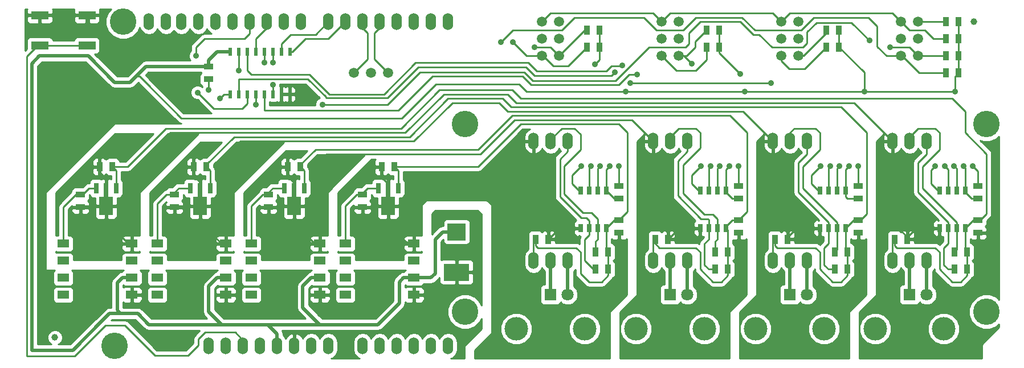
<source format=gtl>
G04 (created by PCBNEW (2013-07-07 BZR 4022)-stable) date 16/10/2015 08:24:43*
%MOIN*%
G04 Gerber Fmt 3.4, Leading zero omitted, Abs format*
%FSLAX34Y34*%
G01*
G70*
G90*
G04 APERTURE LIST*
%ADD10C,0.00590551*%
%ADD11C,0.0393701*%
%ADD12R,0.025X0.05*%
%ADD13R,0.055X0.035*%
%ADD14R,0.035X0.055*%
%ADD15C,0.137795*%
%ADD16R,0.0708661X0.0708661*%
%ADD17C,0.0708661*%
%ADD18R,0.0276X0.063*%
%ADD19R,0.0276X0.0827*%
%ADD20R,0.0787X0.1083*%
%ADD21O,0.0607087X0.1*%
%ADD22O,0.06X0.1*%
%ADD23C,0.0593*%
%ADD24R,0.0708661X0.0472441*%
%ADD25R,0.02X0.045*%
%ADD26R,0.1063X0.1004*%
%ADD27R,0.1496X0.1004*%
%ADD28R,0.102362X0.0511811*%
%ADD29C,0.155*%
%ADD30C,0.035*%
%ADD31C,0.01*%
%ADD32C,0.02*%
G04 APERTURE END LIST*
G54D10*
G54D11*
X85750Y-27500D03*
G54D12*
X78250Y-37400D03*
X77750Y-37400D03*
X77250Y-37400D03*
X76750Y-37400D03*
X76750Y-39600D03*
X77250Y-39600D03*
X77750Y-39600D03*
X78250Y-39600D03*
X71250Y-37400D03*
X70750Y-37400D03*
X70250Y-37400D03*
X69750Y-37400D03*
X69750Y-39600D03*
X70250Y-39600D03*
X70750Y-39600D03*
X71250Y-39600D03*
X64250Y-37400D03*
X63750Y-37400D03*
X63250Y-37400D03*
X62750Y-37400D03*
X62750Y-39600D03*
X63250Y-39600D03*
X63750Y-39600D03*
X64250Y-39600D03*
X85250Y-37400D03*
X84750Y-37400D03*
X84250Y-37400D03*
X83750Y-37400D03*
X83750Y-39600D03*
X84250Y-39600D03*
X84750Y-39600D03*
X85250Y-39600D03*
G54D13*
X79000Y-39875D03*
X79000Y-39125D03*
X39000Y-38375D03*
X39000Y-37625D03*
X72000Y-39875D03*
X72000Y-39125D03*
X65000Y-39875D03*
X65000Y-39125D03*
G54D14*
X85375Y-41000D03*
X84625Y-41000D03*
X85375Y-42000D03*
X84625Y-42000D03*
X78375Y-41000D03*
X77625Y-41000D03*
X78375Y-42000D03*
X77625Y-42000D03*
X71375Y-41000D03*
X70625Y-41000D03*
X71375Y-42000D03*
X70625Y-42000D03*
X64375Y-41000D03*
X63625Y-41000D03*
X64375Y-42000D03*
X63625Y-42000D03*
G54D13*
X86000Y-39875D03*
X86000Y-39125D03*
X50000Y-38375D03*
X50000Y-37625D03*
G54D14*
X51875Y-36000D03*
X51125Y-36000D03*
G54D13*
X44500Y-38375D03*
X44500Y-37625D03*
G54D14*
X46375Y-36000D03*
X45625Y-36000D03*
X40875Y-36000D03*
X40125Y-36000D03*
G54D13*
X33500Y-38375D03*
X33500Y-37625D03*
G54D14*
X35375Y-36000D03*
X34625Y-36000D03*
G54D13*
X41000Y-30875D03*
X41000Y-30125D03*
G54D14*
X60875Y-40250D03*
X60125Y-40250D03*
G54D13*
X86000Y-37125D03*
X86000Y-37875D03*
X79000Y-37125D03*
X79000Y-37875D03*
X72000Y-37125D03*
X72000Y-37875D03*
X65000Y-37125D03*
X65000Y-37875D03*
G54D15*
X63000Y-45500D03*
X59000Y-45500D03*
G54D16*
X61000Y-43500D03*
G54D17*
X62000Y-43500D03*
G54D15*
X70000Y-45500D03*
X66000Y-45500D03*
G54D16*
X68000Y-43500D03*
G54D17*
X69000Y-43500D03*
G54D15*
X77000Y-45500D03*
X73000Y-45500D03*
G54D16*
X75000Y-43500D03*
G54D17*
X76000Y-43500D03*
G54D15*
X84000Y-45500D03*
X80000Y-45500D03*
G54D16*
X82000Y-43500D03*
G54D17*
X83000Y-43500D03*
G54D14*
X67875Y-40250D03*
X67125Y-40250D03*
X74875Y-40250D03*
X74125Y-40250D03*
X81875Y-40250D03*
X81125Y-40250D03*
X63875Y-28000D03*
X63125Y-28000D03*
X63875Y-29000D03*
X63125Y-29000D03*
X70875Y-28000D03*
X70125Y-28000D03*
X70875Y-29000D03*
X70125Y-29000D03*
X77875Y-29000D03*
X77125Y-29000D03*
X77875Y-28000D03*
X77125Y-28000D03*
X84875Y-30500D03*
X84125Y-30500D03*
X84875Y-29500D03*
X84125Y-29500D03*
X84125Y-27500D03*
X84875Y-27500D03*
X84125Y-28500D03*
X84875Y-28500D03*
G54D18*
X52091Y-37252D03*
G54D19*
X51500Y-37350D03*
G54D18*
X50909Y-37252D03*
G54D20*
X51500Y-38295D03*
G54D18*
X41091Y-37252D03*
G54D19*
X40500Y-37350D03*
G54D18*
X39909Y-37252D03*
G54D20*
X40500Y-38295D03*
G54D18*
X35591Y-37252D03*
G54D19*
X35000Y-37350D03*
G54D18*
X34409Y-37252D03*
G54D20*
X35000Y-38295D03*
G54D21*
X60000Y-34500D03*
G54D22*
X61000Y-34500D03*
X62000Y-34500D03*
X60000Y-41500D03*
X61000Y-41500D03*
X62000Y-41500D03*
G54D21*
X67000Y-34500D03*
G54D22*
X68000Y-34500D03*
X69000Y-34500D03*
X67000Y-41500D03*
X68000Y-41500D03*
X69000Y-41500D03*
G54D21*
X74000Y-34500D03*
G54D22*
X75000Y-34500D03*
X76000Y-34500D03*
X74000Y-41500D03*
X75000Y-41500D03*
X76000Y-41500D03*
G54D21*
X81000Y-34500D03*
G54D22*
X82000Y-34500D03*
X83000Y-34500D03*
X81000Y-41500D03*
X82000Y-41500D03*
X83000Y-41500D03*
G54D18*
X46591Y-37252D03*
G54D19*
X46000Y-37350D03*
G54D18*
X45409Y-37252D03*
G54D20*
X46000Y-38295D03*
G54D23*
X49500Y-30500D03*
X50500Y-30500D03*
X51500Y-30500D03*
X60500Y-27500D03*
X60500Y-28500D03*
X60500Y-29500D03*
X67500Y-27500D03*
X67500Y-28500D03*
X67500Y-29500D03*
X74500Y-27500D03*
X74500Y-28500D03*
X74500Y-29500D03*
X81500Y-27500D03*
X81500Y-28500D03*
X81500Y-29500D03*
X61500Y-27500D03*
X61500Y-28500D03*
X61500Y-29500D03*
X68500Y-27500D03*
X68500Y-28500D03*
X68500Y-29500D03*
X75500Y-27500D03*
X75500Y-28500D03*
X75500Y-29500D03*
X82500Y-27500D03*
X82500Y-28500D03*
X82500Y-29500D03*
G54D24*
X53007Y-43500D03*
X53007Y-42500D03*
X53007Y-41500D03*
X53007Y-40500D03*
X48992Y-40500D03*
X48992Y-41500D03*
X48992Y-42500D03*
X48992Y-43500D03*
X47507Y-43500D03*
X47507Y-42500D03*
X47507Y-41500D03*
X47507Y-40500D03*
X43492Y-40500D03*
X43492Y-41500D03*
X43492Y-42500D03*
X43492Y-43500D03*
X42007Y-43500D03*
X42007Y-42500D03*
X42007Y-41500D03*
X42007Y-40500D03*
X37992Y-40500D03*
X37992Y-41500D03*
X37992Y-42500D03*
X37992Y-43500D03*
X36507Y-43500D03*
X36507Y-42500D03*
X36507Y-41500D03*
X36507Y-40500D03*
X32492Y-40500D03*
X32492Y-41500D03*
X32492Y-42500D03*
X32492Y-43500D03*
G54D25*
X42250Y-29250D03*
X43250Y-29250D03*
X43750Y-29250D03*
X44250Y-29250D03*
X44750Y-29250D03*
X45250Y-29250D03*
X45750Y-29250D03*
X45750Y-31750D03*
X45250Y-31750D03*
X44750Y-31750D03*
X44250Y-31750D03*
X43750Y-31750D03*
X43250Y-31750D03*
X42750Y-31750D03*
X42250Y-31750D03*
X42750Y-29250D03*
G54D26*
X55500Y-39819D03*
G54D27*
X55500Y-42181D03*
G54D11*
X32000Y-46000D03*
G54D28*
X31122Y-27114D03*
X33877Y-27114D03*
X31122Y-28885D03*
X33877Y-28885D03*
G54D22*
X55000Y-46500D03*
X54000Y-46500D03*
X53000Y-46500D03*
X50000Y-46500D03*
X51000Y-46500D03*
X52000Y-46500D03*
X48000Y-46500D03*
X47000Y-46500D03*
X46000Y-46500D03*
X44000Y-46500D03*
X43000Y-46500D03*
X55000Y-27500D03*
X54000Y-27500D03*
X53000Y-27500D03*
X52000Y-27500D03*
X51000Y-27500D03*
X50000Y-27500D03*
X49000Y-27500D03*
X48000Y-27500D03*
X46400Y-27500D03*
X45400Y-27500D03*
X44400Y-27500D03*
X43400Y-27500D03*
X42400Y-27500D03*
X41400Y-27500D03*
X40400Y-27500D03*
X39400Y-27500D03*
X45000Y-46500D03*
G54D29*
X56000Y-44500D03*
X56000Y-33500D03*
X36000Y-27500D03*
X35500Y-46500D03*
X86500Y-44500D03*
X86500Y-33500D03*
G54D22*
X42000Y-46500D03*
X41000Y-46500D03*
X38500Y-27500D03*
X37500Y-27500D03*
G54D30*
X85700Y-35950D03*
X83500Y-35950D03*
X76800Y-35950D03*
X62800Y-35950D03*
X69800Y-35950D03*
X37200Y-45600D03*
X37200Y-44150D03*
X32050Y-27500D03*
X46000Y-43500D03*
X42750Y-43500D03*
X53750Y-43500D03*
X48250Y-43500D03*
X34400Y-44750D03*
X46250Y-31750D03*
X79000Y-35950D03*
X72000Y-35950D03*
X65000Y-35950D03*
X36950Y-31500D03*
X35800Y-30350D03*
X38450Y-31500D03*
X55500Y-36500D03*
X47500Y-36500D03*
X42000Y-36500D03*
X36500Y-36500D03*
X63900Y-35950D03*
X70350Y-35950D03*
X70900Y-35950D03*
X77350Y-35950D03*
X84600Y-35950D03*
X84050Y-35950D03*
X42750Y-30350D03*
X41650Y-32000D03*
X60050Y-29000D03*
X69250Y-29950D03*
X66050Y-30600D03*
X65200Y-30050D03*
X65650Y-31100D03*
X64750Y-30450D03*
X73900Y-31100D03*
X43750Y-32350D03*
X79650Y-28600D03*
X80850Y-29000D03*
X47650Y-32350D03*
X58100Y-28700D03*
X44750Y-29900D03*
X77900Y-35950D03*
X40250Y-29500D03*
X40350Y-31650D03*
X44250Y-29900D03*
X58800Y-28700D03*
X41000Y-31500D03*
X44750Y-31200D03*
X63350Y-35950D03*
X84650Y-31600D03*
X85150Y-35950D03*
X79350Y-31600D03*
X78450Y-35950D03*
X64450Y-35950D03*
X71450Y-35950D03*
X63600Y-30000D03*
X72100Y-30550D03*
X72350Y-31600D03*
X65400Y-31600D03*
G54D31*
X45250Y-31750D02*
X45750Y-31750D01*
X85700Y-35950D02*
X86000Y-36250D01*
X86000Y-37125D02*
X86000Y-36250D01*
X83500Y-35950D02*
X83250Y-36200D01*
X83250Y-37000D02*
X83650Y-37400D01*
X83650Y-37400D02*
X83750Y-37400D01*
X83250Y-36200D02*
X83250Y-37000D01*
X76250Y-37000D02*
X76250Y-36500D01*
X76650Y-37400D02*
X76250Y-37000D01*
X76750Y-37400D02*
X76650Y-37400D01*
X76250Y-36500D02*
X76800Y-35950D01*
X62250Y-36500D02*
X62800Y-35950D01*
X62650Y-37400D02*
X62750Y-37400D01*
X62250Y-37000D02*
X62650Y-37400D01*
X62250Y-37000D02*
X62250Y-36500D01*
X69250Y-37000D02*
X69250Y-36500D01*
X69250Y-37000D02*
X69650Y-37400D01*
X69750Y-37400D02*
X69650Y-37400D01*
X69250Y-36500D02*
X69800Y-35950D01*
X36507Y-43957D02*
X36507Y-43500D01*
X36700Y-44150D02*
X36507Y-43957D01*
X37200Y-44150D02*
X36700Y-44150D01*
X32050Y-27500D02*
X32435Y-27114D01*
X33996Y-27114D02*
X33035Y-27114D01*
X53750Y-43500D02*
X55000Y-43500D01*
X55500Y-43000D02*
X55500Y-42181D01*
X55000Y-43500D02*
X55500Y-43000D01*
X42750Y-43500D02*
X42007Y-43500D01*
X53750Y-43500D02*
X53007Y-43500D01*
X48250Y-43500D02*
X47507Y-43500D01*
X45750Y-31750D02*
X46250Y-31750D01*
X79000Y-35950D02*
X79000Y-37125D01*
X72000Y-37125D02*
X72000Y-35950D01*
X65000Y-37125D02*
X65000Y-35950D01*
X33996Y-27114D02*
X33996Y-27546D01*
X35800Y-29350D02*
X35800Y-30350D01*
X33996Y-27546D02*
X35800Y-29350D01*
X33996Y-27114D02*
X32435Y-27114D01*
X32435Y-27114D02*
X31003Y-27114D01*
X55500Y-36500D02*
X55750Y-36500D01*
X58750Y-34500D02*
X56850Y-36400D01*
X51500Y-38295D02*
X52455Y-38295D01*
X58750Y-34500D02*
X60000Y-34500D01*
X53250Y-36500D02*
X55500Y-36500D01*
X53000Y-36750D02*
X53250Y-36500D01*
X53000Y-37750D02*
X53000Y-36750D01*
X52455Y-38295D02*
X53000Y-37750D01*
X56750Y-36500D02*
X55750Y-36500D01*
X56850Y-36400D02*
X56750Y-36500D01*
X65000Y-39875D02*
X65000Y-43250D01*
X60875Y-39875D02*
X60875Y-40250D01*
X60500Y-39500D02*
X60875Y-39875D01*
X59750Y-39500D02*
X60500Y-39500D01*
X59250Y-40000D02*
X59750Y-39500D01*
X59250Y-43750D02*
X59250Y-40000D01*
X60000Y-44500D02*
X59250Y-43750D01*
X63750Y-44500D02*
X60000Y-44500D01*
X65000Y-43250D02*
X63750Y-44500D01*
X62750Y-39600D02*
X61525Y-39600D01*
X61525Y-39600D02*
X60875Y-40250D01*
X60875Y-40250D02*
X60875Y-37375D01*
X60000Y-36500D02*
X60000Y-34500D01*
X60875Y-37375D02*
X60000Y-36500D01*
X51500Y-37350D02*
X51500Y-37000D01*
X51125Y-36625D02*
X51125Y-36000D01*
X51500Y-37000D02*
X51125Y-36625D01*
X53007Y-40500D02*
X52650Y-40500D01*
X52650Y-40500D02*
X51500Y-39350D01*
X51500Y-39350D02*
X51500Y-38295D01*
X58900Y-33250D02*
X56900Y-35250D01*
X59000Y-33250D02*
X58900Y-33250D01*
X67000Y-34500D02*
X65750Y-33250D01*
X59000Y-33250D02*
X65750Y-33250D01*
X47500Y-37750D02*
X47500Y-36500D01*
X47500Y-36500D02*
X47500Y-36250D01*
X46955Y-38295D02*
X47500Y-37750D01*
X46955Y-38295D02*
X46000Y-38295D01*
X47500Y-35650D02*
X47500Y-36250D01*
X47900Y-35250D02*
X47500Y-35650D01*
X55900Y-35250D02*
X47900Y-35250D01*
X56900Y-35250D02*
X55900Y-35250D01*
X72000Y-39875D02*
X72000Y-43250D01*
X67875Y-39875D02*
X67875Y-40250D01*
X67500Y-39500D02*
X67875Y-39875D01*
X66750Y-39500D02*
X67500Y-39500D01*
X66250Y-40000D02*
X66750Y-39500D01*
X66250Y-43750D02*
X66250Y-40000D01*
X67000Y-44500D02*
X66250Y-43750D01*
X70750Y-44500D02*
X67000Y-44500D01*
X72000Y-43250D02*
X70750Y-44500D01*
X67875Y-40250D02*
X67875Y-37625D01*
X67875Y-37625D02*
X67000Y-36750D01*
X67000Y-36750D02*
X67000Y-34500D01*
X69750Y-39600D02*
X68525Y-39600D01*
X68525Y-39600D02*
X67875Y-40250D01*
X47507Y-40500D02*
X47200Y-40500D01*
X46000Y-39300D02*
X46000Y-38295D01*
X47200Y-40500D02*
X46000Y-39300D01*
X46000Y-37350D02*
X46000Y-36950D01*
X45625Y-36575D02*
X45625Y-36000D01*
X46000Y-36950D02*
X45625Y-36575D01*
X55250Y-32250D02*
X53000Y-34500D01*
X42000Y-35350D02*
X42850Y-34500D01*
X42850Y-34500D02*
X43750Y-34500D01*
X40500Y-38295D02*
X41455Y-38295D01*
X41455Y-38295D02*
X42000Y-37750D01*
X42000Y-36500D02*
X42000Y-36250D01*
X42000Y-37750D02*
X42000Y-36500D01*
X43750Y-34500D02*
X52000Y-34500D01*
X55250Y-32250D02*
X58000Y-32250D01*
X58000Y-32250D02*
X58500Y-32750D01*
X58500Y-32750D02*
X72250Y-32750D01*
X72250Y-32750D02*
X74000Y-34500D01*
X42000Y-36250D02*
X42000Y-35350D01*
X53000Y-34500D02*
X52000Y-34500D01*
X79000Y-39875D02*
X79000Y-43250D01*
X74875Y-39875D02*
X74875Y-40250D01*
X74500Y-39500D02*
X74875Y-39875D01*
X73500Y-39500D02*
X74500Y-39500D01*
X73250Y-39750D02*
X73500Y-39500D01*
X73250Y-43750D02*
X73250Y-39750D01*
X74000Y-44500D02*
X73250Y-43750D01*
X77750Y-44500D02*
X74000Y-44500D01*
X79000Y-43250D02*
X77750Y-44500D01*
X74875Y-40250D02*
X74875Y-37625D01*
X74875Y-37625D02*
X74000Y-36750D01*
X74000Y-36750D02*
X74000Y-34500D01*
X74875Y-40250D02*
X74875Y-40125D01*
X75400Y-39600D02*
X76750Y-39600D01*
X74875Y-40125D02*
X75400Y-39600D01*
X40500Y-37350D02*
X40500Y-36900D01*
X40125Y-36525D02*
X40125Y-36000D01*
X40500Y-36900D02*
X40125Y-36525D01*
X42007Y-40500D02*
X41750Y-40500D01*
X41750Y-40500D02*
X40500Y-39250D01*
X40500Y-39250D02*
X40500Y-38295D01*
X40500Y-38295D02*
X39080Y-38295D01*
X39080Y-38295D02*
X39000Y-38375D01*
X54750Y-31750D02*
X52500Y-34000D01*
X35000Y-38295D02*
X35705Y-38295D01*
X35705Y-38295D02*
X36250Y-37750D01*
X36250Y-37750D02*
X36500Y-37750D01*
X36500Y-36500D02*
X36500Y-36250D01*
X36500Y-37750D02*
X36500Y-36500D01*
X36500Y-36250D02*
X38750Y-34000D01*
X58500Y-31750D02*
X59000Y-32250D01*
X59000Y-32250D02*
X78750Y-32250D01*
X78750Y-32250D02*
X81000Y-34500D01*
X51500Y-34000D02*
X38750Y-34000D01*
X58500Y-31750D02*
X54750Y-31750D01*
X52500Y-34000D02*
X51500Y-34000D01*
X81875Y-40250D02*
X81875Y-37875D01*
X81875Y-37875D02*
X81000Y-37000D01*
X81000Y-37000D02*
X81000Y-34500D01*
X86000Y-39875D02*
X86000Y-43250D01*
X81250Y-39500D02*
X81875Y-40125D01*
X80500Y-39500D02*
X81250Y-39500D01*
X80250Y-39750D02*
X80500Y-39500D01*
X80250Y-43750D02*
X80250Y-39750D01*
X81000Y-44500D02*
X80250Y-43750D01*
X81750Y-44500D02*
X81000Y-44500D01*
X84750Y-44500D02*
X81750Y-44500D01*
X86000Y-43250D02*
X84750Y-44500D01*
X81875Y-40125D02*
X81875Y-40250D01*
X81875Y-40250D02*
X81875Y-40125D01*
X82400Y-39600D02*
X83750Y-39600D01*
X81875Y-40125D02*
X82400Y-39600D01*
X35000Y-37350D02*
X35000Y-36700D01*
X34625Y-36325D02*
X34625Y-36000D01*
X35000Y-36700D02*
X34625Y-36325D01*
X35000Y-38295D02*
X33580Y-38295D01*
X33580Y-38295D02*
X33500Y-38375D01*
X36507Y-40500D02*
X36300Y-40500D01*
X35000Y-39200D02*
X35000Y-38295D01*
X36300Y-40500D02*
X35000Y-39200D01*
X44500Y-37625D02*
X44500Y-37500D01*
X44748Y-37252D02*
X45409Y-37252D01*
X44500Y-37500D02*
X44748Y-37252D01*
X43492Y-40500D02*
X43492Y-38307D01*
X44175Y-37625D02*
X44500Y-37625D01*
X43492Y-38307D02*
X44175Y-37625D01*
X63750Y-37400D02*
X63750Y-36100D01*
X63750Y-36100D02*
X63900Y-35950D01*
X70250Y-37400D02*
X70250Y-36050D01*
X70250Y-36050D02*
X70350Y-35950D01*
X70750Y-37400D02*
X70750Y-36100D01*
X70750Y-36100D02*
X70900Y-35950D01*
X39000Y-37625D02*
X39000Y-37500D01*
X39248Y-37252D02*
X39909Y-37252D01*
X39000Y-37500D02*
X39248Y-37252D01*
X37992Y-40500D02*
X37992Y-38157D01*
X38525Y-37625D02*
X39000Y-37625D01*
X37992Y-38157D02*
X38525Y-37625D01*
X33500Y-37625D02*
X33625Y-37625D01*
X33998Y-37252D02*
X34409Y-37252D01*
X33625Y-37625D02*
X33998Y-37252D01*
X32492Y-40500D02*
X32492Y-38357D01*
X33225Y-37625D02*
X33500Y-37625D01*
X32492Y-38357D02*
X33225Y-37625D01*
G54D32*
X76000Y-41500D02*
X76000Y-43500D01*
X83000Y-41500D02*
X83000Y-43500D01*
X82000Y-41500D02*
X82000Y-43500D01*
X75000Y-41500D02*
X75000Y-43500D01*
X68000Y-41500D02*
X68000Y-43500D01*
G54D31*
X50000Y-37625D02*
X50000Y-37550D01*
X50298Y-37252D02*
X50909Y-37252D01*
X50000Y-37550D02*
X50298Y-37252D01*
X48992Y-40500D02*
X48992Y-38307D01*
X49675Y-37625D02*
X50000Y-37625D01*
X48992Y-38307D02*
X49675Y-37625D01*
G54D32*
X61000Y-41500D02*
X61000Y-43500D01*
G54D31*
X77250Y-37400D02*
X77250Y-36050D01*
X77250Y-36050D02*
X77350Y-35950D01*
G54D32*
X62000Y-41500D02*
X62000Y-43500D01*
X69000Y-41500D02*
X69000Y-43500D01*
G54D31*
X77750Y-39600D02*
X77750Y-39250D01*
X76750Y-35000D02*
X76750Y-34000D01*
X75750Y-36000D02*
X76750Y-35000D01*
X75750Y-37250D02*
X75750Y-36000D01*
X77750Y-39250D02*
X75750Y-37250D01*
X77750Y-39600D02*
X77750Y-40875D01*
X77750Y-40875D02*
X77625Y-41000D01*
X76750Y-34000D02*
X76500Y-33750D01*
X76500Y-33750D02*
X75250Y-33750D01*
X75250Y-33750D02*
X75000Y-34000D01*
X75000Y-34000D02*
X75000Y-34500D01*
X62000Y-34500D02*
X62000Y-35100D01*
X63250Y-39150D02*
X63250Y-39600D01*
X63100Y-39000D02*
X63250Y-39150D01*
X62800Y-39000D02*
X63100Y-39000D01*
X61550Y-37750D02*
X62800Y-39000D01*
X61550Y-35550D02*
X61550Y-37750D01*
X62000Y-35100D02*
X61550Y-35550D01*
X63625Y-42000D02*
X63500Y-42000D01*
X63250Y-40000D02*
X63250Y-39600D01*
X63000Y-40250D02*
X63250Y-40000D01*
X63000Y-41500D02*
X63000Y-40250D01*
X63500Y-42000D02*
X63000Y-41500D01*
X69000Y-34500D02*
X69000Y-35100D01*
X70250Y-39100D02*
X70250Y-39600D01*
X70200Y-39050D02*
X70250Y-39100D01*
X69800Y-39050D02*
X70200Y-39050D01*
X68450Y-37700D02*
X69800Y-39050D01*
X68450Y-35650D02*
X68450Y-37700D01*
X69000Y-35100D02*
X68450Y-35650D01*
X70625Y-42000D02*
X70250Y-42000D01*
X70250Y-40250D02*
X70250Y-39600D01*
X70000Y-40500D02*
X70250Y-40250D01*
X70000Y-41750D02*
X70000Y-40500D01*
X70250Y-42000D02*
X70000Y-41750D01*
X68000Y-34500D02*
X68000Y-34250D01*
X70750Y-39050D02*
X70750Y-39600D01*
X70500Y-38800D02*
X70750Y-39050D01*
X70000Y-38800D02*
X70500Y-38800D01*
X68750Y-37550D02*
X70000Y-38800D01*
X68750Y-35900D02*
X68750Y-37550D01*
X69750Y-34900D02*
X68750Y-35900D01*
X69750Y-34000D02*
X69750Y-34900D01*
X69500Y-33750D02*
X69750Y-34000D01*
X68500Y-33750D02*
X69500Y-33750D01*
X68000Y-34250D02*
X68500Y-33750D01*
X70625Y-41000D02*
X70625Y-40375D01*
X70750Y-40250D02*
X70750Y-39600D01*
X70625Y-40375D02*
X70750Y-40250D01*
X76000Y-35250D02*
X76000Y-34500D01*
X75500Y-35750D02*
X76000Y-35250D01*
X75500Y-37500D02*
X75500Y-35750D01*
X77250Y-39250D02*
X75500Y-37500D01*
X77250Y-39600D02*
X77250Y-39250D01*
X77250Y-39600D02*
X77250Y-40500D01*
X77250Y-42000D02*
X77625Y-42000D01*
X77000Y-41750D02*
X77250Y-42000D01*
X77000Y-40750D02*
X77000Y-41750D01*
X77250Y-40500D02*
X77000Y-40750D01*
X84250Y-39600D02*
X84250Y-39250D01*
X84250Y-39250D02*
X82500Y-37500D01*
X84625Y-42000D02*
X84250Y-42000D01*
X84250Y-40500D02*
X84250Y-39600D01*
X84000Y-40750D02*
X84250Y-40500D01*
X84000Y-41750D02*
X84000Y-40750D01*
X84250Y-42000D02*
X84000Y-41750D01*
X82500Y-35750D02*
X83000Y-35250D01*
X82500Y-37500D02*
X82500Y-35750D01*
X83000Y-35250D02*
X83000Y-34500D01*
X84750Y-37400D02*
X84750Y-36100D01*
X84750Y-36100D02*
X84600Y-35950D01*
X84250Y-37400D02*
X84250Y-36150D01*
X84250Y-36150D02*
X84050Y-35950D01*
X42750Y-29250D02*
X42750Y-30350D01*
X74500Y-29500D02*
X74500Y-29800D01*
X75875Y-30250D02*
X77125Y-29000D01*
X74950Y-30250D02*
X75875Y-30250D01*
X74500Y-29800D02*
X74950Y-30250D01*
X60050Y-29000D02*
X61000Y-29000D01*
X41650Y-32000D02*
X41900Y-31750D01*
X42250Y-31750D02*
X41900Y-31750D01*
X61000Y-29000D02*
X61500Y-29500D01*
X61400Y-29500D02*
X61500Y-29500D01*
X63125Y-28000D02*
X63000Y-28000D01*
X63000Y-28000D02*
X61500Y-29500D01*
X65600Y-30600D02*
X66050Y-30600D01*
X65000Y-31200D02*
X65600Y-30600D01*
X59850Y-31200D02*
X65000Y-31200D01*
X59350Y-30700D02*
X59850Y-31200D01*
X54100Y-30700D02*
X59350Y-30700D01*
X52100Y-32700D02*
X54100Y-30700D01*
X69250Y-29950D02*
X68800Y-29500D01*
X68500Y-29500D02*
X68800Y-29500D01*
X51600Y-32700D02*
X44250Y-32700D01*
X44250Y-32700D02*
X44250Y-31750D01*
X51600Y-32700D02*
X52100Y-32700D01*
X68500Y-29500D02*
X68950Y-29500D01*
X69450Y-28675D02*
X70125Y-28000D01*
X69450Y-29000D02*
X69450Y-28675D01*
X68950Y-29500D02*
X69450Y-29000D01*
X65200Y-30050D02*
X65150Y-30100D01*
X65150Y-30100D02*
X64550Y-30100D01*
X64550Y-30100D02*
X64250Y-30400D01*
X64150Y-30400D02*
X64250Y-30400D01*
X59700Y-29900D02*
X60200Y-30400D01*
X60200Y-30400D02*
X64150Y-30400D01*
X43250Y-29250D02*
X43250Y-30350D01*
X53100Y-29900D02*
X58350Y-29900D01*
X51250Y-31749D02*
X53100Y-29900D01*
X48049Y-31749D02*
X51250Y-31749D01*
X46900Y-30600D02*
X48049Y-31749D01*
X43500Y-30600D02*
X46900Y-30600D01*
X43250Y-30350D02*
X43500Y-30600D01*
X58350Y-29900D02*
X59700Y-29900D01*
X70125Y-29000D02*
X70125Y-29725D01*
X68350Y-30350D02*
X67500Y-29500D01*
X69500Y-30350D02*
X68350Y-30350D01*
X70125Y-29725D02*
X69500Y-30350D01*
X65650Y-31100D02*
X66850Y-31100D01*
X64550Y-30650D02*
X64750Y-30450D01*
X64550Y-30650D02*
X60050Y-30650D01*
X60050Y-30650D02*
X59550Y-30150D01*
X59550Y-30150D02*
X53250Y-30150D01*
X73900Y-31100D02*
X66850Y-31100D01*
X77125Y-28175D02*
X75800Y-29500D01*
X75800Y-29500D02*
X75500Y-29500D01*
X77125Y-28000D02*
X77125Y-28175D01*
X47850Y-31900D02*
X46800Y-30850D01*
X53250Y-30150D02*
X51450Y-31950D01*
X47850Y-31950D02*
X47850Y-31900D01*
X51450Y-31950D02*
X47850Y-31950D01*
X42750Y-31750D02*
X42750Y-30850D01*
X46800Y-30850D02*
X42750Y-30850D01*
X53250Y-30149D02*
X53250Y-30150D01*
X82000Y-34250D02*
X82000Y-34500D01*
X82500Y-33750D02*
X82000Y-34250D01*
X83500Y-33750D02*
X82500Y-33750D01*
X83750Y-34000D02*
X83500Y-33750D01*
X83750Y-35000D02*
X83750Y-34000D01*
X82750Y-36000D02*
X83750Y-35000D01*
X82750Y-37250D02*
X82750Y-36000D01*
X84750Y-39250D02*
X82750Y-37250D01*
X84750Y-39600D02*
X84750Y-39250D01*
X84750Y-39600D02*
X84750Y-40875D01*
X84750Y-40875D02*
X84625Y-41000D01*
X61000Y-34500D02*
X61000Y-34400D01*
X63750Y-39050D02*
X63750Y-39600D01*
X63400Y-38700D02*
X63750Y-39050D01*
X62900Y-38700D02*
X63400Y-38700D01*
X61800Y-37600D02*
X62900Y-38700D01*
X61800Y-35950D02*
X61800Y-37600D01*
X62750Y-35000D02*
X61800Y-35950D01*
X62750Y-34100D02*
X62750Y-35000D01*
X62400Y-33750D02*
X62750Y-34100D01*
X61650Y-33750D02*
X62400Y-33750D01*
X61000Y-34400D02*
X61650Y-33750D01*
X63625Y-41000D02*
X63625Y-40375D01*
X63750Y-40250D02*
X63750Y-39600D01*
X63625Y-40375D02*
X63750Y-40250D01*
X51450Y-32350D02*
X47650Y-32350D01*
X69750Y-27500D02*
X70400Y-27500D01*
X72100Y-27500D02*
X70400Y-27500D01*
X72850Y-28250D02*
X72100Y-27500D01*
X69100Y-28800D02*
X69100Y-28150D01*
X69100Y-28150D02*
X69750Y-27500D01*
X68900Y-29000D02*
X69100Y-28800D01*
X66750Y-29000D02*
X65400Y-30350D01*
X65400Y-30350D02*
X64800Y-30950D01*
X68900Y-29000D02*
X66750Y-29000D01*
X53650Y-30450D02*
X53350Y-30450D01*
X43750Y-31750D02*
X43750Y-32350D01*
X64800Y-30950D02*
X59950Y-30950D01*
X59950Y-30950D02*
X59450Y-30450D01*
X59450Y-30450D02*
X53650Y-30450D01*
X75750Y-29000D02*
X76000Y-28750D01*
X75600Y-29000D02*
X73950Y-29000D01*
X75600Y-29000D02*
X75750Y-29000D01*
X73200Y-28250D02*
X72850Y-28250D01*
X73950Y-29000D02*
X73200Y-28250D01*
X76550Y-27550D02*
X77200Y-27550D01*
X76000Y-28100D02*
X76550Y-27550D01*
X76000Y-28750D02*
X76000Y-28100D01*
X78600Y-27550D02*
X77200Y-27550D01*
X79650Y-28600D02*
X78600Y-27550D01*
X82000Y-29000D02*
X80850Y-29000D01*
X82000Y-29000D02*
X82500Y-29500D01*
X53350Y-30450D02*
X51450Y-32350D01*
X84125Y-29500D02*
X82500Y-29500D01*
X76400Y-27250D02*
X79600Y-27250D01*
X59950Y-28000D02*
X58800Y-28000D01*
X58800Y-28000D02*
X58100Y-28700D01*
X59950Y-28000D02*
X61650Y-28000D01*
X61650Y-28000D02*
X62400Y-27250D01*
X62400Y-27250D02*
X66450Y-27250D01*
X66450Y-27250D02*
X67200Y-28000D01*
X67200Y-28000D02*
X68750Y-28000D01*
X68750Y-28000D02*
X69500Y-27250D01*
X69500Y-27250D02*
X72200Y-27250D01*
X72200Y-27250D02*
X72950Y-28000D01*
X72950Y-28000D02*
X75650Y-28000D01*
X75650Y-28000D02*
X76400Y-27250D01*
X80100Y-27750D02*
X80100Y-28950D01*
X79600Y-27250D02*
X80100Y-27750D01*
X80650Y-29500D02*
X81500Y-29500D01*
X80100Y-28950D02*
X80650Y-29500D01*
X44750Y-29250D02*
X44750Y-29900D01*
X84125Y-30500D02*
X82550Y-30500D01*
X81550Y-29500D02*
X81500Y-29500D01*
X82550Y-30500D02*
X81550Y-29500D01*
X30650Y-47100D02*
X30350Y-47100D01*
X30650Y-47100D02*
X31700Y-47100D01*
X30350Y-29539D02*
X30350Y-45750D01*
X39800Y-47050D02*
X40400Y-46450D01*
X40400Y-46450D02*
X40400Y-46100D01*
X40400Y-46100D02*
X40800Y-45700D01*
X40800Y-45700D02*
X42550Y-45700D01*
X42550Y-45700D02*
X43000Y-46150D01*
X43000Y-46500D02*
X43000Y-46150D01*
X34950Y-45300D02*
X33200Y-47050D01*
X36100Y-45300D02*
X34950Y-45300D01*
X37850Y-47050D02*
X36100Y-45300D01*
X37850Y-47050D02*
X39800Y-47050D01*
X30350Y-29539D02*
X31003Y-28885D01*
X33150Y-47100D02*
X33200Y-47050D01*
X31700Y-47100D02*
X33150Y-47100D01*
X30350Y-45750D02*
X30350Y-46800D01*
X30350Y-47100D02*
X30350Y-46800D01*
X31003Y-28885D02*
X33996Y-28885D01*
X77750Y-37400D02*
X77750Y-36100D01*
X77750Y-36100D02*
X77900Y-35950D01*
X84125Y-28500D02*
X83400Y-28500D01*
X82000Y-28000D02*
X81500Y-27500D01*
X82900Y-28000D02*
X82000Y-28000D01*
X83400Y-28500D02*
X82900Y-28000D01*
X74500Y-27500D02*
X75000Y-27000D01*
X81000Y-27000D02*
X81500Y-27500D01*
X75000Y-27000D02*
X81000Y-27000D01*
X67500Y-27500D02*
X68000Y-27000D01*
X74000Y-27000D02*
X74500Y-27500D01*
X68000Y-27000D02*
X74000Y-27000D01*
X60500Y-27500D02*
X61000Y-27000D01*
X67000Y-27000D02*
X67500Y-27500D01*
X61000Y-27000D02*
X67000Y-27000D01*
X51500Y-30500D02*
X50700Y-29700D01*
X51000Y-27850D02*
X51000Y-27500D01*
X50700Y-28150D02*
X51000Y-27850D01*
X50700Y-29700D02*
X50700Y-28150D01*
X43750Y-29250D02*
X43750Y-28500D01*
X44400Y-27850D02*
X44400Y-27500D01*
X43750Y-28500D02*
X44400Y-27850D01*
X49500Y-30500D02*
X50300Y-29700D01*
X50000Y-27850D02*
X50000Y-27500D01*
X50300Y-28150D02*
X50000Y-27850D01*
X50300Y-29700D02*
X50300Y-28150D01*
X40250Y-29000D02*
X40250Y-29500D01*
X40750Y-28500D02*
X40250Y-29000D01*
X43400Y-28200D02*
X43100Y-28500D01*
X43100Y-28500D02*
X42150Y-28500D01*
X40350Y-31650D02*
X41300Y-32600D01*
X41300Y-32600D02*
X42950Y-32600D01*
X42950Y-32600D02*
X43250Y-32300D01*
X43250Y-31750D02*
X43250Y-32300D01*
X43400Y-28200D02*
X43400Y-27500D01*
X42150Y-28500D02*
X40750Y-28500D01*
X60500Y-29500D02*
X60550Y-29500D01*
X62025Y-30100D02*
X63125Y-29000D01*
X61150Y-30100D02*
X62025Y-30100D01*
X60550Y-29500D02*
X61150Y-30100D01*
X44250Y-29250D02*
X44250Y-29900D01*
X59600Y-29500D02*
X60500Y-29500D01*
X58800Y-28700D02*
X59600Y-29500D01*
X45750Y-29250D02*
X45900Y-29250D01*
X48000Y-28500D02*
X49000Y-27500D01*
X46650Y-28500D02*
X48000Y-28500D01*
X45900Y-29250D02*
X46650Y-28500D01*
X41000Y-31500D02*
X41000Y-30875D01*
X44750Y-31750D02*
X44750Y-31200D01*
X84125Y-27500D02*
X82500Y-27500D01*
X45250Y-29250D02*
X45250Y-28800D01*
X47250Y-28250D02*
X48000Y-27500D01*
X45800Y-28250D02*
X47250Y-28250D01*
X45250Y-28800D02*
X45800Y-28250D01*
X63250Y-37400D02*
X63250Y-36050D01*
X63250Y-36050D02*
X63350Y-35950D01*
G54D32*
X48550Y-45250D02*
X50900Y-45250D01*
X50900Y-45250D02*
X52150Y-44000D01*
X52150Y-44000D02*
X52150Y-42750D01*
X52150Y-42750D02*
X52400Y-42500D01*
X48550Y-45250D02*
X48450Y-45250D01*
X47500Y-45250D02*
X48550Y-45250D01*
G54D31*
X85250Y-37400D02*
X85250Y-36050D01*
X85250Y-36050D02*
X85150Y-35950D01*
X78250Y-37400D02*
X78250Y-36150D01*
X78250Y-36150D02*
X78450Y-35950D01*
X64250Y-37400D02*
X64250Y-36150D01*
X64250Y-36150D02*
X64450Y-35950D01*
X71250Y-37400D02*
X71250Y-36150D01*
X71250Y-36150D02*
X71450Y-35950D01*
G54D32*
X30900Y-46750D02*
X30650Y-46750D01*
X30650Y-46500D02*
X30650Y-45500D01*
X30650Y-30500D02*
X30650Y-45500D01*
X35100Y-44700D02*
X35200Y-44600D01*
X36050Y-44600D02*
X35200Y-44600D01*
X30650Y-30500D02*
X30650Y-29950D01*
X34800Y-45000D02*
X33050Y-46750D01*
X36400Y-31050D02*
X36800Y-30650D01*
X35500Y-31050D02*
X36400Y-31050D01*
X33950Y-29500D02*
X35500Y-31050D01*
X31100Y-29500D02*
X33950Y-29500D01*
X30650Y-29950D02*
X31100Y-29500D01*
X34800Y-45000D02*
X35100Y-44700D01*
X31950Y-46750D02*
X33050Y-46750D01*
X31950Y-46750D02*
X30900Y-46750D01*
X30650Y-46750D02*
X30650Y-46500D01*
X42007Y-42500D02*
X41500Y-42500D01*
X41000Y-44500D02*
X41750Y-45250D01*
X41000Y-43000D02*
X41000Y-44500D01*
X41500Y-42500D02*
X41000Y-43000D01*
X47507Y-42500D02*
X47000Y-42500D01*
X46500Y-44250D02*
X47500Y-45250D01*
X46500Y-43000D02*
X46500Y-44250D01*
X47000Y-42500D02*
X46500Y-43000D01*
X52400Y-42500D02*
X53007Y-42500D01*
X37500Y-45250D02*
X36850Y-44600D01*
X41750Y-45250D02*
X37500Y-45250D01*
X36850Y-44600D02*
X36050Y-44600D01*
X42950Y-45250D02*
X41750Y-45250D01*
X35950Y-42500D02*
X36507Y-42500D01*
X35650Y-42800D02*
X35950Y-42500D01*
X35650Y-44400D02*
X35650Y-42800D01*
X35775Y-44525D02*
X35650Y-44400D01*
X35850Y-44600D02*
X35775Y-44525D01*
X36050Y-44600D02*
X35850Y-44600D01*
X54000Y-42500D02*
X54250Y-42250D01*
X54250Y-42250D02*
X54250Y-40250D01*
X54250Y-40250D02*
X54681Y-39819D01*
X54681Y-39819D02*
X55500Y-39819D01*
X53007Y-42500D02*
X54000Y-42500D01*
X41000Y-30125D02*
X41000Y-29750D01*
X41500Y-29250D02*
X42250Y-29250D01*
X41000Y-29750D02*
X41500Y-29250D01*
G54D31*
X39400Y-33150D02*
X37350Y-31100D01*
X37350Y-31100D02*
X36950Y-30700D01*
X36950Y-30700D02*
X36750Y-30700D01*
X36750Y-30700D02*
X36800Y-30650D01*
X65400Y-31600D02*
X59600Y-31600D01*
X59150Y-31150D02*
X59600Y-31600D01*
X54300Y-31150D02*
X59150Y-31150D01*
X52300Y-33150D02*
X54300Y-31150D01*
X39400Y-33150D02*
X52300Y-33150D01*
G54D32*
X37325Y-30125D02*
X41000Y-30125D01*
X36800Y-30650D02*
X37325Y-30125D01*
X44450Y-45250D02*
X47500Y-45250D01*
X42950Y-45250D02*
X42900Y-45250D01*
X45000Y-46500D02*
X45000Y-45800D01*
X44450Y-45250D02*
X42950Y-45250D01*
X45000Y-45800D02*
X44450Y-45250D01*
G54D31*
X63875Y-29000D02*
X63875Y-28000D01*
X63600Y-30000D02*
X63875Y-29725D01*
X63875Y-29725D02*
X63875Y-29000D01*
X70875Y-29000D02*
X70875Y-28000D01*
X72100Y-30550D02*
X70875Y-29325D01*
X70875Y-29325D02*
X70875Y-29000D01*
X77875Y-28000D02*
X77875Y-29000D01*
X77875Y-29000D02*
X79350Y-30475D01*
X79350Y-30475D02*
X79350Y-31600D01*
X84875Y-28500D02*
X84875Y-27500D01*
X84875Y-29500D02*
X84875Y-28500D01*
X84875Y-30500D02*
X84875Y-29500D01*
X84650Y-31600D02*
X84650Y-30725D01*
X84650Y-30725D02*
X84875Y-30500D01*
X84650Y-31600D02*
X79350Y-31600D01*
X65400Y-31600D02*
X72350Y-31600D01*
X72350Y-31600D02*
X79350Y-31600D01*
X86000Y-37875D02*
X85625Y-37875D01*
X85625Y-37875D02*
X85250Y-37500D01*
X85250Y-37500D02*
X85250Y-37400D01*
X79000Y-37875D02*
X78375Y-37875D01*
X78250Y-37750D02*
X78250Y-37400D01*
X78375Y-37875D02*
X78250Y-37750D01*
X72000Y-37875D02*
X71625Y-37875D01*
X71250Y-37500D02*
X71250Y-37400D01*
X71625Y-37875D02*
X71250Y-37500D01*
X65000Y-37875D02*
X64725Y-37875D01*
X64725Y-37875D02*
X64250Y-37400D01*
X59250Y-33500D02*
X56750Y-36000D01*
X59250Y-33500D02*
X65000Y-33500D01*
X65000Y-33500D02*
X65500Y-34000D01*
X65500Y-34000D02*
X65500Y-38625D01*
X65000Y-39125D02*
X65500Y-38625D01*
X55750Y-36000D02*
X51875Y-36000D01*
X56750Y-36000D02*
X55750Y-36000D01*
X60000Y-41500D02*
X60000Y-40375D01*
X60000Y-40375D02*
X60125Y-40250D01*
X64375Y-42000D02*
X64375Y-42375D01*
X60125Y-40625D02*
X60125Y-40250D01*
X60250Y-40750D02*
X60125Y-40625D01*
X62500Y-40750D02*
X60250Y-40750D01*
X62750Y-41000D02*
X62500Y-40750D01*
X62750Y-42250D02*
X62750Y-41000D01*
X63250Y-42750D02*
X62750Y-42250D01*
X64000Y-42750D02*
X63250Y-42750D01*
X64375Y-42375D02*
X64000Y-42750D01*
X64375Y-41000D02*
X64375Y-42000D01*
X64250Y-39600D02*
X64250Y-40875D01*
X64250Y-40875D02*
X64375Y-41000D01*
X65000Y-39125D02*
X64725Y-39125D01*
X64725Y-39125D02*
X64250Y-39600D01*
X52091Y-37252D02*
X52091Y-36216D01*
X52091Y-36216D02*
X51875Y-36000D01*
X58750Y-33000D02*
X56750Y-35000D01*
X46375Y-36000D02*
X46375Y-35875D01*
X72500Y-38625D02*
X72000Y-39125D01*
X72500Y-34000D02*
X72500Y-38625D01*
X71500Y-33000D02*
X72500Y-34000D01*
X58750Y-33000D02*
X71500Y-33000D01*
X47250Y-35000D02*
X55750Y-35000D01*
X46375Y-35875D02*
X47250Y-35000D01*
X56750Y-35000D02*
X55750Y-35000D01*
X71375Y-42000D02*
X71375Y-42375D01*
X67125Y-40500D02*
X67125Y-40250D01*
X67375Y-40750D02*
X67125Y-40500D01*
X69500Y-40750D02*
X67375Y-40750D01*
X69750Y-41000D02*
X69500Y-40750D01*
X69750Y-42000D02*
X69750Y-41000D01*
X70500Y-42750D02*
X69750Y-42000D01*
X71000Y-42750D02*
X70500Y-42750D01*
X71375Y-42375D02*
X71000Y-42750D01*
X67000Y-41500D02*
X67000Y-40375D01*
X67000Y-40375D02*
X67125Y-40250D01*
X71375Y-41000D02*
X71375Y-42000D01*
X71250Y-39600D02*
X71250Y-39500D01*
X71625Y-39125D02*
X72000Y-39125D01*
X71250Y-39500D02*
X71625Y-39125D01*
X71375Y-41000D02*
X71375Y-39725D01*
X71375Y-39725D02*
X71250Y-39600D01*
X46591Y-37252D02*
X46591Y-36216D01*
X46591Y-36216D02*
X46375Y-36000D01*
X55000Y-32000D02*
X52750Y-34250D01*
X40875Y-35875D02*
X42500Y-34250D01*
X42500Y-34250D02*
X51750Y-34250D01*
X55000Y-32000D02*
X58200Y-32000D01*
X58200Y-32000D02*
X58700Y-32500D01*
X58700Y-32500D02*
X77250Y-32500D01*
X77250Y-32500D02*
X77750Y-32500D01*
X77750Y-32500D02*
X78000Y-32500D01*
X78000Y-32500D02*
X79500Y-34000D01*
X79500Y-34000D02*
X79500Y-38250D01*
X79500Y-38250D02*
X79500Y-38750D01*
X79500Y-38750D02*
X79125Y-39125D01*
X79000Y-39125D02*
X79125Y-39125D01*
X40875Y-35875D02*
X40875Y-36000D01*
X52750Y-34250D02*
X51750Y-34250D01*
X74000Y-41500D02*
X74000Y-40375D01*
X74000Y-40375D02*
X74125Y-40250D01*
X78375Y-42000D02*
X78375Y-42375D01*
X74125Y-40625D02*
X74125Y-40250D01*
X74250Y-40750D02*
X74125Y-40625D01*
X76500Y-40750D02*
X74250Y-40750D01*
X76750Y-41000D02*
X76500Y-40750D01*
X76750Y-42000D02*
X76750Y-41000D01*
X77500Y-42750D02*
X76750Y-42000D01*
X78000Y-42750D02*
X77500Y-42750D01*
X78375Y-42375D02*
X78000Y-42750D01*
X78375Y-41000D02*
X78375Y-42000D01*
X78250Y-39600D02*
X78250Y-40875D01*
X78250Y-40875D02*
X78375Y-41000D01*
X79000Y-39125D02*
X78725Y-39125D01*
X78725Y-39125D02*
X78250Y-39600D01*
X41091Y-37252D02*
X41091Y-36216D01*
X41091Y-36216D02*
X40875Y-36000D01*
X54500Y-31500D02*
X52250Y-33750D01*
X86500Y-38750D02*
X86125Y-39125D01*
X86000Y-39125D02*
X86125Y-39125D01*
X54500Y-31500D02*
X58750Y-31500D01*
X58750Y-31500D02*
X59250Y-32000D01*
X59250Y-32000D02*
X84500Y-32000D01*
X84500Y-32000D02*
X85250Y-32750D01*
X85250Y-32750D02*
X85250Y-34000D01*
X85250Y-34000D02*
X86500Y-35250D01*
X86500Y-35250D02*
X86500Y-38750D01*
X38500Y-33750D02*
X51250Y-33750D01*
X36250Y-36000D02*
X38500Y-33750D01*
X36250Y-36000D02*
X35375Y-36000D01*
X52250Y-33750D02*
X51250Y-33750D01*
X86000Y-39125D02*
X85725Y-39125D01*
X85725Y-39125D02*
X85250Y-39600D01*
X85375Y-42000D02*
X85375Y-42375D01*
X81125Y-40625D02*
X81125Y-40250D01*
X81250Y-40750D02*
X81125Y-40625D01*
X83500Y-40750D02*
X81250Y-40750D01*
X83750Y-41000D02*
X83500Y-40750D01*
X83750Y-42000D02*
X83750Y-41000D01*
X84500Y-42750D02*
X83750Y-42000D01*
X85000Y-42750D02*
X84500Y-42750D01*
X85375Y-42375D02*
X85000Y-42750D01*
X81000Y-41500D02*
X81000Y-40375D01*
X81000Y-40375D02*
X81125Y-40250D01*
X85375Y-41000D02*
X85375Y-42000D01*
X85250Y-39600D02*
X85250Y-40875D01*
X85250Y-40875D02*
X85375Y-41000D01*
X35591Y-37252D02*
X35591Y-36216D01*
X35591Y-36216D02*
X35375Y-36000D01*
G54D10*
G36*
X72450Y-43479D02*
X71450Y-44479D01*
X71450Y-47230D01*
X70939Y-47230D01*
X70939Y-45314D01*
X70796Y-44968D01*
X70532Y-44704D01*
X70187Y-44561D01*
X69814Y-44560D01*
X69468Y-44703D01*
X69204Y-44967D01*
X69061Y-45312D01*
X69060Y-45685D01*
X69203Y-46031D01*
X69467Y-46295D01*
X69812Y-46438D01*
X70185Y-46439D01*
X70531Y-46296D01*
X70795Y-46032D01*
X70938Y-45687D01*
X70939Y-45314D01*
X70939Y-47230D01*
X66939Y-47230D01*
X66939Y-45314D01*
X66796Y-44968D01*
X66532Y-44704D01*
X66187Y-44561D01*
X65814Y-44560D01*
X65468Y-44703D01*
X65204Y-44967D01*
X65061Y-45312D01*
X65060Y-45685D01*
X65203Y-46031D01*
X65467Y-46295D01*
X65812Y-46438D01*
X66185Y-46439D01*
X66531Y-46296D01*
X66795Y-46032D01*
X66938Y-45687D01*
X66939Y-45314D01*
X66939Y-47230D01*
X65050Y-47230D01*
X65050Y-44520D01*
X66050Y-43520D01*
X66050Y-34520D01*
X66500Y-34070D01*
X66446Y-34253D01*
X66446Y-34450D01*
X66950Y-34450D01*
X66950Y-34442D01*
X67050Y-34442D01*
X67050Y-34450D01*
X67057Y-34450D01*
X67057Y-34550D01*
X67050Y-34550D01*
X67050Y-35184D01*
X67135Y-35233D01*
X67165Y-35226D01*
X67356Y-35123D01*
X67492Y-34954D01*
X67498Y-34934D01*
X67611Y-35103D01*
X67789Y-35222D01*
X68000Y-35264D01*
X68210Y-35222D01*
X68388Y-35103D01*
X68500Y-34937D01*
X68595Y-35080D01*
X68237Y-35437D01*
X68172Y-35535D01*
X68150Y-35650D01*
X68150Y-37700D01*
X68172Y-37814D01*
X68237Y-37912D01*
X69473Y-39147D01*
X69413Y-39208D01*
X69375Y-39300D01*
X69374Y-39399D01*
X69375Y-39487D01*
X69437Y-39550D01*
X69700Y-39550D01*
X69700Y-39542D01*
X69800Y-39542D01*
X69800Y-39550D01*
X69807Y-39550D01*
X69807Y-39650D01*
X69800Y-39650D01*
X69800Y-40037D01*
X69862Y-40100D01*
X69924Y-40100D01*
X69950Y-40089D01*
X69950Y-40125D01*
X69787Y-40287D01*
X69722Y-40385D01*
X69700Y-40500D01*
X69700Y-40037D01*
X69700Y-39650D01*
X69437Y-39650D01*
X69375Y-39712D01*
X69374Y-39800D01*
X69375Y-39899D01*
X69413Y-39991D01*
X69483Y-40062D01*
X69575Y-40100D01*
X69637Y-40100D01*
X69700Y-40037D01*
X69700Y-40500D01*
X69700Y-40529D01*
X69614Y-40472D01*
X69500Y-40450D01*
X68300Y-40450D01*
X68300Y-40024D01*
X68299Y-39925D01*
X68261Y-39833D01*
X68191Y-39762D01*
X68099Y-39724D01*
X67987Y-39725D01*
X67925Y-39787D01*
X67925Y-40200D01*
X68237Y-40200D01*
X68300Y-40137D01*
X68300Y-40024D01*
X68300Y-40450D01*
X68300Y-40450D01*
X68300Y-40362D01*
X68237Y-40300D01*
X67925Y-40300D01*
X67925Y-40307D01*
X67825Y-40307D01*
X67825Y-40300D01*
X67817Y-40300D01*
X67817Y-40200D01*
X67825Y-40200D01*
X67825Y-39787D01*
X67762Y-39725D01*
X67650Y-39724D01*
X67558Y-39762D01*
X67499Y-39821D01*
X67441Y-39763D01*
X67349Y-39725D01*
X67250Y-39724D01*
X66950Y-39724D01*
X66950Y-35184D01*
X66950Y-34550D01*
X66446Y-34550D01*
X66446Y-34746D01*
X66507Y-34954D01*
X66643Y-35123D01*
X66834Y-35226D01*
X66864Y-35233D01*
X66950Y-35184D01*
X66950Y-39724D01*
X66900Y-39724D01*
X66808Y-39762D01*
X66738Y-39833D01*
X66700Y-39925D01*
X66699Y-40024D01*
X66699Y-40574D01*
X66700Y-40574D01*
X66700Y-40836D01*
X66611Y-40896D01*
X66491Y-41074D01*
X66450Y-41285D01*
X66450Y-41714D01*
X66491Y-41925D01*
X66611Y-42103D01*
X66789Y-42222D01*
X67000Y-42264D01*
X67210Y-42222D01*
X67388Y-42103D01*
X67500Y-41937D01*
X67611Y-42103D01*
X67650Y-42129D01*
X67650Y-42895D01*
X67596Y-42895D01*
X67504Y-42933D01*
X67433Y-43003D01*
X67395Y-43095D01*
X67395Y-43195D01*
X67395Y-43903D01*
X67433Y-43995D01*
X67503Y-44066D01*
X67595Y-44104D01*
X67695Y-44104D01*
X68403Y-44104D01*
X68495Y-44066D01*
X68566Y-43996D01*
X68588Y-43942D01*
X68657Y-44012D01*
X68879Y-44104D01*
X69119Y-44104D01*
X69341Y-44012D01*
X69512Y-43842D01*
X69604Y-43620D01*
X69604Y-43380D01*
X69512Y-43158D01*
X69350Y-42995D01*
X69350Y-42129D01*
X69388Y-42103D01*
X69451Y-42009D01*
X69472Y-42114D01*
X69537Y-42212D01*
X70287Y-42962D01*
X70287Y-42962D01*
X70385Y-43027D01*
X70499Y-43049D01*
X70500Y-43050D01*
X71000Y-43050D01*
X71000Y-43049D01*
X71114Y-43027D01*
X71114Y-43027D01*
X71212Y-42962D01*
X71587Y-42587D01*
X71587Y-42587D01*
X71639Y-42508D01*
X71639Y-42508D01*
X71691Y-42487D01*
X71761Y-42416D01*
X71799Y-42324D01*
X71800Y-42225D01*
X71800Y-41675D01*
X71762Y-41583D01*
X71691Y-41513D01*
X71675Y-41506D01*
X71675Y-41493D01*
X71691Y-41487D01*
X71761Y-41416D01*
X71799Y-41324D01*
X71800Y-41225D01*
X71800Y-40675D01*
X71762Y-40583D01*
X71691Y-40513D01*
X71675Y-40506D01*
X71675Y-40299D01*
X71675Y-40299D01*
X71774Y-40300D01*
X71887Y-40300D01*
X71950Y-40237D01*
X71950Y-39925D01*
X71942Y-39925D01*
X71942Y-39825D01*
X71950Y-39825D01*
X71950Y-39817D01*
X72050Y-39817D01*
X72050Y-39825D01*
X72057Y-39825D01*
X72057Y-39925D01*
X72050Y-39925D01*
X72050Y-40237D01*
X72112Y-40300D01*
X72225Y-40300D01*
X72324Y-40299D01*
X72416Y-40261D01*
X72450Y-40228D01*
X72450Y-43479D01*
X72450Y-43479D01*
G37*
G54D31*
X72450Y-43479D02*
X71450Y-44479D01*
X71450Y-47230D01*
X70939Y-47230D01*
X70939Y-45314D01*
X70796Y-44968D01*
X70532Y-44704D01*
X70187Y-44561D01*
X69814Y-44560D01*
X69468Y-44703D01*
X69204Y-44967D01*
X69061Y-45312D01*
X69060Y-45685D01*
X69203Y-46031D01*
X69467Y-46295D01*
X69812Y-46438D01*
X70185Y-46439D01*
X70531Y-46296D01*
X70795Y-46032D01*
X70938Y-45687D01*
X70939Y-45314D01*
X70939Y-47230D01*
X66939Y-47230D01*
X66939Y-45314D01*
X66796Y-44968D01*
X66532Y-44704D01*
X66187Y-44561D01*
X65814Y-44560D01*
X65468Y-44703D01*
X65204Y-44967D01*
X65061Y-45312D01*
X65060Y-45685D01*
X65203Y-46031D01*
X65467Y-46295D01*
X65812Y-46438D01*
X66185Y-46439D01*
X66531Y-46296D01*
X66795Y-46032D01*
X66938Y-45687D01*
X66939Y-45314D01*
X66939Y-47230D01*
X65050Y-47230D01*
X65050Y-44520D01*
X66050Y-43520D01*
X66050Y-34520D01*
X66500Y-34070D01*
X66446Y-34253D01*
X66446Y-34450D01*
X66950Y-34450D01*
X66950Y-34442D01*
X67050Y-34442D01*
X67050Y-34450D01*
X67057Y-34450D01*
X67057Y-34550D01*
X67050Y-34550D01*
X67050Y-35184D01*
X67135Y-35233D01*
X67165Y-35226D01*
X67356Y-35123D01*
X67492Y-34954D01*
X67498Y-34934D01*
X67611Y-35103D01*
X67789Y-35222D01*
X68000Y-35264D01*
X68210Y-35222D01*
X68388Y-35103D01*
X68500Y-34937D01*
X68595Y-35080D01*
X68237Y-35437D01*
X68172Y-35535D01*
X68150Y-35650D01*
X68150Y-37700D01*
X68172Y-37814D01*
X68237Y-37912D01*
X69473Y-39147D01*
X69413Y-39208D01*
X69375Y-39300D01*
X69374Y-39399D01*
X69375Y-39487D01*
X69437Y-39550D01*
X69700Y-39550D01*
X69700Y-39542D01*
X69800Y-39542D01*
X69800Y-39550D01*
X69807Y-39550D01*
X69807Y-39650D01*
X69800Y-39650D01*
X69800Y-40037D01*
X69862Y-40100D01*
X69924Y-40100D01*
X69950Y-40089D01*
X69950Y-40125D01*
X69787Y-40287D01*
X69722Y-40385D01*
X69700Y-40500D01*
X69700Y-40037D01*
X69700Y-39650D01*
X69437Y-39650D01*
X69375Y-39712D01*
X69374Y-39800D01*
X69375Y-39899D01*
X69413Y-39991D01*
X69483Y-40062D01*
X69575Y-40100D01*
X69637Y-40100D01*
X69700Y-40037D01*
X69700Y-40500D01*
X69700Y-40529D01*
X69614Y-40472D01*
X69500Y-40450D01*
X68300Y-40450D01*
X68300Y-40024D01*
X68299Y-39925D01*
X68261Y-39833D01*
X68191Y-39762D01*
X68099Y-39724D01*
X67987Y-39725D01*
X67925Y-39787D01*
X67925Y-40200D01*
X68237Y-40200D01*
X68300Y-40137D01*
X68300Y-40024D01*
X68300Y-40450D01*
X68300Y-40450D01*
X68300Y-40362D01*
X68237Y-40300D01*
X67925Y-40300D01*
X67925Y-40307D01*
X67825Y-40307D01*
X67825Y-40300D01*
X67817Y-40300D01*
X67817Y-40200D01*
X67825Y-40200D01*
X67825Y-39787D01*
X67762Y-39725D01*
X67650Y-39724D01*
X67558Y-39762D01*
X67499Y-39821D01*
X67441Y-39763D01*
X67349Y-39725D01*
X67250Y-39724D01*
X66950Y-39724D01*
X66950Y-35184D01*
X66950Y-34550D01*
X66446Y-34550D01*
X66446Y-34746D01*
X66507Y-34954D01*
X66643Y-35123D01*
X66834Y-35226D01*
X66864Y-35233D01*
X66950Y-35184D01*
X66950Y-39724D01*
X66900Y-39724D01*
X66808Y-39762D01*
X66738Y-39833D01*
X66700Y-39925D01*
X66699Y-40024D01*
X66699Y-40574D01*
X66700Y-40574D01*
X66700Y-40836D01*
X66611Y-40896D01*
X66491Y-41074D01*
X66450Y-41285D01*
X66450Y-41714D01*
X66491Y-41925D01*
X66611Y-42103D01*
X66789Y-42222D01*
X67000Y-42264D01*
X67210Y-42222D01*
X67388Y-42103D01*
X67500Y-41937D01*
X67611Y-42103D01*
X67650Y-42129D01*
X67650Y-42895D01*
X67596Y-42895D01*
X67504Y-42933D01*
X67433Y-43003D01*
X67395Y-43095D01*
X67395Y-43195D01*
X67395Y-43903D01*
X67433Y-43995D01*
X67503Y-44066D01*
X67595Y-44104D01*
X67695Y-44104D01*
X68403Y-44104D01*
X68495Y-44066D01*
X68566Y-43996D01*
X68588Y-43942D01*
X68657Y-44012D01*
X68879Y-44104D01*
X69119Y-44104D01*
X69341Y-44012D01*
X69512Y-43842D01*
X69604Y-43620D01*
X69604Y-43380D01*
X69512Y-43158D01*
X69350Y-42995D01*
X69350Y-42129D01*
X69388Y-42103D01*
X69451Y-42009D01*
X69472Y-42114D01*
X69537Y-42212D01*
X70287Y-42962D01*
X70287Y-42962D01*
X70385Y-43027D01*
X70499Y-43049D01*
X70500Y-43050D01*
X71000Y-43050D01*
X71000Y-43049D01*
X71114Y-43027D01*
X71114Y-43027D01*
X71212Y-42962D01*
X71587Y-42587D01*
X71587Y-42587D01*
X71639Y-42508D01*
X71639Y-42508D01*
X71691Y-42487D01*
X71761Y-42416D01*
X71799Y-42324D01*
X71800Y-42225D01*
X71800Y-41675D01*
X71762Y-41583D01*
X71691Y-41513D01*
X71675Y-41506D01*
X71675Y-41493D01*
X71691Y-41487D01*
X71761Y-41416D01*
X71799Y-41324D01*
X71800Y-41225D01*
X71800Y-40675D01*
X71762Y-40583D01*
X71691Y-40513D01*
X71675Y-40506D01*
X71675Y-40299D01*
X71675Y-40299D01*
X71774Y-40300D01*
X71887Y-40300D01*
X71950Y-40237D01*
X71950Y-39925D01*
X71942Y-39925D01*
X71942Y-39825D01*
X71950Y-39825D01*
X71950Y-39817D01*
X72050Y-39817D01*
X72050Y-39825D01*
X72057Y-39825D01*
X72057Y-39925D01*
X72050Y-39925D01*
X72050Y-40237D01*
X72112Y-40300D01*
X72225Y-40300D01*
X72324Y-40299D01*
X72416Y-40261D01*
X72450Y-40228D01*
X72450Y-43479D01*
G54D10*
G36*
X79450Y-43479D02*
X78450Y-44479D01*
X78450Y-47230D01*
X77939Y-47230D01*
X77939Y-45314D01*
X77796Y-44968D01*
X77532Y-44704D01*
X77187Y-44561D01*
X76814Y-44560D01*
X76468Y-44703D01*
X76204Y-44967D01*
X76061Y-45312D01*
X76060Y-45685D01*
X76203Y-46031D01*
X76467Y-46295D01*
X76812Y-46438D01*
X77185Y-46439D01*
X77531Y-46296D01*
X77795Y-46032D01*
X77938Y-45687D01*
X77939Y-45314D01*
X77939Y-47230D01*
X73939Y-47230D01*
X73939Y-45314D01*
X73796Y-44968D01*
X73532Y-44704D01*
X73187Y-44561D01*
X72814Y-44560D01*
X72468Y-44703D01*
X72204Y-44967D01*
X72061Y-45312D01*
X72060Y-45685D01*
X72203Y-46031D01*
X72467Y-46295D01*
X72812Y-46438D01*
X73185Y-46439D01*
X73531Y-46296D01*
X73795Y-46032D01*
X73938Y-45687D01*
X73939Y-45314D01*
X73939Y-47230D01*
X72050Y-47230D01*
X72050Y-44520D01*
X73050Y-43520D01*
X73050Y-34520D01*
X73500Y-34070D01*
X73446Y-34253D01*
X73446Y-34450D01*
X73950Y-34450D01*
X73950Y-34442D01*
X74050Y-34442D01*
X74050Y-34450D01*
X74057Y-34450D01*
X74057Y-34550D01*
X74050Y-34550D01*
X74050Y-35184D01*
X74135Y-35233D01*
X74165Y-35226D01*
X74356Y-35123D01*
X74492Y-34954D01*
X74498Y-34934D01*
X74611Y-35103D01*
X74789Y-35222D01*
X75000Y-35264D01*
X75210Y-35222D01*
X75388Y-35103D01*
X75500Y-34937D01*
X75611Y-35103D01*
X75677Y-35148D01*
X75287Y-35537D01*
X75222Y-35635D01*
X75200Y-35750D01*
X75200Y-37500D01*
X75222Y-37614D01*
X75287Y-37712D01*
X76699Y-39124D01*
X76699Y-39162D01*
X76637Y-39100D01*
X76575Y-39099D01*
X76483Y-39137D01*
X76413Y-39208D01*
X76375Y-39300D01*
X76374Y-39399D01*
X76375Y-39487D01*
X76437Y-39550D01*
X76700Y-39550D01*
X76700Y-39542D01*
X76800Y-39542D01*
X76800Y-39550D01*
X76807Y-39550D01*
X76807Y-39650D01*
X76800Y-39650D01*
X76800Y-40037D01*
X76862Y-40100D01*
X76924Y-40100D01*
X76950Y-40089D01*
X76950Y-40375D01*
X76787Y-40537D01*
X76757Y-40583D01*
X76712Y-40537D01*
X76700Y-40529D01*
X76700Y-40037D01*
X76700Y-39650D01*
X76437Y-39650D01*
X76375Y-39712D01*
X76374Y-39800D01*
X76375Y-39899D01*
X76413Y-39991D01*
X76483Y-40062D01*
X76575Y-40100D01*
X76637Y-40100D01*
X76700Y-40037D01*
X76700Y-40529D01*
X76614Y-40472D01*
X76500Y-40450D01*
X75300Y-40450D01*
X75300Y-40024D01*
X75299Y-39925D01*
X75261Y-39833D01*
X75191Y-39762D01*
X75099Y-39724D01*
X74987Y-39725D01*
X74925Y-39787D01*
X74925Y-40200D01*
X75237Y-40200D01*
X75300Y-40137D01*
X75300Y-40024D01*
X75300Y-40450D01*
X75300Y-40450D01*
X75300Y-40362D01*
X75237Y-40300D01*
X74925Y-40300D01*
X74925Y-40307D01*
X74825Y-40307D01*
X74825Y-40300D01*
X74817Y-40300D01*
X74817Y-40200D01*
X74825Y-40200D01*
X74825Y-39787D01*
X74762Y-39725D01*
X74650Y-39724D01*
X74558Y-39762D01*
X74499Y-39821D01*
X74441Y-39763D01*
X74349Y-39725D01*
X74250Y-39724D01*
X73950Y-39724D01*
X73950Y-35184D01*
X73950Y-34550D01*
X73446Y-34550D01*
X73446Y-34746D01*
X73507Y-34954D01*
X73643Y-35123D01*
X73834Y-35226D01*
X73864Y-35233D01*
X73950Y-35184D01*
X73950Y-39724D01*
X73900Y-39724D01*
X73808Y-39762D01*
X73738Y-39833D01*
X73700Y-39925D01*
X73699Y-40024D01*
X73699Y-40574D01*
X73700Y-40574D01*
X73700Y-40836D01*
X73611Y-40896D01*
X73491Y-41074D01*
X73450Y-41285D01*
X73450Y-41714D01*
X73491Y-41925D01*
X73611Y-42103D01*
X73789Y-42222D01*
X74000Y-42264D01*
X74210Y-42222D01*
X74388Y-42103D01*
X74500Y-41937D01*
X74611Y-42103D01*
X74650Y-42129D01*
X74650Y-42895D01*
X74596Y-42895D01*
X74504Y-42933D01*
X74433Y-43003D01*
X74395Y-43095D01*
X74395Y-43195D01*
X74395Y-43903D01*
X74433Y-43995D01*
X74503Y-44066D01*
X74595Y-44104D01*
X74695Y-44104D01*
X75403Y-44104D01*
X75495Y-44066D01*
X75566Y-43996D01*
X75588Y-43942D01*
X75657Y-44012D01*
X75879Y-44104D01*
X76119Y-44104D01*
X76341Y-44012D01*
X76512Y-43842D01*
X76604Y-43620D01*
X76604Y-43380D01*
X76512Y-43158D01*
X76350Y-42995D01*
X76350Y-42129D01*
X76388Y-42103D01*
X76451Y-42009D01*
X76472Y-42114D01*
X76537Y-42212D01*
X77287Y-42962D01*
X77287Y-42962D01*
X77385Y-43027D01*
X77499Y-43049D01*
X77500Y-43050D01*
X78000Y-43050D01*
X78000Y-43049D01*
X78114Y-43027D01*
X78114Y-43027D01*
X78212Y-42962D01*
X78587Y-42587D01*
X78587Y-42587D01*
X78639Y-42508D01*
X78639Y-42508D01*
X78691Y-42487D01*
X78761Y-42416D01*
X78799Y-42324D01*
X78800Y-42225D01*
X78800Y-41675D01*
X78762Y-41583D01*
X78691Y-41513D01*
X78675Y-41506D01*
X78675Y-41493D01*
X78691Y-41487D01*
X78761Y-41416D01*
X78799Y-41324D01*
X78800Y-41225D01*
X78800Y-40675D01*
X78762Y-40583D01*
X78691Y-40513D01*
X78599Y-40475D01*
X78550Y-40475D01*
X78550Y-40228D01*
X78583Y-40261D01*
X78675Y-40299D01*
X78774Y-40300D01*
X78887Y-40300D01*
X78950Y-40237D01*
X78950Y-39925D01*
X78942Y-39925D01*
X78942Y-39825D01*
X78950Y-39825D01*
X78950Y-39817D01*
X79050Y-39817D01*
X79050Y-39825D01*
X79057Y-39825D01*
X79057Y-39925D01*
X79050Y-39925D01*
X79050Y-40237D01*
X79112Y-40300D01*
X79225Y-40300D01*
X79324Y-40299D01*
X79416Y-40261D01*
X79450Y-40228D01*
X79450Y-43479D01*
X79450Y-43479D01*
G37*
G54D31*
X79450Y-43479D02*
X78450Y-44479D01*
X78450Y-47230D01*
X77939Y-47230D01*
X77939Y-45314D01*
X77796Y-44968D01*
X77532Y-44704D01*
X77187Y-44561D01*
X76814Y-44560D01*
X76468Y-44703D01*
X76204Y-44967D01*
X76061Y-45312D01*
X76060Y-45685D01*
X76203Y-46031D01*
X76467Y-46295D01*
X76812Y-46438D01*
X77185Y-46439D01*
X77531Y-46296D01*
X77795Y-46032D01*
X77938Y-45687D01*
X77939Y-45314D01*
X77939Y-47230D01*
X73939Y-47230D01*
X73939Y-45314D01*
X73796Y-44968D01*
X73532Y-44704D01*
X73187Y-44561D01*
X72814Y-44560D01*
X72468Y-44703D01*
X72204Y-44967D01*
X72061Y-45312D01*
X72060Y-45685D01*
X72203Y-46031D01*
X72467Y-46295D01*
X72812Y-46438D01*
X73185Y-46439D01*
X73531Y-46296D01*
X73795Y-46032D01*
X73938Y-45687D01*
X73939Y-45314D01*
X73939Y-47230D01*
X72050Y-47230D01*
X72050Y-44520D01*
X73050Y-43520D01*
X73050Y-34520D01*
X73500Y-34070D01*
X73446Y-34253D01*
X73446Y-34450D01*
X73950Y-34450D01*
X73950Y-34442D01*
X74050Y-34442D01*
X74050Y-34450D01*
X74057Y-34450D01*
X74057Y-34550D01*
X74050Y-34550D01*
X74050Y-35184D01*
X74135Y-35233D01*
X74165Y-35226D01*
X74356Y-35123D01*
X74492Y-34954D01*
X74498Y-34934D01*
X74611Y-35103D01*
X74789Y-35222D01*
X75000Y-35264D01*
X75210Y-35222D01*
X75388Y-35103D01*
X75500Y-34937D01*
X75611Y-35103D01*
X75677Y-35148D01*
X75287Y-35537D01*
X75222Y-35635D01*
X75200Y-35750D01*
X75200Y-37500D01*
X75222Y-37614D01*
X75287Y-37712D01*
X76699Y-39124D01*
X76699Y-39162D01*
X76637Y-39100D01*
X76575Y-39099D01*
X76483Y-39137D01*
X76413Y-39208D01*
X76375Y-39300D01*
X76374Y-39399D01*
X76375Y-39487D01*
X76437Y-39550D01*
X76700Y-39550D01*
X76700Y-39542D01*
X76800Y-39542D01*
X76800Y-39550D01*
X76807Y-39550D01*
X76807Y-39650D01*
X76800Y-39650D01*
X76800Y-40037D01*
X76862Y-40100D01*
X76924Y-40100D01*
X76950Y-40089D01*
X76950Y-40375D01*
X76787Y-40537D01*
X76757Y-40583D01*
X76712Y-40537D01*
X76700Y-40529D01*
X76700Y-40037D01*
X76700Y-39650D01*
X76437Y-39650D01*
X76375Y-39712D01*
X76374Y-39800D01*
X76375Y-39899D01*
X76413Y-39991D01*
X76483Y-40062D01*
X76575Y-40100D01*
X76637Y-40100D01*
X76700Y-40037D01*
X76700Y-40529D01*
X76614Y-40472D01*
X76500Y-40450D01*
X75300Y-40450D01*
X75300Y-40024D01*
X75299Y-39925D01*
X75261Y-39833D01*
X75191Y-39762D01*
X75099Y-39724D01*
X74987Y-39725D01*
X74925Y-39787D01*
X74925Y-40200D01*
X75237Y-40200D01*
X75300Y-40137D01*
X75300Y-40024D01*
X75300Y-40450D01*
X75300Y-40450D01*
X75300Y-40362D01*
X75237Y-40300D01*
X74925Y-40300D01*
X74925Y-40307D01*
X74825Y-40307D01*
X74825Y-40300D01*
X74817Y-40300D01*
X74817Y-40200D01*
X74825Y-40200D01*
X74825Y-39787D01*
X74762Y-39725D01*
X74650Y-39724D01*
X74558Y-39762D01*
X74499Y-39821D01*
X74441Y-39763D01*
X74349Y-39725D01*
X74250Y-39724D01*
X73950Y-39724D01*
X73950Y-35184D01*
X73950Y-34550D01*
X73446Y-34550D01*
X73446Y-34746D01*
X73507Y-34954D01*
X73643Y-35123D01*
X73834Y-35226D01*
X73864Y-35233D01*
X73950Y-35184D01*
X73950Y-39724D01*
X73900Y-39724D01*
X73808Y-39762D01*
X73738Y-39833D01*
X73700Y-39925D01*
X73699Y-40024D01*
X73699Y-40574D01*
X73700Y-40574D01*
X73700Y-40836D01*
X73611Y-40896D01*
X73491Y-41074D01*
X73450Y-41285D01*
X73450Y-41714D01*
X73491Y-41925D01*
X73611Y-42103D01*
X73789Y-42222D01*
X74000Y-42264D01*
X74210Y-42222D01*
X74388Y-42103D01*
X74500Y-41937D01*
X74611Y-42103D01*
X74650Y-42129D01*
X74650Y-42895D01*
X74596Y-42895D01*
X74504Y-42933D01*
X74433Y-43003D01*
X74395Y-43095D01*
X74395Y-43195D01*
X74395Y-43903D01*
X74433Y-43995D01*
X74503Y-44066D01*
X74595Y-44104D01*
X74695Y-44104D01*
X75403Y-44104D01*
X75495Y-44066D01*
X75566Y-43996D01*
X75588Y-43942D01*
X75657Y-44012D01*
X75879Y-44104D01*
X76119Y-44104D01*
X76341Y-44012D01*
X76512Y-43842D01*
X76604Y-43620D01*
X76604Y-43380D01*
X76512Y-43158D01*
X76350Y-42995D01*
X76350Y-42129D01*
X76388Y-42103D01*
X76451Y-42009D01*
X76472Y-42114D01*
X76537Y-42212D01*
X77287Y-42962D01*
X77287Y-42962D01*
X77385Y-43027D01*
X77499Y-43049D01*
X77500Y-43050D01*
X78000Y-43050D01*
X78000Y-43049D01*
X78114Y-43027D01*
X78114Y-43027D01*
X78212Y-42962D01*
X78587Y-42587D01*
X78587Y-42587D01*
X78639Y-42508D01*
X78639Y-42508D01*
X78691Y-42487D01*
X78761Y-42416D01*
X78799Y-42324D01*
X78800Y-42225D01*
X78800Y-41675D01*
X78762Y-41583D01*
X78691Y-41513D01*
X78675Y-41506D01*
X78675Y-41493D01*
X78691Y-41487D01*
X78761Y-41416D01*
X78799Y-41324D01*
X78800Y-41225D01*
X78800Y-40675D01*
X78762Y-40583D01*
X78691Y-40513D01*
X78599Y-40475D01*
X78550Y-40475D01*
X78550Y-40228D01*
X78583Y-40261D01*
X78675Y-40299D01*
X78774Y-40300D01*
X78887Y-40300D01*
X78950Y-40237D01*
X78950Y-39925D01*
X78942Y-39925D01*
X78942Y-39825D01*
X78950Y-39825D01*
X78950Y-39817D01*
X79050Y-39817D01*
X79050Y-39825D01*
X79057Y-39825D01*
X79057Y-39925D01*
X79050Y-39925D01*
X79050Y-40237D01*
X79112Y-40300D01*
X79225Y-40300D01*
X79324Y-40299D01*
X79416Y-40261D01*
X79450Y-40228D01*
X79450Y-43479D01*
G54D10*
G36*
X87230Y-45388D02*
X86309Y-46309D01*
X86250Y-46396D01*
X86230Y-46500D01*
X86230Y-47230D01*
X84939Y-47230D01*
X84939Y-45314D01*
X84796Y-44968D01*
X84532Y-44704D01*
X84187Y-44561D01*
X83814Y-44560D01*
X83468Y-44703D01*
X83204Y-44967D01*
X83061Y-45312D01*
X83060Y-45685D01*
X83203Y-46031D01*
X83467Y-46295D01*
X83812Y-46438D01*
X84185Y-46439D01*
X84531Y-46296D01*
X84795Y-46032D01*
X84938Y-45687D01*
X84939Y-45314D01*
X84939Y-47230D01*
X80939Y-47230D01*
X80939Y-45314D01*
X80796Y-44968D01*
X80532Y-44704D01*
X80187Y-44561D01*
X79814Y-44560D01*
X79468Y-44703D01*
X79204Y-44967D01*
X79061Y-45312D01*
X79060Y-45685D01*
X79203Y-46031D01*
X79467Y-46295D01*
X79812Y-46438D01*
X80185Y-46439D01*
X80531Y-46296D01*
X80795Y-46032D01*
X80938Y-45687D01*
X80939Y-45314D01*
X80939Y-47230D01*
X79050Y-47230D01*
X79050Y-44520D01*
X80050Y-43520D01*
X80050Y-34520D01*
X80500Y-34070D01*
X80446Y-34253D01*
X80446Y-34450D01*
X80950Y-34450D01*
X80950Y-34442D01*
X81050Y-34442D01*
X81050Y-34450D01*
X81057Y-34450D01*
X81057Y-34550D01*
X81050Y-34550D01*
X81050Y-35184D01*
X81135Y-35233D01*
X81165Y-35226D01*
X81356Y-35123D01*
X81492Y-34954D01*
X81498Y-34934D01*
X81611Y-35103D01*
X81789Y-35222D01*
X82000Y-35264D01*
X82210Y-35222D01*
X82388Y-35103D01*
X82500Y-34937D01*
X82611Y-35103D01*
X82677Y-35148D01*
X82287Y-35537D01*
X82222Y-35635D01*
X82200Y-35750D01*
X82200Y-37500D01*
X82222Y-37614D01*
X82287Y-37712D01*
X83699Y-39124D01*
X83699Y-39162D01*
X83637Y-39100D01*
X83575Y-39099D01*
X83483Y-39137D01*
X83413Y-39208D01*
X83375Y-39300D01*
X83374Y-39399D01*
X83375Y-39487D01*
X83437Y-39550D01*
X83700Y-39550D01*
X83700Y-39542D01*
X83800Y-39542D01*
X83800Y-39550D01*
X83807Y-39550D01*
X83807Y-39650D01*
X83800Y-39650D01*
X83800Y-40037D01*
X83862Y-40100D01*
X83924Y-40100D01*
X83950Y-40089D01*
X83950Y-40375D01*
X83787Y-40537D01*
X83757Y-40583D01*
X83712Y-40537D01*
X83700Y-40529D01*
X83700Y-40037D01*
X83700Y-39650D01*
X83437Y-39650D01*
X83375Y-39712D01*
X83374Y-39800D01*
X83375Y-39899D01*
X83413Y-39991D01*
X83483Y-40062D01*
X83575Y-40100D01*
X83637Y-40100D01*
X83700Y-40037D01*
X83700Y-40529D01*
X83614Y-40472D01*
X83500Y-40450D01*
X82300Y-40450D01*
X82300Y-40024D01*
X82299Y-39925D01*
X82261Y-39833D01*
X82191Y-39762D01*
X82099Y-39724D01*
X81987Y-39725D01*
X81925Y-39787D01*
X81925Y-40200D01*
X82237Y-40200D01*
X82300Y-40137D01*
X82300Y-40024D01*
X82300Y-40450D01*
X82300Y-40450D01*
X82300Y-40362D01*
X82237Y-40300D01*
X81925Y-40300D01*
X81925Y-40307D01*
X81825Y-40307D01*
X81825Y-40300D01*
X81817Y-40300D01*
X81817Y-40200D01*
X81825Y-40200D01*
X81825Y-39787D01*
X81762Y-39725D01*
X81650Y-39724D01*
X81558Y-39762D01*
X81499Y-39821D01*
X81441Y-39763D01*
X81349Y-39725D01*
X81250Y-39724D01*
X80950Y-39724D01*
X80950Y-35184D01*
X80950Y-34550D01*
X80446Y-34550D01*
X80446Y-34746D01*
X80507Y-34954D01*
X80643Y-35123D01*
X80834Y-35226D01*
X80864Y-35233D01*
X80950Y-35184D01*
X80950Y-39724D01*
X80900Y-39724D01*
X80808Y-39762D01*
X80738Y-39833D01*
X80700Y-39925D01*
X80699Y-40024D01*
X80699Y-40574D01*
X80700Y-40574D01*
X80700Y-40836D01*
X80611Y-40896D01*
X80491Y-41074D01*
X80450Y-41285D01*
X80450Y-41714D01*
X80491Y-41925D01*
X80611Y-42103D01*
X80789Y-42222D01*
X81000Y-42264D01*
X81210Y-42222D01*
X81388Y-42103D01*
X81500Y-41937D01*
X81611Y-42103D01*
X81650Y-42129D01*
X81650Y-42895D01*
X81596Y-42895D01*
X81504Y-42933D01*
X81433Y-43003D01*
X81395Y-43095D01*
X81395Y-43195D01*
X81395Y-43903D01*
X81433Y-43995D01*
X81503Y-44066D01*
X81595Y-44104D01*
X81695Y-44104D01*
X82403Y-44104D01*
X82495Y-44066D01*
X82566Y-43996D01*
X82588Y-43942D01*
X82657Y-44012D01*
X82879Y-44104D01*
X83119Y-44104D01*
X83341Y-44012D01*
X83512Y-43842D01*
X83604Y-43620D01*
X83604Y-43380D01*
X83512Y-43158D01*
X83350Y-42995D01*
X83350Y-42129D01*
X83388Y-42103D01*
X83451Y-42009D01*
X83472Y-42114D01*
X83537Y-42212D01*
X84287Y-42962D01*
X84287Y-42962D01*
X84385Y-43027D01*
X84499Y-43049D01*
X84500Y-43050D01*
X85000Y-43050D01*
X85000Y-43049D01*
X85114Y-43027D01*
X85114Y-43027D01*
X85212Y-42962D01*
X85587Y-42587D01*
X85587Y-42587D01*
X85639Y-42508D01*
X85639Y-42508D01*
X85691Y-42487D01*
X85761Y-42416D01*
X85799Y-42324D01*
X85800Y-42225D01*
X85800Y-41675D01*
X85762Y-41583D01*
X85691Y-41513D01*
X85675Y-41506D01*
X85675Y-41493D01*
X85691Y-41487D01*
X85761Y-41416D01*
X85799Y-41324D01*
X85800Y-41225D01*
X85800Y-40675D01*
X85762Y-40583D01*
X85691Y-40513D01*
X85599Y-40475D01*
X85550Y-40475D01*
X85550Y-40228D01*
X85583Y-40261D01*
X85675Y-40299D01*
X85774Y-40300D01*
X85887Y-40300D01*
X85950Y-40237D01*
X85950Y-39925D01*
X85942Y-39925D01*
X85942Y-39825D01*
X85950Y-39825D01*
X85950Y-39817D01*
X86050Y-39817D01*
X86050Y-39825D01*
X86462Y-39825D01*
X86525Y-39762D01*
X86525Y-39650D01*
X86487Y-39558D01*
X86428Y-39499D01*
X86486Y-39441D01*
X86524Y-39349D01*
X86525Y-39250D01*
X86525Y-39149D01*
X86712Y-38962D01*
X86712Y-38962D01*
X86777Y-38864D01*
X86799Y-38750D01*
X86800Y-38750D01*
X86800Y-35250D01*
X86777Y-35135D01*
X86712Y-35037D01*
X86130Y-34456D01*
X86295Y-34524D01*
X86702Y-34525D01*
X87079Y-34369D01*
X87230Y-34219D01*
X87230Y-43780D01*
X87081Y-43631D01*
X86704Y-43475D01*
X86525Y-43475D01*
X86525Y-40099D01*
X86525Y-39987D01*
X86462Y-39925D01*
X86050Y-39925D01*
X86050Y-40237D01*
X86112Y-40300D01*
X86225Y-40300D01*
X86324Y-40299D01*
X86416Y-40261D01*
X86487Y-40191D01*
X86525Y-40099D01*
X86525Y-43475D01*
X86297Y-43474D01*
X85920Y-43630D01*
X85631Y-43918D01*
X85475Y-44295D01*
X85474Y-44702D01*
X85630Y-45079D01*
X85918Y-45368D01*
X86295Y-45524D01*
X86702Y-45525D01*
X87079Y-45369D01*
X87230Y-45219D01*
X87230Y-45388D01*
X87230Y-45388D01*
G37*
G54D31*
X87230Y-45388D02*
X86309Y-46309D01*
X86250Y-46396D01*
X86230Y-46500D01*
X86230Y-47230D01*
X84939Y-47230D01*
X84939Y-45314D01*
X84796Y-44968D01*
X84532Y-44704D01*
X84187Y-44561D01*
X83814Y-44560D01*
X83468Y-44703D01*
X83204Y-44967D01*
X83061Y-45312D01*
X83060Y-45685D01*
X83203Y-46031D01*
X83467Y-46295D01*
X83812Y-46438D01*
X84185Y-46439D01*
X84531Y-46296D01*
X84795Y-46032D01*
X84938Y-45687D01*
X84939Y-45314D01*
X84939Y-47230D01*
X80939Y-47230D01*
X80939Y-45314D01*
X80796Y-44968D01*
X80532Y-44704D01*
X80187Y-44561D01*
X79814Y-44560D01*
X79468Y-44703D01*
X79204Y-44967D01*
X79061Y-45312D01*
X79060Y-45685D01*
X79203Y-46031D01*
X79467Y-46295D01*
X79812Y-46438D01*
X80185Y-46439D01*
X80531Y-46296D01*
X80795Y-46032D01*
X80938Y-45687D01*
X80939Y-45314D01*
X80939Y-47230D01*
X79050Y-47230D01*
X79050Y-44520D01*
X80050Y-43520D01*
X80050Y-34520D01*
X80500Y-34070D01*
X80446Y-34253D01*
X80446Y-34450D01*
X80950Y-34450D01*
X80950Y-34442D01*
X81050Y-34442D01*
X81050Y-34450D01*
X81057Y-34450D01*
X81057Y-34550D01*
X81050Y-34550D01*
X81050Y-35184D01*
X81135Y-35233D01*
X81165Y-35226D01*
X81356Y-35123D01*
X81492Y-34954D01*
X81498Y-34934D01*
X81611Y-35103D01*
X81789Y-35222D01*
X82000Y-35264D01*
X82210Y-35222D01*
X82388Y-35103D01*
X82500Y-34937D01*
X82611Y-35103D01*
X82677Y-35148D01*
X82287Y-35537D01*
X82222Y-35635D01*
X82200Y-35750D01*
X82200Y-37500D01*
X82222Y-37614D01*
X82287Y-37712D01*
X83699Y-39124D01*
X83699Y-39162D01*
X83637Y-39100D01*
X83575Y-39099D01*
X83483Y-39137D01*
X83413Y-39208D01*
X83375Y-39300D01*
X83374Y-39399D01*
X83375Y-39487D01*
X83437Y-39550D01*
X83700Y-39550D01*
X83700Y-39542D01*
X83800Y-39542D01*
X83800Y-39550D01*
X83807Y-39550D01*
X83807Y-39650D01*
X83800Y-39650D01*
X83800Y-40037D01*
X83862Y-40100D01*
X83924Y-40100D01*
X83950Y-40089D01*
X83950Y-40375D01*
X83787Y-40537D01*
X83757Y-40583D01*
X83712Y-40537D01*
X83700Y-40529D01*
X83700Y-40037D01*
X83700Y-39650D01*
X83437Y-39650D01*
X83375Y-39712D01*
X83374Y-39800D01*
X83375Y-39899D01*
X83413Y-39991D01*
X83483Y-40062D01*
X83575Y-40100D01*
X83637Y-40100D01*
X83700Y-40037D01*
X83700Y-40529D01*
X83614Y-40472D01*
X83500Y-40450D01*
X82300Y-40450D01*
X82300Y-40024D01*
X82299Y-39925D01*
X82261Y-39833D01*
X82191Y-39762D01*
X82099Y-39724D01*
X81987Y-39725D01*
X81925Y-39787D01*
X81925Y-40200D01*
X82237Y-40200D01*
X82300Y-40137D01*
X82300Y-40024D01*
X82300Y-40450D01*
X82300Y-40450D01*
X82300Y-40362D01*
X82237Y-40300D01*
X81925Y-40300D01*
X81925Y-40307D01*
X81825Y-40307D01*
X81825Y-40300D01*
X81817Y-40300D01*
X81817Y-40200D01*
X81825Y-40200D01*
X81825Y-39787D01*
X81762Y-39725D01*
X81650Y-39724D01*
X81558Y-39762D01*
X81499Y-39821D01*
X81441Y-39763D01*
X81349Y-39725D01*
X81250Y-39724D01*
X80950Y-39724D01*
X80950Y-35184D01*
X80950Y-34550D01*
X80446Y-34550D01*
X80446Y-34746D01*
X80507Y-34954D01*
X80643Y-35123D01*
X80834Y-35226D01*
X80864Y-35233D01*
X80950Y-35184D01*
X80950Y-39724D01*
X80900Y-39724D01*
X80808Y-39762D01*
X80738Y-39833D01*
X80700Y-39925D01*
X80699Y-40024D01*
X80699Y-40574D01*
X80700Y-40574D01*
X80700Y-40836D01*
X80611Y-40896D01*
X80491Y-41074D01*
X80450Y-41285D01*
X80450Y-41714D01*
X80491Y-41925D01*
X80611Y-42103D01*
X80789Y-42222D01*
X81000Y-42264D01*
X81210Y-42222D01*
X81388Y-42103D01*
X81500Y-41937D01*
X81611Y-42103D01*
X81650Y-42129D01*
X81650Y-42895D01*
X81596Y-42895D01*
X81504Y-42933D01*
X81433Y-43003D01*
X81395Y-43095D01*
X81395Y-43195D01*
X81395Y-43903D01*
X81433Y-43995D01*
X81503Y-44066D01*
X81595Y-44104D01*
X81695Y-44104D01*
X82403Y-44104D01*
X82495Y-44066D01*
X82566Y-43996D01*
X82588Y-43942D01*
X82657Y-44012D01*
X82879Y-44104D01*
X83119Y-44104D01*
X83341Y-44012D01*
X83512Y-43842D01*
X83604Y-43620D01*
X83604Y-43380D01*
X83512Y-43158D01*
X83350Y-42995D01*
X83350Y-42129D01*
X83388Y-42103D01*
X83451Y-42009D01*
X83472Y-42114D01*
X83537Y-42212D01*
X84287Y-42962D01*
X84287Y-42962D01*
X84385Y-43027D01*
X84499Y-43049D01*
X84500Y-43050D01*
X85000Y-43050D01*
X85000Y-43049D01*
X85114Y-43027D01*
X85114Y-43027D01*
X85212Y-42962D01*
X85587Y-42587D01*
X85587Y-42587D01*
X85639Y-42508D01*
X85639Y-42508D01*
X85691Y-42487D01*
X85761Y-42416D01*
X85799Y-42324D01*
X85800Y-42225D01*
X85800Y-41675D01*
X85762Y-41583D01*
X85691Y-41513D01*
X85675Y-41506D01*
X85675Y-41493D01*
X85691Y-41487D01*
X85761Y-41416D01*
X85799Y-41324D01*
X85800Y-41225D01*
X85800Y-40675D01*
X85762Y-40583D01*
X85691Y-40513D01*
X85599Y-40475D01*
X85550Y-40475D01*
X85550Y-40228D01*
X85583Y-40261D01*
X85675Y-40299D01*
X85774Y-40300D01*
X85887Y-40300D01*
X85950Y-40237D01*
X85950Y-39925D01*
X85942Y-39925D01*
X85942Y-39825D01*
X85950Y-39825D01*
X85950Y-39817D01*
X86050Y-39817D01*
X86050Y-39825D01*
X86462Y-39825D01*
X86525Y-39762D01*
X86525Y-39650D01*
X86487Y-39558D01*
X86428Y-39499D01*
X86486Y-39441D01*
X86524Y-39349D01*
X86525Y-39250D01*
X86525Y-39149D01*
X86712Y-38962D01*
X86712Y-38962D01*
X86777Y-38864D01*
X86799Y-38750D01*
X86800Y-38750D01*
X86800Y-35250D01*
X86777Y-35135D01*
X86712Y-35037D01*
X86130Y-34456D01*
X86295Y-34524D01*
X86702Y-34525D01*
X87079Y-34369D01*
X87230Y-34219D01*
X87230Y-43780D01*
X87081Y-43631D01*
X86704Y-43475D01*
X86525Y-43475D01*
X86525Y-40099D01*
X86525Y-39987D01*
X86462Y-39925D01*
X86050Y-39925D01*
X86050Y-40237D01*
X86112Y-40300D01*
X86225Y-40300D01*
X86324Y-40299D01*
X86416Y-40261D01*
X86487Y-40191D01*
X86525Y-40099D01*
X86525Y-43475D01*
X86297Y-43474D01*
X85920Y-43630D01*
X85631Y-43918D01*
X85475Y-44295D01*
X85474Y-44702D01*
X85630Y-45079D01*
X85918Y-45368D01*
X86295Y-45524D01*
X86702Y-45525D01*
X87079Y-45369D01*
X87230Y-45219D01*
X87230Y-45388D01*
G54D10*
G36*
X50129Y-35300D02*
X47950Y-37479D01*
X47950Y-40029D01*
X47912Y-40013D01*
X47812Y-40013D01*
X47620Y-40013D01*
X47557Y-40076D01*
X47557Y-40450D01*
X47565Y-40450D01*
X47565Y-40550D01*
X47557Y-40550D01*
X47557Y-40923D01*
X47620Y-40986D01*
X47812Y-40986D01*
X47912Y-40986D01*
X47950Y-40970D01*
X47950Y-41029D01*
X47912Y-41013D01*
X47812Y-41013D01*
X47457Y-41013D01*
X47457Y-40923D01*
X47457Y-40550D01*
X47457Y-40450D01*
X47457Y-40076D01*
X47395Y-40013D01*
X47203Y-40013D01*
X47103Y-40013D01*
X47011Y-40051D01*
X46941Y-40122D01*
X46903Y-40214D01*
X46903Y-40387D01*
X46966Y-40450D01*
X47457Y-40450D01*
X47457Y-40550D01*
X46966Y-40550D01*
X46903Y-40612D01*
X46903Y-40785D01*
X46941Y-40877D01*
X47011Y-40948D01*
X47103Y-40986D01*
X47203Y-40986D01*
X47395Y-40986D01*
X47457Y-40923D01*
X47457Y-41013D01*
X47104Y-41013D01*
X47012Y-41051D01*
X46941Y-41121D01*
X46903Y-41213D01*
X46903Y-41313D01*
X46903Y-41450D01*
X46643Y-41450D01*
X46643Y-38786D01*
X46643Y-38407D01*
X46581Y-38345D01*
X46050Y-38345D01*
X46050Y-39024D01*
X46112Y-39086D01*
X46443Y-39086D01*
X46534Y-39048D01*
X46605Y-38978D01*
X46643Y-38886D01*
X46643Y-38786D01*
X46643Y-41450D01*
X45950Y-41450D01*
X45950Y-39024D01*
X45950Y-38345D01*
X45419Y-38345D01*
X45356Y-38407D01*
X45356Y-38786D01*
X45356Y-38886D01*
X45394Y-38978D01*
X45465Y-39048D01*
X45556Y-39086D01*
X45887Y-39086D01*
X45950Y-39024D01*
X45950Y-41450D01*
X45025Y-41450D01*
X45025Y-38599D01*
X45025Y-38487D01*
X44962Y-38425D01*
X44550Y-38425D01*
X44550Y-38737D01*
X44612Y-38800D01*
X44725Y-38800D01*
X44824Y-38799D01*
X44916Y-38761D01*
X44987Y-38691D01*
X45025Y-38599D01*
X45025Y-41450D01*
X44450Y-41450D01*
X44450Y-38737D01*
X44450Y-38425D01*
X44037Y-38425D01*
X43975Y-38487D01*
X43974Y-38599D01*
X44012Y-38691D01*
X44083Y-38761D01*
X44175Y-38799D01*
X44274Y-38800D01*
X44387Y-38800D01*
X44450Y-38737D01*
X44450Y-41450D01*
X44096Y-41450D01*
X44096Y-41214D01*
X44058Y-41122D01*
X43988Y-41051D01*
X43896Y-41013D01*
X43796Y-41013D01*
X43088Y-41013D01*
X43050Y-41029D01*
X43050Y-40970D01*
X43087Y-40986D01*
X43187Y-40986D01*
X43895Y-40986D01*
X43987Y-40948D01*
X44058Y-40878D01*
X44096Y-40786D01*
X44096Y-40686D01*
X44096Y-40214D01*
X44058Y-40122D01*
X43988Y-40051D01*
X43896Y-40013D01*
X43796Y-40013D01*
X43792Y-40013D01*
X43792Y-38432D01*
X43974Y-38249D01*
X43975Y-38262D01*
X44037Y-38325D01*
X44450Y-38325D01*
X44450Y-38317D01*
X44550Y-38317D01*
X44550Y-38325D01*
X44962Y-38325D01*
X45025Y-38262D01*
X45025Y-38150D01*
X44987Y-38058D01*
X44928Y-37999D01*
X44986Y-37941D01*
X45024Y-37849D01*
X45025Y-37750D01*
X45025Y-37626D01*
X45058Y-37708D01*
X45129Y-37778D01*
X45221Y-37816D01*
X45320Y-37817D01*
X45356Y-37817D01*
X45356Y-38182D01*
X45419Y-38245D01*
X45950Y-38245D01*
X45950Y-37951D01*
X45950Y-37566D01*
X45950Y-37400D01*
X45942Y-37400D01*
X45942Y-37300D01*
X45950Y-37300D01*
X45950Y-36749D01*
X45887Y-36686D01*
X45812Y-36686D01*
X45720Y-36724D01*
X45704Y-36740D01*
X45688Y-36725D01*
X45596Y-36687D01*
X45575Y-36687D01*
X45575Y-36462D01*
X45575Y-36050D01*
X45575Y-35950D01*
X45575Y-35537D01*
X45512Y-35475D01*
X45400Y-35474D01*
X45308Y-35512D01*
X45238Y-35583D01*
X45200Y-35675D01*
X45199Y-35774D01*
X45200Y-35887D01*
X45262Y-35950D01*
X45575Y-35950D01*
X45575Y-36050D01*
X45262Y-36050D01*
X45200Y-36112D01*
X45199Y-36225D01*
X45200Y-36324D01*
X45238Y-36416D01*
X45308Y-36487D01*
X45400Y-36525D01*
X45512Y-36525D01*
X45575Y-36462D01*
X45575Y-36687D01*
X45497Y-36686D01*
X45221Y-36686D01*
X45129Y-36724D01*
X45059Y-36795D01*
X45021Y-36887D01*
X45020Y-36952D01*
X44748Y-36952D01*
X44633Y-36974D01*
X44535Y-37039D01*
X44375Y-37199D01*
X44175Y-37199D01*
X44083Y-37237D01*
X44013Y-37308D01*
X43975Y-37400D01*
X43975Y-37404D01*
X43962Y-37412D01*
X43279Y-38095D01*
X43214Y-38193D01*
X43192Y-38307D01*
X43192Y-40013D01*
X43088Y-40013D01*
X43050Y-40029D01*
X43050Y-37520D01*
X45520Y-35050D01*
X46775Y-35050D01*
X46350Y-35474D01*
X46150Y-35474D01*
X46058Y-35512D01*
X46000Y-35571D01*
X45941Y-35512D01*
X45849Y-35474D01*
X45737Y-35475D01*
X45675Y-35537D01*
X45675Y-35950D01*
X45682Y-35950D01*
X45682Y-36050D01*
X45675Y-36050D01*
X45675Y-36462D01*
X45737Y-36525D01*
X45849Y-36525D01*
X45941Y-36487D01*
X46000Y-36428D01*
X46058Y-36486D01*
X46150Y-36524D01*
X46249Y-36525D01*
X46291Y-36525D01*
X46291Y-36735D01*
X46279Y-36724D01*
X46187Y-36686D01*
X46112Y-36686D01*
X46050Y-36749D01*
X46050Y-37300D01*
X46057Y-37300D01*
X46057Y-37400D01*
X46050Y-37400D01*
X46050Y-37566D01*
X46050Y-37951D01*
X46050Y-38245D01*
X46581Y-38245D01*
X46643Y-38182D01*
X46643Y-37817D01*
X46778Y-37817D01*
X46870Y-37779D01*
X46940Y-37708D01*
X46978Y-37616D01*
X46979Y-37517D01*
X46979Y-36887D01*
X46941Y-36795D01*
X46891Y-36745D01*
X46891Y-36216D01*
X46868Y-36101D01*
X46803Y-36003D01*
X46800Y-36000D01*
X46800Y-35874D01*
X47374Y-35300D01*
X50129Y-35300D01*
X50129Y-35300D01*
G37*
G54D31*
X50129Y-35300D02*
X47950Y-37479D01*
X47950Y-40029D01*
X47912Y-40013D01*
X47812Y-40013D01*
X47620Y-40013D01*
X47557Y-40076D01*
X47557Y-40450D01*
X47565Y-40450D01*
X47565Y-40550D01*
X47557Y-40550D01*
X47557Y-40923D01*
X47620Y-40986D01*
X47812Y-40986D01*
X47912Y-40986D01*
X47950Y-40970D01*
X47950Y-41029D01*
X47912Y-41013D01*
X47812Y-41013D01*
X47457Y-41013D01*
X47457Y-40923D01*
X47457Y-40550D01*
X47457Y-40450D01*
X47457Y-40076D01*
X47395Y-40013D01*
X47203Y-40013D01*
X47103Y-40013D01*
X47011Y-40051D01*
X46941Y-40122D01*
X46903Y-40214D01*
X46903Y-40387D01*
X46966Y-40450D01*
X47457Y-40450D01*
X47457Y-40550D01*
X46966Y-40550D01*
X46903Y-40612D01*
X46903Y-40785D01*
X46941Y-40877D01*
X47011Y-40948D01*
X47103Y-40986D01*
X47203Y-40986D01*
X47395Y-40986D01*
X47457Y-40923D01*
X47457Y-41013D01*
X47104Y-41013D01*
X47012Y-41051D01*
X46941Y-41121D01*
X46903Y-41213D01*
X46903Y-41313D01*
X46903Y-41450D01*
X46643Y-41450D01*
X46643Y-38786D01*
X46643Y-38407D01*
X46581Y-38345D01*
X46050Y-38345D01*
X46050Y-39024D01*
X46112Y-39086D01*
X46443Y-39086D01*
X46534Y-39048D01*
X46605Y-38978D01*
X46643Y-38886D01*
X46643Y-38786D01*
X46643Y-41450D01*
X45950Y-41450D01*
X45950Y-39024D01*
X45950Y-38345D01*
X45419Y-38345D01*
X45356Y-38407D01*
X45356Y-38786D01*
X45356Y-38886D01*
X45394Y-38978D01*
X45465Y-39048D01*
X45556Y-39086D01*
X45887Y-39086D01*
X45950Y-39024D01*
X45950Y-41450D01*
X45025Y-41450D01*
X45025Y-38599D01*
X45025Y-38487D01*
X44962Y-38425D01*
X44550Y-38425D01*
X44550Y-38737D01*
X44612Y-38800D01*
X44725Y-38800D01*
X44824Y-38799D01*
X44916Y-38761D01*
X44987Y-38691D01*
X45025Y-38599D01*
X45025Y-41450D01*
X44450Y-41450D01*
X44450Y-38737D01*
X44450Y-38425D01*
X44037Y-38425D01*
X43975Y-38487D01*
X43974Y-38599D01*
X44012Y-38691D01*
X44083Y-38761D01*
X44175Y-38799D01*
X44274Y-38800D01*
X44387Y-38800D01*
X44450Y-38737D01*
X44450Y-41450D01*
X44096Y-41450D01*
X44096Y-41214D01*
X44058Y-41122D01*
X43988Y-41051D01*
X43896Y-41013D01*
X43796Y-41013D01*
X43088Y-41013D01*
X43050Y-41029D01*
X43050Y-40970D01*
X43087Y-40986D01*
X43187Y-40986D01*
X43895Y-40986D01*
X43987Y-40948D01*
X44058Y-40878D01*
X44096Y-40786D01*
X44096Y-40686D01*
X44096Y-40214D01*
X44058Y-40122D01*
X43988Y-40051D01*
X43896Y-40013D01*
X43796Y-40013D01*
X43792Y-40013D01*
X43792Y-38432D01*
X43974Y-38249D01*
X43975Y-38262D01*
X44037Y-38325D01*
X44450Y-38325D01*
X44450Y-38317D01*
X44550Y-38317D01*
X44550Y-38325D01*
X44962Y-38325D01*
X45025Y-38262D01*
X45025Y-38150D01*
X44987Y-38058D01*
X44928Y-37999D01*
X44986Y-37941D01*
X45024Y-37849D01*
X45025Y-37750D01*
X45025Y-37626D01*
X45058Y-37708D01*
X45129Y-37778D01*
X45221Y-37816D01*
X45320Y-37817D01*
X45356Y-37817D01*
X45356Y-38182D01*
X45419Y-38245D01*
X45950Y-38245D01*
X45950Y-37951D01*
X45950Y-37566D01*
X45950Y-37400D01*
X45942Y-37400D01*
X45942Y-37300D01*
X45950Y-37300D01*
X45950Y-36749D01*
X45887Y-36686D01*
X45812Y-36686D01*
X45720Y-36724D01*
X45704Y-36740D01*
X45688Y-36725D01*
X45596Y-36687D01*
X45575Y-36687D01*
X45575Y-36462D01*
X45575Y-36050D01*
X45575Y-35950D01*
X45575Y-35537D01*
X45512Y-35475D01*
X45400Y-35474D01*
X45308Y-35512D01*
X45238Y-35583D01*
X45200Y-35675D01*
X45199Y-35774D01*
X45200Y-35887D01*
X45262Y-35950D01*
X45575Y-35950D01*
X45575Y-36050D01*
X45262Y-36050D01*
X45200Y-36112D01*
X45199Y-36225D01*
X45200Y-36324D01*
X45238Y-36416D01*
X45308Y-36487D01*
X45400Y-36525D01*
X45512Y-36525D01*
X45575Y-36462D01*
X45575Y-36687D01*
X45497Y-36686D01*
X45221Y-36686D01*
X45129Y-36724D01*
X45059Y-36795D01*
X45021Y-36887D01*
X45020Y-36952D01*
X44748Y-36952D01*
X44633Y-36974D01*
X44535Y-37039D01*
X44375Y-37199D01*
X44175Y-37199D01*
X44083Y-37237D01*
X44013Y-37308D01*
X43975Y-37400D01*
X43975Y-37404D01*
X43962Y-37412D01*
X43279Y-38095D01*
X43214Y-38193D01*
X43192Y-38307D01*
X43192Y-40013D01*
X43088Y-40013D01*
X43050Y-40029D01*
X43050Y-37520D01*
X45520Y-35050D01*
X46775Y-35050D01*
X46350Y-35474D01*
X46150Y-35474D01*
X46058Y-35512D01*
X46000Y-35571D01*
X45941Y-35512D01*
X45849Y-35474D01*
X45737Y-35475D01*
X45675Y-35537D01*
X45675Y-35950D01*
X45682Y-35950D01*
X45682Y-36050D01*
X45675Y-36050D01*
X45675Y-36462D01*
X45737Y-36525D01*
X45849Y-36525D01*
X45941Y-36487D01*
X46000Y-36428D01*
X46058Y-36486D01*
X46150Y-36524D01*
X46249Y-36525D01*
X46291Y-36525D01*
X46291Y-36735D01*
X46279Y-36724D01*
X46187Y-36686D01*
X46112Y-36686D01*
X46050Y-36749D01*
X46050Y-37300D01*
X46057Y-37300D01*
X46057Y-37400D01*
X46050Y-37400D01*
X46050Y-37566D01*
X46050Y-37951D01*
X46050Y-38245D01*
X46581Y-38245D01*
X46643Y-38182D01*
X46643Y-37817D01*
X46778Y-37817D01*
X46870Y-37779D01*
X46940Y-37708D01*
X46978Y-37616D01*
X46979Y-37517D01*
X46979Y-36887D01*
X46941Y-36795D01*
X46891Y-36745D01*
X46891Y-36216D01*
X46868Y-36101D01*
X46803Y-36003D01*
X46800Y-36000D01*
X46800Y-35874D01*
X47374Y-35300D01*
X50129Y-35300D01*
G54D10*
G36*
X45379Y-34550D02*
X42450Y-37479D01*
X42450Y-40029D01*
X42412Y-40013D01*
X42312Y-40013D01*
X42120Y-40013D01*
X42057Y-40076D01*
X42057Y-40450D01*
X42065Y-40450D01*
X42065Y-40550D01*
X42057Y-40550D01*
X42057Y-40923D01*
X42120Y-40986D01*
X42312Y-40986D01*
X42412Y-40986D01*
X42450Y-40970D01*
X42450Y-41029D01*
X42412Y-41013D01*
X42312Y-41013D01*
X41957Y-41013D01*
X41957Y-40923D01*
X41957Y-40550D01*
X41957Y-40450D01*
X41957Y-40076D01*
X41895Y-40013D01*
X41703Y-40013D01*
X41603Y-40013D01*
X41511Y-40051D01*
X41441Y-40122D01*
X41403Y-40214D01*
X41403Y-40387D01*
X41466Y-40450D01*
X41957Y-40450D01*
X41957Y-40550D01*
X41466Y-40550D01*
X41403Y-40612D01*
X41403Y-40785D01*
X41441Y-40877D01*
X41511Y-40948D01*
X41603Y-40986D01*
X41703Y-40986D01*
X41895Y-40986D01*
X41957Y-40923D01*
X41957Y-41013D01*
X41604Y-41013D01*
X41512Y-41051D01*
X41441Y-41121D01*
X41403Y-41213D01*
X41403Y-41313D01*
X41403Y-41450D01*
X41143Y-41450D01*
X41143Y-38786D01*
X41143Y-38407D01*
X41081Y-38345D01*
X40550Y-38345D01*
X40550Y-39024D01*
X40612Y-39086D01*
X40943Y-39086D01*
X41034Y-39048D01*
X41105Y-38978D01*
X41143Y-38886D01*
X41143Y-38786D01*
X41143Y-41450D01*
X40450Y-41450D01*
X40450Y-39024D01*
X40450Y-38345D01*
X39919Y-38345D01*
X39856Y-38407D01*
X39856Y-38786D01*
X39856Y-38886D01*
X39894Y-38978D01*
X39965Y-39048D01*
X40056Y-39086D01*
X40387Y-39086D01*
X40450Y-39024D01*
X40450Y-41450D01*
X39525Y-41450D01*
X39525Y-38599D01*
X39525Y-38487D01*
X39462Y-38425D01*
X39050Y-38425D01*
X39050Y-38737D01*
X39112Y-38800D01*
X39225Y-38800D01*
X39324Y-38799D01*
X39416Y-38761D01*
X39487Y-38691D01*
X39525Y-38599D01*
X39525Y-41450D01*
X38950Y-41450D01*
X38950Y-38737D01*
X38950Y-38425D01*
X38537Y-38425D01*
X38475Y-38487D01*
X38474Y-38599D01*
X38512Y-38691D01*
X38583Y-38761D01*
X38675Y-38799D01*
X38774Y-38800D01*
X38887Y-38800D01*
X38950Y-38737D01*
X38950Y-41450D01*
X38596Y-41450D01*
X38596Y-41214D01*
X38558Y-41122D01*
X38488Y-41051D01*
X38396Y-41013D01*
X38296Y-41013D01*
X37588Y-41013D01*
X37550Y-41029D01*
X37550Y-40970D01*
X37587Y-40986D01*
X37687Y-40986D01*
X38395Y-40986D01*
X38487Y-40948D01*
X38558Y-40878D01*
X38596Y-40786D01*
X38596Y-40686D01*
X38596Y-40214D01*
X38558Y-40122D01*
X38488Y-40051D01*
X38396Y-40013D01*
X38296Y-40013D01*
X38292Y-40013D01*
X38292Y-38282D01*
X38510Y-38063D01*
X38474Y-38150D01*
X38475Y-38262D01*
X38537Y-38325D01*
X38950Y-38325D01*
X38950Y-38317D01*
X39050Y-38317D01*
X39050Y-38325D01*
X39462Y-38325D01*
X39525Y-38262D01*
X39525Y-38150D01*
X39487Y-38058D01*
X39428Y-37999D01*
X39486Y-37941D01*
X39524Y-37849D01*
X39525Y-37750D01*
X39525Y-37626D01*
X39558Y-37708D01*
X39629Y-37778D01*
X39721Y-37816D01*
X39820Y-37817D01*
X39856Y-37817D01*
X39856Y-38182D01*
X39919Y-38245D01*
X40450Y-38245D01*
X40450Y-37951D01*
X40450Y-37566D01*
X40450Y-37400D01*
X40442Y-37400D01*
X40442Y-37300D01*
X40450Y-37300D01*
X40450Y-36749D01*
X40387Y-36686D01*
X40312Y-36686D01*
X40220Y-36724D01*
X40204Y-36740D01*
X40188Y-36725D01*
X40096Y-36687D01*
X40075Y-36687D01*
X40075Y-36462D01*
X40075Y-36050D01*
X40075Y-35950D01*
X40075Y-35537D01*
X40012Y-35475D01*
X39900Y-35474D01*
X39808Y-35512D01*
X39738Y-35583D01*
X39700Y-35675D01*
X39699Y-35774D01*
X39700Y-35887D01*
X39762Y-35950D01*
X40075Y-35950D01*
X40075Y-36050D01*
X39762Y-36050D01*
X39700Y-36112D01*
X39699Y-36225D01*
X39700Y-36324D01*
X39738Y-36416D01*
X39808Y-36487D01*
X39900Y-36525D01*
X40012Y-36525D01*
X40075Y-36462D01*
X40075Y-36687D01*
X39997Y-36686D01*
X39721Y-36686D01*
X39629Y-36724D01*
X39559Y-36795D01*
X39521Y-36887D01*
X39520Y-36952D01*
X39248Y-36952D01*
X39133Y-36974D01*
X39035Y-37039D01*
X38875Y-37199D01*
X38675Y-37199D01*
X38583Y-37237D01*
X38513Y-37308D01*
X38504Y-37329D01*
X38504Y-37329D01*
X38410Y-37347D01*
X38312Y-37412D01*
X37779Y-37945D01*
X37714Y-38043D01*
X37692Y-38157D01*
X37692Y-40013D01*
X37588Y-40013D01*
X37550Y-40029D01*
X37550Y-37520D01*
X40520Y-34550D01*
X41775Y-34550D01*
X40850Y-35474D01*
X40650Y-35474D01*
X40558Y-35512D01*
X40500Y-35571D01*
X40441Y-35512D01*
X40349Y-35474D01*
X40237Y-35475D01*
X40175Y-35537D01*
X40175Y-35950D01*
X40182Y-35950D01*
X40182Y-36050D01*
X40175Y-36050D01*
X40175Y-36462D01*
X40237Y-36525D01*
X40349Y-36525D01*
X40441Y-36487D01*
X40500Y-36428D01*
X40558Y-36486D01*
X40650Y-36524D01*
X40749Y-36525D01*
X40791Y-36525D01*
X40791Y-36735D01*
X40779Y-36724D01*
X40687Y-36686D01*
X40612Y-36686D01*
X40550Y-36749D01*
X40550Y-37300D01*
X40557Y-37300D01*
X40557Y-37400D01*
X40550Y-37400D01*
X40550Y-37566D01*
X40550Y-37951D01*
X40550Y-38245D01*
X41081Y-38245D01*
X41143Y-38182D01*
X41143Y-37817D01*
X41278Y-37817D01*
X41370Y-37779D01*
X41440Y-37708D01*
X41478Y-37616D01*
X41479Y-37517D01*
X41479Y-36887D01*
X41441Y-36795D01*
X41391Y-36745D01*
X41391Y-36216D01*
X41368Y-36101D01*
X41303Y-36003D01*
X41300Y-36000D01*
X41300Y-35874D01*
X42624Y-34550D01*
X45379Y-34550D01*
X45379Y-34550D01*
G37*
G54D31*
X45379Y-34550D02*
X42450Y-37479D01*
X42450Y-40029D01*
X42412Y-40013D01*
X42312Y-40013D01*
X42120Y-40013D01*
X42057Y-40076D01*
X42057Y-40450D01*
X42065Y-40450D01*
X42065Y-40550D01*
X42057Y-40550D01*
X42057Y-40923D01*
X42120Y-40986D01*
X42312Y-40986D01*
X42412Y-40986D01*
X42450Y-40970D01*
X42450Y-41029D01*
X42412Y-41013D01*
X42312Y-41013D01*
X41957Y-41013D01*
X41957Y-40923D01*
X41957Y-40550D01*
X41957Y-40450D01*
X41957Y-40076D01*
X41895Y-40013D01*
X41703Y-40013D01*
X41603Y-40013D01*
X41511Y-40051D01*
X41441Y-40122D01*
X41403Y-40214D01*
X41403Y-40387D01*
X41466Y-40450D01*
X41957Y-40450D01*
X41957Y-40550D01*
X41466Y-40550D01*
X41403Y-40612D01*
X41403Y-40785D01*
X41441Y-40877D01*
X41511Y-40948D01*
X41603Y-40986D01*
X41703Y-40986D01*
X41895Y-40986D01*
X41957Y-40923D01*
X41957Y-41013D01*
X41604Y-41013D01*
X41512Y-41051D01*
X41441Y-41121D01*
X41403Y-41213D01*
X41403Y-41313D01*
X41403Y-41450D01*
X41143Y-41450D01*
X41143Y-38786D01*
X41143Y-38407D01*
X41081Y-38345D01*
X40550Y-38345D01*
X40550Y-39024D01*
X40612Y-39086D01*
X40943Y-39086D01*
X41034Y-39048D01*
X41105Y-38978D01*
X41143Y-38886D01*
X41143Y-38786D01*
X41143Y-41450D01*
X40450Y-41450D01*
X40450Y-39024D01*
X40450Y-38345D01*
X39919Y-38345D01*
X39856Y-38407D01*
X39856Y-38786D01*
X39856Y-38886D01*
X39894Y-38978D01*
X39965Y-39048D01*
X40056Y-39086D01*
X40387Y-39086D01*
X40450Y-39024D01*
X40450Y-41450D01*
X39525Y-41450D01*
X39525Y-38599D01*
X39525Y-38487D01*
X39462Y-38425D01*
X39050Y-38425D01*
X39050Y-38737D01*
X39112Y-38800D01*
X39225Y-38800D01*
X39324Y-38799D01*
X39416Y-38761D01*
X39487Y-38691D01*
X39525Y-38599D01*
X39525Y-41450D01*
X38950Y-41450D01*
X38950Y-38737D01*
X38950Y-38425D01*
X38537Y-38425D01*
X38475Y-38487D01*
X38474Y-38599D01*
X38512Y-38691D01*
X38583Y-38761D01*
X38675Y-38799D01*
X38774Y-38800D01*
X38887Y-38800D01*
X38950Y-38737D01*
X38950Y-41450D01*
X38596Y-41450D01*
X38596Y-41214D01*
X38558Y-41122D01*
X38488Y-41051D01*
X38396Y-41013D01*
X38296Y-41013D01*
X37588Y-41013D01*
X37550Y-41029D01*
X37550Y-40970D01*
X37587Y-40986D01*
X37687Y-40986D01*
X38395Y-40986D01*
X38487Y-40948D01*
X38558Y-40878D01*
X38596Y-40786D01*
X38596Y-40686D01*
X38596Y-40214D01*
X38558Y-40122D01*
X38488Y-40051D01*
X38396Y-40013D01*
X38296Y-40013D01*
X38292Y-40013D01*
X38292Y-38282D01*
X38510Y-38063D01*
X38474Y-38150D01*
X38475Y-38262D01*
X38537Y-38325D01*
X38950Y-38325D01*
X38950Y-38317D01*
X39050Y-38317D01*
X39050Y-38325D01*
X39462Y-38325D01*
X39525Y-38262D01*
X39525Y-38150D01*
X39487Y-38058D01*
X39428Y-37999D01*
X39486Y-37941D01*
X39524Y-37849D01*
X39525Y-37750D01*
X39525Y-37626D01*
X39558Y-37708D01*
X39629Y-37778D01*
X39721Y-37816D01*
X39820Y-37817D01*
X39856Y-37817D01*
X39856Y-38182D01*
X39919Y-38245D01*
X40450Y-38245D01*
X40450Y-37951D01*
X40450Y-37566D01*
X40450Y-37400D01*
X40442Y-37400D01*
X40442Y-37300D01*
X40450Y-37300D01*
X40450Y-36749D01*
X40387Y-36686D01*
X40312Y-36686D01*
X40220Y-36724D01*
X40204Y-36740D01*
X40188Y-36725D01*
X40096Y-36687D01*
X40075Y-36687D01*
X40075Y-36462D01*
X40075Y-36050D01*
X40075Y-35950D01*
X40075Y-35537D01*
X40012Y-35475D01*
X39900Y-35474D01*
X39808Y-35512D01*
X39738Y-35583D01*
X39700Y-35675D01*
X39699Y-35774D01*
X39700Y-35887D01*
X39762Y-35950D01*
X40075Y-35950D01*
X40075Y-36050D01*
X39762Y-36050D01*
X39700Y-36112D01*
X39699Y-36225D01*
X39700Y-36324D01*
X39738Y-36416D01*
X39808Y-36487D01*
X39900Y-36525D01*
X40012Y-36525D01*
X40075Y-36462D01*
X40075Y-36687D01*
X39997Y-36686D01*
X39721Y-36686D01*
X39629Y-36724D01*
X39559Y-36795D01*
X39521Y-36887D01*
X39520Y-36952D01*
X39248Y-36952D01*
X39133Y-36974D01*
X39035Y-37039D01*
X38875Y-37199D01*
X38675Y-37199D01*
X38583Y-37237D01*
X38513Y-37308D01*
X38504Y-37329D01*
X38504Y-37329D01*
X38410Y-37347D01*
X38312Y-37412D01*
X37779Y-37945D01*
X37714Y-38043D01*
X37692Y-38157D01*
X37692Y-40013D01*
X37588Y-40013D01*
X37550Y-40029D01*
X37550Y-37520D01*
X40520Y-34550D01*
X41775Y-34550D01*
X40850Y-35474D01*
X40650Y-35474D01*
X40558Y-35512D01*
X40500Y-35571D01*
X40441Y-35512D01*
X40349Y-35474D01*
X40237Y-35475D01*
X40175Y-35537D01*
X40175Y-35950D01*
X40182Y-35950D01*
X40182Y-36050D01*
X40175Y-36050D01*
X40175Y-36462D01*
X40237Y-36525D01*
X40349Y-36525D01*
X40441Y-36487D01*
X40500Y-36428D01*
X40558Y-36486D01*
X40650Y-36524D01*
X40749Y-36525D01*
X40791Y-36525D01*
X40791Y-36735D01*
X40779Y-36724D01*
X40687Y-36686D01*
X40612Y-36686D01*
X40550Y-36749D01*
X40550Y-37300D01*
X40557Y-37300D01*
X40557Y-37400D01*
X40550Y-37400D01*
X40550Y-37566D01*
X40550Y-37951D01*
X40550Y-38245D01*
X41081Y-38245D01*
X41143Y-38182D01*
X41143Y-37817D01*
X41278Y-37817D01*
X41370Y-37779D01*
X41440Y-37708D01*
X41478Y-37616D01*
X41479Y-37517D01*
X41479Y-36887D01*
X41441Y-36795D01*
X41391Y-36745D01*
X41391Y-36216D01*
X41368Y-36101D01*
X41303Y-36003D01*
X41300Y-36000D01*
X41300Y-35874D01*
X42624Y-34550D01*
X45379Y-34550D01*
G54D10*
G36*
X40379Y-34050D02*
X36950Y-37479D01*
X36950Y-40029D01*
X36912Y-40013D01*
X36812Y-40013D01*
X36620Y-40013D01*
X36557Y-40076D01*
X36557Y-40450D01*
X36565Y-40450D01*
X36565Y-40550D01*
X36557Y-40550D01*
X36557Y-40923D01*
X36620Y-40986D01*
X36812Y-40986D01*
X36912Y-40986D01*
X36950Y-40970D01*
X36950Y-41029D01*
X36912Y-41013D01*
X36812Y-41013D01*
X36457Y-41013D01*
X36457Y-40923D01*
X36457Y-40550D01*
X36457Y-40450D01*
X36457Y-40076D01*
X36395Y-40013D01*
X36203Y-40013D01*
X36103Y-40013D01*
X36011Y-40051D01*
X35941Y-40122D01*
X35903Y-40214D01*
X35903Y-40387D01*
X35966Y-40450D01*
X36457Y-40450D01*
X36457Y-40550D01*
X35966Y-40550D01*
X35903Y-40612D01*
X35903Y-40785D01*
X35941Y-40877D01*
X36011Y-40948D01*
X36103Y-40986D01*
X36203Y-40986D01*
X36395Y-40986D01*
X36457Y-40923D01*
X36457Y-41013D01*
X36104Y-41013D01*
X36012Y-41051D01*
X35941Y-41121D01*
X35903Y-41213D01*
X35903Y-41313D01*
X35903Y-41450D01*
X35643Y-41450D01*
X35643Y-38786D01*
X35643Y-38407D01*
X35581Y-38345D01*
X35050Y-38345D01*
X35050Y-39024D01*
X35112Y-39086D01*
X35443Y-39086D01*
X35534Y-39048D01*
X35605Y-38978D01*
X35643Y-38886D01*
X35643Y-38786D01*
X35643Y-41450D01*
X34950Y-41450D01*
X34950Y-39024D01*
X34950Y-38345D01*
X34419Y-38345D01*
X34356Y-38407D01*
X34356Y-38786D01*
X34356Y-38886D01*
X34394Y-38978D01*
X34465Y-39048D01*
X34556Y-39086D01*
X34887Y-39086D01*
X34950Y-39024D01*
X34950Y-41450D01*
X34025Y-41450D01*
X34025Y-38599D01*
X34025Y-38487D01*
X33962Y-38425D01*
X33550Y-38425D01*
X33550Y-38737D01*
X33612Y-38800D01*
X33725Y-38800D01*
X33824Y-38799D01*
X33916Y-38761D01*
X33987Y-38691D01*
X34025Y-38599D01*
X34025Y-41450D01*
X33450Y-41450D01*
X33450Y-38737D01*
X33450Y-38425D01*
X33037Y-38425D01*
X32975Y-38487D01*
X32974Y-38599D01*
X33012Y-38691D01*
X33083Y-38761D01*
X33175Y-38799D01*
X33274Y-38800D01*
X33387Y-38800D01*
X33450Y-38737D01*
X33450Y-41450D01*
X33096Y-41450D01*
X33096Y-41214D01*
X33058Y-41122D01*
X32988Y-41051D01*
X32896Y-41013D01*
X32796Y-41013D01*
X32088Y-41013D01*
X32050Y-41029D01*
X32050Y-40970D01*
X32087Y-40986D01*
X32187Y-40986D01*
X32895Y-40986D01*
X32987Y-40948D01*
X33058Y-40878D01*
X33096Y-40786D01*
X33096Y-40686D01*
X33096Y-40214D01*
X33058Y-40122D01*
X32988Y-40051D01*
X32896Y-40013D01*
X32796Y-40013D01*
X32792Y-40013D01*
X32792Y-38482D01*
X32993Y-38280D01*
X33037Y-38325D01*
X33450Y-38325D01*
X33450Y-38317D01*
X33550Y-38317D01*
X33550Y-38325D01*
X33962Y-38325D01*
X34025Y-38262D01*
X34025Y-38150D01*
X33987Y-38058D01*
X33928Y-37999D01*
X33986Y-37941D01*
X34024Y-37849D01*
X34025Y-37750D01*
X34025Y-37649D01*
X34031Y-37642D01*
X34058Y-37708D01*
X34129Y-37778D01*
X34221Y-37816D01*
X34320Y-37817D01*
X34356Y-37817D01*
X34356Y-38182D01*
X34419Y-38245D01*
X34950Y-38245D01*
X34950Y-37951D01*
X34950Y-37566D01*
X34950Y-37400D01*
X34942Y-37400D01*
X34942Y-37300D01*
X34950Y-37300D01*
X34950Y-36749D01*
X34887Y-36686D01*
X34812Y-36686D01*
X34720Y-36724D01*
X34704Y-36740D01*
X34688Y-36725D01*
X34596Y-36687D01*
X34575Y-36687D01*
X34575Y-36462D01*
X34575Y-36050D01*
X34575Y-35950D01*
X34575Y-35537D01*
X34512Y-35475D01*
X34400Y-35474D01*
X34308Y-35512D01*
X34238Y-35583D01*
X34200Y-35675D01*
X34199Y-35774D01*
X34200Y-35887D01*
X34262Y-35950D01*
X34575Y-35950D01*
X34575Y-36050D01*
X34262Y-36050D01*
X34200Y-36112D01*
X34199Y-36225D01*
X34200Y-36324D01*
X34238Y-36416D01*
X34308Y-36487D01*
X34400Y-36525D01*
X34512Y-36525D01*
X34575Y-36462D01*
X34575Y-36687D01*
X34497Y-36686D01*
X34221Y-36686D01*
X34129Y-36724D01*
X34059Y-36795D01*
X34021Y-36887D01*
X34020Y-36952D01*
X33998Y-36952D01*
X33883Y-36974D01*
X33785Y-37039D01*
X33625Y-37199D01*
X33175Y-37199D01*
X33083Y-37237D01*
X33013Y-37308D01*
X32975Y-37400D01*
X32974Y-37450D01*
X32279Y-38145D01*
X32214Y-38243D01*
X32192Y-38357D01*
X32192Y-40013D01*
X32088Y-40013D01*
X32050Y-40029D01*
X32050Y-37520D01*
X35520Y-34050D01*
X37775Y-34050D01*
X36125Y-35700D01*
X35800Y-35700D01*
X35800Y-35675D01*
X35762Y-35583D01*
X35691Y-35513D01*
X35599Y-35475D01*
X35500Y-35474D01*
X35150Y-35474D01*
X35058Y-35512D01*
X35000Y-35571D01*
X34941Y-35512D01*
X34849Y-35474D01*
X34737Y-35475D01*
X34675Y-35537D01*
X34675Y-35950D01*
X34682Y-35950D01*
X34682Y-36050D01*
X34675Y-36050D01*
X34675Y-36462D01*
X34737Y-36525D01*
X34849Y-36525D01*
X34941Y-36487D01*
X35000Y-36428D01*
X35058Y-36486D01*
X35150Y-36524D01*
X35249Y-36525D01*
X35291Y-36525D01*
X35291Y-36735D01*
X35279Y-36724D01*
X35187Y-36686D01*
X35112Y-36686D01*
X35050Y-36749D01*
X35050Y-37300D01*
X35057Y-37300D01*
X35057Y-37400D01*
X35050Y-37400D01*
X35050Y-37566D01*
X35050Y-37951D01*
X35050Y-38245D01*
X35581Y-38245D01*
X35643Y-38182D01*
X35643Y-37817D01*
X35778Y-37817D01*
X35870Y-37779D01*
X35940Y-37708D01*
X35978Y-37616D01*
X35979Y-37517D01*
X35979Y-36887D01*
X35941Y-36795D01*
X35891Y-36745D01*
X35891Y-36300D01*
X36250Y-36300D01*
X36250Y-36299D01*
X36364Y-36277D01*
X36364Y-36277D01*
X36462Y-36212D01*
X38624Y-34050D01*
X40379Y-34050D01*
X40379Y-34050D01*
G37*
G54D31*
X40379Y-34050D02*
X36950Y-37479D01*
X36950Y-40029D01*
X36912Y-40013D01*
X36812Y-40013D01*
X36620Y-40013D01*
X36557Y-40076D01*
X36557Y-40450D01*
X36565Y-40450D01*
X36565Y-40550D01*
X36557Y-40550D01*
X36557Y-40923D01*
X36620Y-40986D01*
X36812Y-40986D01*
X36912Y-40986D01*
X36950Y-40970D01*
X36950Y-41029D01*
X36912Y-41013D01*
X36812Y-41013D01*
X36457Y-41013D01*
X36457Y-40923D01*
X36457Y-40550D01*
X36457Y-40450D01*
X36457Y-40076D01*
X36395Y-40013D01*
X36203Y-40013D01*
X36103Y-40013D01*
X36011Y-40051D01*
X35941Y-40122D01*
X35903Y-40214D01*
X35903Y-40387D01*
X35966Y-40450D01*
X36457Y-40450D01*
X36457Y-40550D01*
X35966Y-40550D01*
X35903Y-40612D01*
X35903Y-40785D01*
X35941Y-40877D01*
X36011Y-40948D01*
X36103Y-40986D01*
X36203Y-40986D01*
X36395Y-40986D01*
X36457Y-40923D01*
X36457Y-41013D01*
X36104Y-41013D01*
X36012Y-41051D01*
X35941Y-41121D01*
X35903Y-41213D01*
X35903Y-41313D01*
X35903Y-41450D01*
X35643Y-41450D01*
X35643Y-38786D01*
X35643Y-38407D01*
X35581Y-38345D01*
X35050Y-38345D01*
X35050Y-39024D01*
X35112Y-39086D01*
X35443Y-39086D01*
X35534Y-39048D01*
X35605Y-38978D01*
X35643Y-38886D01*
X35643Y-38786D01*
X35643Y-41450D01*
X34950Y-41450D01*
X34950Y-39024D01*
X34950Y-38345D01*
X34419Y-38345D01*
X34356Y-38407D01*
X34356Y-38786D01*
X34356Y-38886D01*
X34394Y-38978D01*
X34465Y-39048D01*
X34556Y-39086D01*
X34887Y-39086D01*
X34950Y-39024D01*
X34950Y-41450D01*
X34025Y-41450D01*
X34025Y-38599D01*
X34025Y-38487D01*
X33962Y-38425D01*
X33550Y-38425D01*
X33550Y-38737D01*
X33612Y-38800D01*
X33725Y-38800D01*
X33824Y-38799D01*
X33916Y-38761D01*
X33987Y-38691D01*
X34025Y-38599D01*
X34025Y-41450D01*
X33450Y-41450D01*
X33450Y-38737D01*
X33450Y-38425D01*
X33037Y-38425D01*
X32975Y-38487D01*
X32974Y-38599D01*
X33012Y-38691D01*
X33083Y-38761D01*
X33175Y-38799D01*
X33274Y-38800D01*
X33387Y-38800D01*
X33450Y-38737D01*
X33450Y-41450D01*
X33096Y-41450D01*
X33096Y-41214D01*
X33058Y-41122D01*
X32988Y-41051D01*
X32896Y-41013D01*
X32796Y-41013D01*
X32088Y-41013D01*
X32050Y-41029D01*
X32050Y-40970D01*
X32087Y-40986D01*
X32187Y-40986D01*
X32895Y-40986D01*
X32987Y-40948D01*
X33058Y-40878D01*
X33096Y-40786D01*
X33096Y-40686D01*
X33096Y-40214D01*
X33058Y-40122D01*
X32988Y-40051D01*
X32896Y-40013D01*
X32796Y-40013D01*
X32792Y-40013D01*
X32792Y-38482D01*
X32993Y-38280D01*
X33037Y-38325D01*
X33450Y-38325D01*
X33450Y-38317D01*
X33550Y-38317D01*
X33550Y-38325D01*
X33962Y-38325D01*
X34025Y-38262D01*
X34025Y-38150D01*
X33987Y-38058D01*
X33928Y-37999D01*
X33986Y-37941D01*
X34024Y-37849D01*
X34025Y-37750D01*
X34025Y-37649D01*
X34031Y-37642D01*
X34058Y-37708D01*
X34129Y-37778D01*
X34221Y-37816D01*
X34320Y-37817D01*
X34356Y-37817D01*
X34356Y-38182D01*
X34419Y-38245D01*
X34950Y-38245D01*
X34950Y-37951D01*
X34950Y-37566D01*
X34950Y-37400D01*
X34942Y-37400D01*
X34942Y-37300D01*
X34950Y-37300D01*
X34950Y-36749D01*
X34887Y-36686D01*
X34812Y-36686D01*
X34720Y-36724D01*
X34704Y-36740D01*
X34688Y-36725D01*
X34596Y-36687D01*
X34575Y-36687D01*
X34575Y-36462D01*
X34575Y-36050D01*
X34575Y-35950D01*
X34575Y-35537D01*
X34512Y-35475D01*
X34400Y-35474D01*
X34308Y-35512D01*
X34238Y-35583D01*
X34200Y-35675D01*
X34199Y-35774D01*
X34200Y-35887D01*
X34262Y-35950D01*
X34575Y-35950D01*
X34575Y-36050D01*
X34262Y-36050D01*
X34200Y-36112D01*
X34199Y-36225D01*
X34200Y-36324D01*
X34238Y-36416D01*
X34308Y-36487D01*
X34400Y-36525D01*
X34512Y-36525D01*
X34575Y-36462D01*
X34575Y-36687D01*
X34497Y-36686D01*
X34221Y-36686D01*
X34129Y-36724D01*
X34059Y-36795D01*
X34021Y-36887D01*
X34020Y-36952D01*
X33998Y-36952D01*
X33883Y-36974D01*
X33785Y-37039D01*
X33625Y-37199D01*
X33175Y-37199D01*
X33083Y-37237D01*
X33013Y-37308D01*
X32975Y-37400D01*
X32974Y-37450D01*
X32279Y-38145D01*
X32214Y-38243D01*
X32192Y-38357D01*
X32192Y-40013D01*
X32088Y-40013D01*
X32050Y-40029D01*
X32050Y-37520D01*
X35520Y-34050D01*
X37775Y-34050D01*
X36125Y-35700D01*
X35800Y-35700D01*
X35800Y-35675D01*
X35762Y-35583D01*
X35691Y-35513D01*
X35599Y-35475D01*
X35500Y-35474D01*
X35150Y-35474D01*
X35058Y-35512D01*
X35000Y-35571D01*
X34941Y-35512D01*
X34849Y-35474D01*
X34737Y-35475D01*
X34675Y-35537D01*
X34675Y-35950D01*
X34682Y-35950D01*
X34682Y-36050D01*
X34675Y-36050D01*
X34675Y-36462D01*
X34737Y-36525D01*
X34849Y-36525D01*
X34941Y-36487D01*
X35000Y-36428D01*
X35058Y-36486D01*
X35150Y-36524D01*
X35249Y-36525D01*
X35291Y-36525D01*
X35291Y-36735D01*
X35279Y-36724D01*
X35187Y-36686D01*
X35112Y-36686D01*
X35050Y-36749D01*
X35050Y-37300D01*
X35057Y-37300D01*
X35057Y-37400D01*
X35050Y-37400D01*
X35050Y-37566D01*
X35050Y-37951D01*
X35050Y-38245D01*
X35581Y-38245D01*
X35643Y-38182D01*
X35643Y-37817D01*
X35778Y-37817D01*
X35870Y-37779D01*
X35940Y-37708D01*
X35978Y-37616D01*
X35979Y-37517D01*
X35979Y-36887D01*
X35941Y-36795D01*
X35891Y-36745D01*
X35891Y-36300D01*
X36250Y-36300D01*
X36250Y-36299D01*
X36364Y-36277D01*
X36364Y-36277D01*
X36462Y-36212D01*
X38624Y-34050D01*
X40379Y-34050D01*
G54D10*
G36*
X39400Y-33450D02*
X38500Y-33450D01*
X35479Y-33450D01*
X31450Y-37479D01*
X31450Y-42050D01*
X32000Y-42050D01*
X31996Y-42051D01*
X31925Y-42121D01*
X31887Y-42213D01*
X31887Y-42313D01*
X31887Y-42785D01*
X31925Y-42877D01*
X31995Y-42948D01*
X32087Y-42986D01*
X32187Y-42986D01*
X32895Y-42986D01*
X32987Y-42948D01*
X33058Y-42878D01*
X33096Y-42786D01*
X33096Y-42686D01*
X33096Y-42214D01*
X33058Y-42122D01*
X32988Y-42051D01*
X32983Y-42050D01*
X36016Y-42050D01*
X36012Y-42051D01*
X35941Y-42121D01*
X35928Y-42154D01*
X35816Y-42176D01*
X35702Y-42252D01*
X35702Y-42252D01*
X35402Y-42552D01*
X35326Y-42666D01*
X35300Y-42800D01*
X35300Y-44250D01*
X35200Y-44250D01*
X35066Y-44276D01*
X34952Y-44352D01*
X34852Y-44452D01*
X34852Y-44452D01*
X34552Y-44752D01*
X33096Y-46208D01*
X33096Y-43686D01*
X33096Y-43214D01*
X33058Y-43122D01*
X32988Y-43051D01*
X32896Y-43013D01*
X32796Y-43013D01*
X32088Y-43013D01*
X31996Y-43051D01*
X31925Y-43121D01*
X31887Y-43213D01*
X31887Y-43313D01*
X31887Y-43785D01*
X31925Y-43877D01*
X31995Y-43948D01*
X32087Y-43986D01*
X32187Y-43986D01*
X32895Y-43986D01*
X32987Y-43948D01*
X33058Y-43878D01*
X33096Y-43786D01*
X33096Y-43686D01*
X33096Y-46208D01*
X32905Y-46400D01*
X32202Y-46400D01*
X32252Y-46379D01*
X32378Y-46253D01*
X32446Y-46089D01*
X32446Y-45911D01*
X32379Y-45747D01*
X32253Y-45621D01*
X32089Y-45553D01*
X31911Y-45553D01*
X31747Y-45620D01*
X31621Y-45746D01*
X31553Y-45910D01*
X31553Y-46088D01*
X31620Y-46252D01*
X31746Y-46378D01*
X31798Y-46400D01*
X31000Y-46400D01*
X31000Y-45500D01*
X31000Y-30500D01*
X31000Y-30094D01*
X31244Y-29850D01*
X33805Y-29850D01*
X35252Y-31297D01*
X35252Y-31297D01*
X35366Y-31373D01*
X35499Y-31400D01*
X35499Y-31399D01*
X35500Y-31400D01*
X36400Y-31400D01*
X36533Y-31373D01*
X36533Y-31373D01*
X36647Y-31297D01*
X36885Y-31059D01*
X37137Y-31312D01*
X37137Y-31312D01*
X37137Y-31312D01*
X39187Y-33362D01*
X39285Y-33427D01*
X39285Y-33427D01*
X39400Y-33450D01*
X39400Y-33450D01*
G37*
G54D31*
X39400Y-33450D02*
X38500Y-33450D01*
X35479Y-33450D01*
X31450Y-37479D01*
X31450Y-42050D01*
X32000Y-42050D01*
X31996Y-42051D01*
X31925Y-42121D01*
X31887Y-42213D01*
X31887Y-42313D01*
X31887Y-42785D01*
X31925Y-42877D01*
X31995Y-42948D01*
X32087Y-42986D01*
X32187Y-42986D01*
X32895Y-42986D01*
X32987Y-42948D01*
X33058Y-42878D01*
X33096Y-42786D01*
X33096Y-42686D01*
X33096Y-42214D01*
X33058Y-42122D01*
X32988Y-42051D01*
X32983Y-42050D01*
X36016Y-42050D01*
X36012Y-42051D01*
X35941Y-42121D01*
X35928Y-42154D01*
X35816Y-42176D01*
X35702Y-42252D01*
X35702Y-42252D01*
X35402Y-42552D01*
X35326Y-42666D01*
X35300Y-42800D01*
X35300Y-44250D01*
X35200Y-44250D01*
X35066Y-44276D01*
X34952Y-44352D01*
X34852Y-44452D01*
X34852Y-44452D01*
X34552Y-44752D01*
X33096Y-46208D01*
X33096Y-43686D01*
X33096Y-43214D01*
X33058Y-43122D01*
X32988Y-43051D01*
X32896Y-43013D01*
X32796Y-43013D01*
X32088Y-43013D01*
X31996Y-43051D01*
X31925Y-43121D01*
X31887Y-43213D01*
X31887Y-43313D01*
X31887Y-43785D01*
X31925Y-43877D01*
X31995Y-43948D01*
X32087Y-43986D01*
X32187Y-43986D01*
X32895Y-43986D01*
X32987Y-43948D01*
X33058Y-43878D01*
X33096Y-43786D01*
X33096Y-43686D01*
X33096Y-46208D01*
X32905Y-46400D01*
X32202Y-46400D01*
X32252Y-46379D01*
X32378Y-46253D01*
X32446Y-46089D01*
X32446Y-45911D01*
X32379Y-45747D01*
X32253Y-45621D01*
X32089Y-45553D01*
X31911Y-45553D01*
X31747Y-45620D01*
X31621Y-45746D01*
X31553Y-45910D01*
X31553Y-46088D01*
X31620Y-46252D01*
X31746Y-46378D01*
X31798Y-46400D01*
X31000Y-46400D01*
X31000Y-45500D01*
X31000Y-30500D01*
X31000Y-30094D01*
X31244Y-29850D01*
X33805Y-29850D01*
X35252Y-31297D01*
X35252Y-31297D01*
X35366Y-31373D01*
X35499Y-31400D01*
X35499Y-31399D01*
X35500Y-31400D01*
X36400Y-31400D01*
X36533Y-31373D01*
X36533Y-31373D01*
X36647Y-31297D01*
X36885Y-31059D01*
X37137Y-31312D01*
X37137Y-31312D01*
X37137Y-31312D01*
X39187Y-33362D01*
X39285Y-33427D01*
X39285Y-33427D01*
X39400Y-33450D01*
G54D10*
G36*
X40475Y-45600D02*
X40187Y-45887D01*
X40122Y-45985D01*
X40100Y-46100D01*
X40100Y-46325D01*
X39675Y-46750D01*
X37974Y-46750D01*
X36312Y-45087D01*
X36214Y-45022D01*
X36100Y-45000D01*
X35294Y-45000D01*
X35344Y-44950D01*
X35850Y-44950D01*
X36050Y-44950D01*
X36705Y-44950D01*
X37252Y-45497D01*
X37366Y-45573D01*
X37500Y-45600D01*
X40475Y-45600D01*
X40475Y-45600D01*
G37*
G54D31*
X40475Y-45600D02*
X40187Y-45887D01*
X40122Y-45985D01*
X40100Y-46100D01*
X40100Y-46325D01*
X39675Y-46750D01*
X37974Y-46750D01*
X36312Y-45087D01*
X36214Y-45022D01*
X36100Y-45000D01*
X35294Y-45000D01*
X35344Y-44950D01*
X35850Y-44950D01*
X36050Y-44950D01*
X36705Y-44950D01*
X37252Y-45497D01*
X37366Y-45573D01*
X37500Y-45600D01*
X40475Y-45600D01*
G54D10*
G36*
X41144Y-32850D02*
X39524Y-32850D01*
X37562Y-30887D01*
X37562Y-30887D01*
X37562Y-30887D01*
X37309Y-30635D01*
X37469Y-30475D01*
X40546Y-30475D01*
X40571Y-30500D01*
X40513Y-30558D01*
X40475Y-30650D01*
X40474Y-30749D01*
X40474Y-31099D01*
X40512Y-31191D01*
X40583Y-31261D01*
X40630Y-31281D01*
X40616Y-31315D01*
X40591Y-31289D01*
X40434Y-31225D01*
X40265Y-31224D01*
X40109Y-31289D01*
X39989Y-31408D01*
X39925Y-31565D01*
X39924Y-31734D01*
X39989Y-31890D01*
X40108Y-32010D01*
X40265Y-32074D01*
X40350Y-32075D01*
X41087Y-32812D01*
X41087Y-32812D01*
X41144Y-32850D01*
X41144Y-32850D01*
G37*
G54D31*
X41144Y-32850D02*
X39524Y-32850D01*
X37562Y-30887D01*
X37562Y-30887D01*
X37562Y-30887D01*
X37309Y-30635D01*
X37469Y-30475D01*
X40546Y-30475D01*
X40571Y-30500D01*
X40513Y-30558D01*
X40475Y-30650D01*
X40474Y-30749D01*
X40474Y-31099D01*
X40512Y-31191D01*
X40583Y-31261D01*
X40630Y-31281D01*
X40616Y-31315D01*
X40591Y-31289D01*
X40434Y-31225D01*
X40265Y-31224D01*
X40109Y-31289D01*
X39989Y-31408D01*
X39925Y-31565D01*
X39924Y-31734D01*
X39989Y-31890D01*
X40108Y-32010D01*
X40265Y-32074D01*
X40350Y-32075D01*
X41087Y-32812D01*
X41087Y-32812D01*
X41144Y-32850D01*
G54D10*
G36*
X41155Y-28200D02*
X40750Y-28200D01*
X40635Y-28222D01*
X40537Y-28287D01*
X40037Y-28787D01*
X39972Y-28885D01*
X39950Y-29000D01*
X39950Y-29198D01*
X39889Y-29258D01*
X39825Y-29415D01*
X39824Y-29584D01*
X39889Y-29740D01*
X39924Y-29775D01*
X37325Y-29775D01*
X37324Y-29775D01*
X37191Y-29801D01*
X37077Y-29877D01*
X37077Y-29877D01*
X36552Y-30402D01*
X36552Y-30402D01*
X36552Y-30402D01*
X36255Y-30700D01*
X35644Y-30700D01*
X34336Y-29391D01*
X34439Y-29391D01*
X34531Y-29353D01*
X34601Y-29283D01*
X34639Y-29191D01*
X34639Y-29092D01*
X34639Y-28580D01*
X34639Y-27320D01*
X34639Y-27226D01*
X34577Y-27164D01*
X33927Y-27164D01*
X33927Y-27557D01*
X33990Y-27620D01*
X34439Y-27620D01*
X34531Y-27582D01*
X34601Y-27511D01*
X34639Y-27420D01*
X34639Y-27320D01*
X34639Y-28580D01*
X34601Y-28488D01*
X34531Y-28418D01*
X34439Y-28379D01*
X34340Y-28379D01*
X33827Y-28379D01*
X33827Y-27557D01*
X33827Y-27164D01*
X33178Y-27164D01*
X33116Y-27226D01*
X33116Y-27320D01*
X33116Y-27420D01*
X33154Y-27511D01*
X33224Y-27582D01*
X33316Y-27620D01*
X33765Y-27620D01*
X33827Y-27557D01*
X33827Y-28379D01*
X33316Y-28379D01*
X33224Y-28417D01*
X33154Y-28488D01*
X33116Y-28579D01*
X33116Y-28585D01*
X31883Y-28585D01*
X31883Y-28580D01*
X31883Y-27320D01*
X31883Y-27226D01*
X31821Y-27164D01*
X31172Y-27164D01*
X31172Y-27557D01*
X31234Y-27620D01*
X31683Y-27620D01*
X31775Y-27582D01*
X31845Y-27511D01*
X31883Y-27420D01*
X31883Y-27320D01*
X31883Y-28580D01*
X31845Y-28488D01*
X31775Y-28418D01*
X31683Y-28379D01*
X31584Y-28379D01*
X31072Y-28379D01*
X31072Y-27557D01*
X31072Y-27164D01*
X30422Y-27164D01*
X30360Y-27226D01*
X30360Y-27320D01*
X30360Y-27420D01*
X30398Y-27511D01*
X30468Y-27582D01*
X30560Y-27620D01*
X31009Y-27620D01*
X31072Y-27557D01*
X31072Y-28379D01*
X30560Y-28379D01*
X30468Y-28417D01*
X30398Y-28488D01*
X30360Y-28579D01*
X30360Y-28679D01*
X30360Y-29105D01*
X30269Y-29195D01*
X30269Y-26769D01*
X30376Y-26769D01*
X30360Y-26808D01*
X30360Y-26907D01*
X30360Y-27001D01*
X30422Y-27064D01*
X31072Y-27064D01*
X31072Y-27056D01*
X31172Y-27056D01*
X31172Y-27064D01*
X31821Y-27064D01*
X31883Y-27001D01*
X31883Y-26907D01*
X31883Y-26808D01*
X31867Y-26769D01*
X33132Y-26769D01*
X33116Y-26808D01*
X33116Y-26907D01*
X33116Y-27001D01*
X33178Y-27064D01*
X33827Y-27064D01*
X33827Y-27056D01*
X33927Y-27056D01*
X33927Y-27064D01*
X34577Y-27064D01*
X34639Y-27001D01*
X34639Y-26907D01*
X34639Y-26808D01*
X34623Y-26769D01*
X35280Y-26769D01*
X35131Y-26918D01*
X34975Y-27295D01*
X34974Y-27702D01*
X35130Y-28079D01*
X35418Y-28368D01*
X35795Y-28524D01*
X36202Y-28525D01*
X36579Y-28369D01*
X36868Y-28081D01*
X36972Y-27829D01*
X36991Y-27925D01*
X37111Y-28103D01*
X37289Y-28222D01*
X37500Y-28264D01*
X37710Y-28222D01*
X37888Y-28103D01*
X38000Y-27937D01*
X38111Y-28103D01*
X38289Y-28222D01*
X38500Y-28264D01*
X38710Y-28222D01*
X38888Y-28103D01*
X38950Y-28012D01*
X39011Y-28103D01*
X39189Y-28222D01*
X39400Y-28264D01*
X39610Y-28222D01*
X39788Y-28103D01*
X39900Y-27937D01*
X40011Y-28103D01*
X40189Y-28222D01*
X40400Y-28264D01*
X40610Y-28222D01*
X40788Y-28103D01*
X40900Y-27937D01*
X41011Y-28103D01*
X41155Y-28200D01*
X41155Y-28200D01*
G37*
G54D31*
X41155Y-28200D02*
X40750Y-28200D01*
X40635Y-28222D01*
X40537Y-28287D01*
X40037Y-28787D01*
X39972Y-28885D01*
X39950Y-29000D01*
X39950Y-29198D01*
X39889Y-29258D01*
X39825Y-29415D01*
X39824Y-29584D01*
X39889Y-29740D01*
X39924Y-29775D01*
X37325Y-29775D01*
X37324Y-29775D01*
X37191Y-29801D01*
X37077Y-29877D01*
X37077Y-29877D01*
X36552Y-30402D01*
X36552Y-30402D01*
X36552Y-30402D01*
X36255Y-30700D01*
X35644Y-30700D01*
X34336Y-29391D01*
X34439Y-29391D01*
X34531Y-29353D01*
X34601Y-29283D01*
X34639Y-29191D01*
X34639Y-29092D01*
X34639Y-28580D01*
X34639Y-27320D01*
X34639Y-27226D01*
X34577Y-27164D01*
X33927Y-27164D01*
X33927Y-27557D01*
X33990Y-27620D01*
X34439Y-27620D01*
X34531Y-27582D01*
X34601Y-27511D01*
X34639Y-27420D01*
X34639Y-27320D01*
X34639Y-28580D01*
X34601Y-28488D01*
X34531Y-28418D01*
X34439Y-28379D01*
X34340Y-28379D01*
X33827Y-28379D01*
X33827Y-27557D01*
X33827Y-27164D01*
X33178Y-27164D01*
X33116Y-27226D01*
X33116Y-27320D01*
X33116Y-27420D01*
X33154Y-27511D01*
X33224Y-27582D01*
X33316Y-27620D01*
X33765Y-27620D01*
X33827Y-27557D01*
X33827Y-28379D01*
X33316Y-28379D01*
X33224Y-28417D01*
X33154Y-28488D01*
X33116Y-28579D01*
X33116Y-28585D01*
X31883Y-28585D01*
X31883Y-28580D01*
X31883Y-27320D01*
X31883Y-27226D01*
X31821Y-27164D01*
X31172Y-27164D01*
X31172Y-27557D01*
X31234Y-27620D01*
X31683Y-27620D01*
X31775Y-27582D01*
X31845Y-27511D01*
X31883Y-27420D01*
X31883Y-27320D01*
X31883Y-28580D01*
X31845Y-28488D01*
X31775Y-28418D01*
X31683Y-28379D01*
X31584Y-28379D01*
X31072Y-28379D01*
X31072Y-27557D01*
X31072Y-27164D01*
X30422Y-27164D01*
X30360Y-27226D01*
X30360Y-27320D01*
X30360Y-27420D01*
X30398Y-27511D01*
X30468Y-27582D01*
X30560Y-27620D01*
X31009Y-27620D01*
X31072Y-27557D01*
X31072Y-28379D01*
X30560Y-28379D01*
X30468Y-28417D01*
X30398Y-28488D01*
X30360Y-28579D01*
X30360Y-28679D01*
X30360Y-29105D01*
X30269Y-29195D01*
X30269Y-26769D01*
X30376Y-26769D01*
X30360Y-26808D01*
X30360Y-26907D01*
X30360Y-27001D01*
X30422Y-27064D01*
X31072Y-27064D01*
X31072Y-27056D01*
X31172Y-27056D01*
X31172Y-27064D01*
X31821Y-27064D01*
X31883Y-27001D01*
X31883Y-26907D01*
X31883Y-26808D01*
X31867Y-26769D01*
X33132Y-26769D01*
X33116Y-26808D01*
X33116Y-26907D01*
X33116Y-27001D01*
X33178Y-27064D01*
X33827Y-27064D01*
X33827Y-27056D01*
X33927Y-27056D01*
X33927Y-27064D01*
X34577Y-27064D01*
X34639Y-27001D01*
X34639Y-26907D01*
X34639Y-26808D01*
X34623Y-26769D01*
X35280Y-26769D01*
X35131Y-26918D01*
X34975Y-27295D01*
X34974Y-27702D01*
X35130Y-28079D01*
X35418Y-28368D01*
X35795Y-28524D01*
X36202Y-28525D01*
X36579Y-28369D01*
X36868Y-28081D01*
X36972Y-27829D01*
X36991Y-27925D01*
X37111Y-28103D01*
X37289Y-28222D01*
X37500Y-28264D01*
X37710Y-28222D01*
X37888Y-28103D01*
X38000Y-27937D01*
X38111Y-28103D01*
X38289Y-28222D01*
X38500Y-28264D01*
X38710Y-28222D01*
X38888Y-28103D01*
X38950Y-28012D01*
X39011Y-28103D01*
X39189Y-28222D01*
X39400Y-28264D01*
X39610Y-28222D01*
X39788Y-28103D01*
X39900Y-27937D01*
X40011Y-28103D01*
X40189Y-28222D01*
X40400Y-28264D01*
X40610Y-28222D01*
X40788Y-28103D01*
X40900Y-27937D01*
X41011Y-28103D01*
X41155Y-28200D01*
G54D10*
G36*
X41516Y-42050D02*
X41512Y-42051D01*
X41441Y-42121D01*
X41423Y-42165D01*
X41366Y-42176D01*
X41252Y-42252D01*
X40752Y-42752D01*
X40676Y-42866D01*
X40650Y-43000D01*
X40650Y-44500D01*
X40676Y-44633D01*
X40752Y-44747D01*
X40905Y-44900D01*
X38596Y-44900D01*
X38596Y-43686D01*
X38596Y-43214D01*
X38558Y-43122D01*
X38488Y-43051D01*
X38396Y-43013D01*
X38296Y-43013D01*
X37588Y-43013D01*
X37496Y-43051D01*
X37425Y-43121D01*
X37387Y-43213D01*
X37387Y-43313D01*
X37387Y-43785D01*
X37425Y-43877D01*
X37495Y-43948D01*
X37587Y-43986D01*
X37687Y-43986D01*
X38395Y-43986D01*
X38487Y-43948D01*
X38558Y-43878D01*
X38596Y-43786D01*
X38596Y-43686D01*
X38596Y-44900D01*
X37644Y-44900D01*
X37112Y-44367D01*
X37112Y-43785D01*
X37112Y-43214D01*
X37074Y-43122D01*
X37004Y-43051D01*
X36912Y-43013D01*
X36812Y-43013D01*
X36620Y-43013D01*
X36557Y-43076D01*
X36557Y-43450D01*
X37049Y-43450D01*
X37112Y-43387D01*
X37112Y-43214D01*
X37112Y-43785D01*
X37112Y-43612D01*
X37049Y-43550D01*
X36557Y-43550D01*
X36557Y-43923D01*
X36620Y-43986D01*
X36812Y-43986D01*
X36912Y-43986D01*
X37004Y-43948D01*
X37074Y-43877D01*
X37112Y-43785D01*
X37112Y-44367D01*
X37097Y-44352D01*
X36983Y-44276D01*
X36850Y-44250D01*
X36050Y-44250D01*
X36000Y-44250D01*
X36000Y-43936D01*
X36011Y-43948D01*
X36103Y-43986D01*
X36203Y-43986D01*
X36395Y-43986D01*
X36457Y-43923D01*
X36457Y-43550D01*
X36450Y-43550D01*
X36450Y-43450D01*
X36457Y-43450D01*
X36457Y-43076D01*
X36395Y-43013D01*
X36203Y-43013D01*
X36103Y-43013D01*
X36011Y-43051D01*
X36000Y-43063D01*
X36000Y-42944D01*
X36004Y-42940D01*
X36011Y-42948D01*
X36103Y-42986D01*
X36203Y-42986D01*
X36911Y-42986D01*
X37003Y-42948D01*
X37074Y-42878D01*
X37112Y-42786D01*
X37112Y-42686D01*
X37112Y-42214D01*
X37074Y-42122D01*
X37004Y-42051D01*
X36999Y-42050D01*
X37500Y-42050D01*
X37496Y-42051D01*
X37425Y-42121D01*
X37387Y-42213D01*
X37387Y-42313D01*
X37387Y-42785D01*
X37425Y-42877D01*
X37495Y-42948D01*
X37587Y-42986D01*
X37687Y-42986D01*
X38395Y-42986D01*
X38487Y-42948D01*
X38558Y-42878D01*
X38596Y-42786D01*
X38596Y-42686D01*
X38596Y-42214D01*
X38558Y-42122D01*
X38488Y-42051D01*
X38483Y-42050D01*
X41516Y-42050D01*
X41516Y-42050D01*
G37*
G54D31*
X41516Y-42050D02*
X41512Y-42051D01*
X41441Y-42121D01*
X41423Y-42165D01*
X41366Y-42176D01*
X41252Y-42252D01*
X40752Y-42752D01*
X40676Y-42866D01*
X40650Y-43000D01*
X40650Y-44500D01*
X40676Y-44633D01*
X40752Y-44747D01*
X40905Y-44900D01*
X38596Y-44900D01*
X38596Y-43686D01*
X38596Y-43214D01*
X38558Y-43122D01*
X38488Y-43051D01*
X38396Y-43013D01*
X38296Y-43013D01*
X37588Y-43013D01*
X37496Y-43051D01*
X37425Y-43121D01*
X37387Y-43213D01*
X37387Y-43313D01*
X37387Y-43785D01*
X37425Y-43877D01*
X37495Y-43948D01*
X37587Y-43986D01*
X37687Y-43986D01*
X38395Y-43986D01*
X38487Y-43948D01*
X38558Y-43878D01*
X38596Y-43786D01*
X38596Y-43686D01*
X38596Y-44900D01*
X37644Y-44900D01*
X37112Y-44367D01*
X37112Y-43785D01*
X37112Y-43214D01*
X37074Y-43122D01*
X37004Y-43051D01*
X36912Y-43013D01*
X36812Y-43013D01*
X36620Y-43013D01*
X36557Y-43076D01*
X36557Y-43450D01*
X37049Y-43450D01*
X37112Y-43387D01*
X37112Y-43214D01*
X37112Y-43785D01*
X37112Y-43612D01*
X37049Y-43550D01*
X36557Y-43550D01*
X36557Y-43923D01*
X36620Y-43986D01*
X36812Y-43986D01*
X36912Y-43986D01*
X37004Y-43948D01*
X37074Y-43877D01*
X37112Y-43785D01*
X37112Y-44367D01*
X37097Y-44352D01*
X36983Y-44276D01*
X36850Y-44250D01*
X36050Y-44250D01*
X36000Y-44250D01*
X36000Y-43936D01*
X36011Y-43948D01*
X36103Y-43986D01*
X36203Y-43986D01*
X36395Y-43986D01*
X36457Y-43923D01*
X36457Y-43550D01*
X36450Y-43550D01*
X36450Y-43450D01*
X36457Y-43450D01*
X36457Y-43076D01*
X36395Y-43013D01*
X36203Y-43013D01*
X36103Y-43013D01*
X36011Y-43051D01*
X36000Y-43063D01*
X36000Y-42944D01*
X36004Y-42940D01*
X36011Y-42948D01*
X36103Y-42986D01*
X36203Y-42986D01*
X36911Y-42986D01*
X37003Y-42948D01*
X37074Y-42878D01*
X37112Y-42786D01*
X37112Y-42686D01*
X37112Y-42214D01*
X37074Y-42122D01*
X37004Y-42051D01*
X36999Y-42050D01*
X37500Y-42050D01*
X37496Y-42051D01*
X37425Y-42121D01*
X37387Y-42213D01*
X37387Y-42313D01*
X37387Y-42785D01*
X37425Y-42877D01*
X37495Y-42948D01*
X37587Y-42986D01*
X37687Y-42986D01*
X38395Y-42986D01*
X38487Y-42948D01*
X38558Y-42878D01*
X38596Y-42786D01*
X38596Y-42686D01*
X38596Y-42214D01*
X38558Y-42122D01*
X38488Y-42051D01*
X38483Y-42050D01*
X41516Y-42050D01*
G54D10*
G36*
X47016Y-42050D02*
X47012Y-42051D01*
X46941Y-42121D01*
X46923Y-42165D01*
X46866Y-42176D01*
X46752Y-42252D01*
X46252Y-42752D01*
X46176Y-42866D01*
X46150Y-43000D01*
X46150Y-44250D01*
X46176Y-44383D01*
X46252Y-44497D01*
X46655Y-44900D01*
X44450Y-44900D01*
X44096Y-44900D01*
X44096Y-43686D01*
X44096Y-43214D01*
X44058Y-43122D01*
X43988Y-43051D01*
X43896Y-43013D01*
X43796Y-43013D01*
X43088Y-43013D01*
X42996Y-43051D01*
X42925Y-43121D01*
X42887Y-43213D01*
X42887Y-43313D01*
X42887Y-43785D01*
X42925Y-43877D01*
X42995Y-43948D01*
X43087Y-43986D01*
X43187Y-43986D01*
X43895Y-43986D01*
X43987Y-43948D01*
X44058Y-43878D01*
X44096Y-43786D01*
X44096Y-43686D01*
X44096Y-44900D01*
X42950Y-44900D01*
X42900Y-44900D01*
X42612Y-44900D01*
X42612Y-43785D01*
X42612Y-43214D01*
X42574Y-43122D01*
X42504Y-43051D01*
X42412Y-43013D01*
X42312Y-43013D01*
X42120Y-43013D01*
X42057Y-43076D01*
X42057Y-43450D01*
X42549Y-43450D01*
X42612Y-43387D01*
X42612Y-43214D01*
X42612Y-43785D01*
X42612Y-43612D01*
X42549Y-43550D01*
X42057Y-43550D01*
X42057Y-43923D01*
X42120Y-43986D01*
X42312Y-43986D01*
X42412Y-43986D01*
X42504Y-43948D01*
X42574Y-43877D01*
X42612Y-43785D01*
X42612Y-44900D01*
X41957Y-44900D01*
X41957Y-43923D01*
X41957Y-43550D01*
X41957Y-43450D01*
X41957Y-43076D01*
X41895Y-43013D01*
X41703Y-43013D01*
X41603Y-43013D01*
X41511Y-43051D01*
X41441Y-43122D01*
X41403Y-43214D01*
X41403Y-43387D01*
X41466Y-43450D01*
X41957Y-43450D01*
X41957Y-43550D01*
X41466Y-43550D01*
X41403Y-43612D01*
X41403Y-43785D01*
X41441Y-43877D01*
X41511Y-43948D01*
X41603Y-43986D01*
X41703Y-43986D01*
X41895Y-43986D01*
X41957Y-43923D01*
X41957Y-44900D01*
X41894Y-44900D01*
X41350Y-44355D01*
X41350Y-43144D01*
X41536Y-42958D01*
X41603Y-42986D01*
X41703Y-42986D01*
X42411Y-42986D01*
X42503Y-42948D01*
X42574Y-42878D01*
X42612Y-42786D01*
X42612Y-42686D01*
X42612Y-42214D01*
X42574Y-42122D01*
X42504Y-42051D01*
X42499Y-42050D01*
X43000Y-42050D01*
X42996Y-42051D01*
X42925Y-42121D01*
X42887Y-42213D01*
X42887Y-42313D01*
X42887Y-42785D01*
X42925Y-42877D01*
X42995Y-42948D01*
X43087Y-42986D01*
X43187Y-42986D01*
X43895Y-42986D01*
X43987Y-42948D01*
X44058Y-42878D01*
X44096Y-42786D01*
X44096Y-42686D01*
X44096Y-42214D01*
X44058Y-42122D01*
X43988Y-42051D01*
X43983Y-42050D01*
X47016Y-42050D01*
X47016Y-42050D01*
G37*
G54D31*
X47016Y-42050D02*
X47012Y-42051D01*
X46941Y-42121D01*
X46923Y-42165D01*
X46866Y-42176D01*
X46752Y-42252D01*
X46252Y-42752D01*
X46176Y-42866D01*
X46150Y-43000D01*
X46150Y-44250D01*
X46176Y-44383D01*
X46252Y-44497D01*
X46655Y-44900D01*
X44450Y-44900D01*
X44096Y-44900D01*
X44096Y-43686D01*
X44096Y-43214D01*
X44058Y-43122D01*
X43988Y-43051D01*
X43896Y-43013D01*
X43796Y-43013D01*
X43088Y-43013D01*
X42996Y-43051D01*
X42925Y-43121D01*
X42887Y-43213D01*
X42887Y-43313D01*
X42887Y-43785D01*
X42925Y-43877D01*
X42995Y-43948D01*
X43087Y-43986D01*
X43187Y-43986D01*
X43895Y-43986D01*
X43987Y-43948D01*
X44058Y-43878D01*
X44096Y-43786D01*
X44096Y-43686D01*
X44096Y-44900D01*
X42950Y-44900D01*
X42900Y-44900D01*
X42612Y-44900D01*
X42612Y-43785D01*
X42612Y-43214D01*
X42574Y-43122D01*
X42504Y-43051D01*
X42412Y-43013D01*
X42312Y-43013D01*
X42120Y-43013D01*
X42057Y-43076D01*
X42057Y-43450D01*
X42549Y-43450D01*
X42612Y-43387D01*
X42612Y-43214D01*
X42612Y-43785D01*
X42612Y-43612D01*
X42549Y-43550D01*
X42057Y-43550D01*
X42057Y-43923D01*
X42120Y-43986D01*
X42312Y-43986D01*
X42412Y-43986D01*
X42504Y-43948D01*
X42574Y-43877D01*
X42612Y-43785D01*
X42612Y-44900D01*
X41957Y-44900D01*
X41957Y-43923D01*
X41957Y-43550D01*
X41957Y-43450D01*
X41957Y-43076D01*
X41895Y-43013D01*
X41703Y-43013D01*
X41603Y-43013D01*
X41511Y-43051D01*
X41441Y-43122D01*
X41403Y-43214D01*
X41403Y-43387D01*
X41466Y-43450D01*
X41957Y-43450D01*
X41957Y-43550D01*
X41466Y-43550D01*
X41403Y-43612D01*
X41403Y-43785D01*
X41441Y-43877D01*
X41511Y-43948D01*
X41603Y-43986D01*
X41703Y-43986D01*
X41895Y-43986D01*
X41957Y-43923D01*
X41957Y-44900D01*
X41894Y-44900D01*
X41350Y-44355D01*
X41350Y-43144D01*
X41536Y-42958D01*
X41603Y-42986D01*
X41703Y-42986D01*
X42411Y-42986D01*
X42503Y-42948D01*
X42574Y-42878D01*
X42612Y-42786D01*
X42612Y-42686D01*
X42612Y-42214D01*
X42574Y-42122D01*
X42504Y-42051D01*
X42499Y-42050D01*
X43000Y-42050D01*
X42996Y-42051D01*
X42925Y-42121D01*
X42887Y-42213D01*
X42887Y-42313D01*
X42887Y-42785D01*
X42925Y-42877D01*
X42995Y-42948D01*
X43087Y-42986D01*
X43187Y-42986D01*
X43895Y-42986D01*
X43987Y-42948D01*
X44058Y-42878D01*
X44096Y-42786D01*
X44096Y-42686D01*
X44096Y-42214D01*
X44058Y-42122D01*
X43988Y-42051D01*
X43983Y-42050D01*
X47016Y-42050D01*
G54D10*
G36*
X47484Y-31958D02*
X47409Y-31989D01*
X47289Y-32108D01*
X47225Y-32265D01*
X47224Y-32400D01*
X46100Y-32400D01*
X46100Y-31925D01*
X46100Y-31574D01*
X46099Y-31475D01*
X46061Y-31383D01*
X45991Y-31312D01*
X45899Y-31274D01*
X45862Y-31275D01*
X45800Y-31337D01*
X45800Y-31700D01*
X46037Y-31700D01*
X46100Y-31637D01*
X46100Y-31574D01*
X46100Y-31925D01*
X46100Y-31862D01*
X46037Y-31800D01*
X45800Y-31800D01*
X45800Y-32162D01*
X45862Y-32225D01*
X45899Y-32225D01*
X45991Y-32187D01*
X46061Y-32116D01*
X46099Y-32024D01*
X46100Y-31925D01*
X46100Y-32400D01*
X45700Y-32400D01*
X45700Y-32162D01*
X45700Y-31800D01*
X45700Y-31700D01*
X45700Y-31337D01*
X45637Y-31275D01*
X45600Y-31274D01*
X45508Y-31312D01*
X45500Y-31321D01*
X45491Y-31312D01*
X45399Y-31274D01*
X45362Y-31275D01*
X45300Y-31337D01*
X45300Y-31700D01*
X45462Y-31700D01*
X45537Y-31700D01*
X45700Y-31700D01*
X45700Y-31800D01*
X45537Y-31800D01*
X45462Y-31800D01*
X45300Y-31800D01*
X45300Y-32162D01*
X45362Y-32225D01*
X45399Y-32225D01*
X45491Y-32187D01*
X45500Y-32178D01*
X45508Y-32187D01*
X45600Y-32225D01*
X45637Y-32225D01*
X45700Y-32162D01*
X45700Y-32400D01*
X44550Y-32400D01*
X44550Y-32204D01*
X44600Y-32224D01*
X44699Y-32225D01*
X44899Y-32225D01*
X44991Y-32187D01*
X45000Y-32178D01*
X45008Y-32187D01*
X45100Y-32225D01*
X45137Y-32225D01*
X45200Y-32162D01*
X45200Y-31800D01*
X45192Y-31800D01*
X45192Y-31700D01*
X45200Y-31700D01*
X45200Y-31337D01*
X45166Y-31304D01*
X45174Y-31284D01*
X45175Y-31150D01*
X46675Y-31150D01*
X47484Y-31958D01*
X47484Y-31958D01*
G37*
G54D31*
X47484Y-31958D02*
X47409Y-31989D01*
X47289Y-32108D01*
X47225Y-32265D01*
X47224Y-32400D01*
X46100Y-32400D01*
X46100Y-31925D01*
X46100Y-31574D01*
X46099Y-31475D01*
X46061Y-31383D01*
X45991Y-31312D01*
X45899Y-31274D01*
X45862Y-31275D01*
X45800Y-31337D01*
X45800Y-31700D01*
X46037Y-31700D01*
X46100Y-31637D01*
X46100Y-31574D01*
X46100Y-31925D01*
X46100Y-31862D01*
X46037Y-31800D01*
X45800Y-31800D01*
X45800Y-32162D01*
X45862Y-32225D01*
X45899Y-32225D01*
X45991Y-32187D01*
X46061Y-32116D01*
X46099Y-32024D01*
X46100Y-31925D01*
X46100Y-32400D01*
X45700Y-32400D01*
X45700Y-32162D01*
X45700Y-31800D01*
X45700Y-31700D01*
X45700Y-31337D01*
X45637Y-31275D01*
X45600Y-31274D01*
X45508Y-31312D01*
X45500Y-31321D01*
X45491Y-31312D01*
X45399Y-31274D01*
X45362Y-31275D01*
X45300Y-31337D01*
X45300Y-31700D01*
X45462Y-31700D01*
X45537Y-31700D01*
X45700Y-31700D01*
X45700Y-31800D01*
X45537Y-31800D01*
X45462Y-31800D01*
X45300Y-31800D01*
X45300Y-32162D01*
X45362Y-32225D01*
X45399Y-32225D01*
X45491Y-32187D01*
X45500Y-32178D01*
X45508Y-32187D01*
X45600Y-32225D01*
X45637Y-32225D01*
X45700Y-32162D01*
X45700Y-32400D01*
X44550Y-32400D01*
X44550Y-32204D01*
X44600Y-32224D01*
X44699Y-32225D01*
X44899Y-32225D01*
X44991Y-32187D01*
X45000Y-32178D01*
X45008Y-32187D01*
X45100Y-32225D01*
X45137Y-32225D01*
X45200Y-32162D01*
X45200Y-31800D01*
X45192Y-31800D01*
X45192Y-31700D01*
X45200Y-31700D01*
X45200Y-31337D01*
X45166Y-31304D01*
X45174Y-31284D01*
X45175Y-31150D01*
X46675Y-31150D01*
X47484Y-31958D01*
G54D10*
G36*
X52516Y-42050D02*
X52512Y-42051D01*
X52441Y-42121D01*
X52430Y-42150D01*
X52400Y-42150D01*
X52266Y-42176D01*
X52152Y-42252D01*
X52152Y-42252D01*
X51902Y-42502D01*
X51826Y-42616D01*
X51800Y-42750D01*
X51800Y-43855D01*
X50755Y-44900D01*
X49596Y-44900D01*
X49596Y-43686D01*
X49596Y-43214D01*
X49558Y-43122D01*
X49488Y-43051D01*
X49396Y-43013D01*
X49296Y-43013D01*
X48588Y-43013D01*
X48496Y-43051D01*
X48425Y-43121D01*
X48387Y-43213D01*
X48387Y-43313D01*
X48387Y-43785D01*
X48425Y-43877D01*
X48495Y-43948D01*
X48587Y-43986D01*
X48687Y-43986D01*
X49395Y-43986D01*
X49487Y-43948D01*
X49558Y-43878D01*
X49596Y-43786D01*
X49596Y-43686D01*
X49596Y-44900D01*
X48550Y-44900D01*
X48450Y-44900D01*
X48112Y-44900D01*
X48112Y-43785D01*
X48112Y-43214D01*
X48074Y-43122D01*
X48004Y-43051D01*
X47912Y-43013D01*
X47812Y-43013D01*
X47620Y-43013D01*
X47557Y-43076D01*
X47557Y-43450D01*
X48049Y-43450D01*
X48112Y-43387D01*
X48112Y-43214D01*
X48112Y-43785D01*
X48112Y-43612D01*
X48049Y-43550D01*
X47557Y-43550D01*
X47557Y-43923D01*
X47620Y-43986D01*
X47812Y-43986D01*
X47912Y-43986D01*
X48004Y-43948D01*
X48074Y-43877D01*
X48112Y-43785D01*
X48112Y-44900D01*
X47644Y-44900D01*
X47457Y-44712D01*
X47457Y-43923D01*
X47457Y-43550D01*
X47457Y-43450D01*
X47457Y-43076D01*
X47395Y-43013D01*
X47203Y-43013D01*
X47103Y-43013D01*
X47011Y-43051D01*
X46941Y-43122D01*
X46903Y-43214D01*
X46903Y-43387D01*
X46966Y-43450D01*
X47457Y-43450D01*
X47457Y-43550D01*
X46966Y-43550D01*
X46903Y-43612D01*
X46903Y-43785D01*
X46941Y-43877D01*
X47011Y-43948D01*
X47103Y-43986D01*
X47203Y-43986D01*
X47395Y-43986D01*
X47457Y-43923D01*
X47457Y-44712D01*
X46850Y-44105D01*
X46850Y-43144D01*
X47036Y-42958D01*
X47103Y-42986D01*
X47203Y-42986D01*
X47911Y-42986D01*
X48003Y-42948D01*
X48074Y-42878D01*
X48112Y-42786D01*
X48112Y-42686D01*
X48112Y-42214D01*
X48074Y-42122D01*
X48004Y-42051D01*
X47999Y-42050D01*
X48500Y-42050D01*
X48496Y-42051D01*
X48425Y-42121D01*
X48387Y-42213D01*
X48387Y-42313D01*
X48387Y-42785D01*
X48425Y-42877D01*
X48495Y-42948D01*
X48587Y-42986D01*
X48687Y-42986D01*
X49395Y-42986D01*
X49487Y-42948D01*
X49558Y-42878D01*
X49596Y-42786D01*
X49596Y-42686D01*
X49596Y-42214D01*
X49558Y-42122D01*
X49488Y-42051D01*
X49483Y-42050D01*
X52516Y-42050D01*
X52516Y-42050D01*
G37*
G54D31*
X52516Y-42050D02*
X52512Y-42051D01*
X52441Y-42121D01*
X52430Y-42150D01*
X52400Y-42150D01*
X52266Y-42176D01*
X52152Y-42252D01*
X52152Y-42252D01*
X51902Y-42502D01*
X51826Y-42616D01*
X51800Y-42750D01*
X51800Y-43855D01*
X50755Y-44900D01*
X49596Y-44900D01*
X49596Y-43686D01*
X49596Y-43214D01*
X49558Y-43122D01*
X49488Y-43051D01*
X49396Y-43013D01*
X49296Y-43013D01*
X48588Y-43013D01*
X48496Y-43051D01*
X48425Y-43121D01*
X48387Y-43213D01*
X48387Y-43313D01*
X48387Y-43785D01*
X48425Y-43877D01*
X48495Y-43948D01*
X48587Y-43986D01*
X48687Y-43986D01*
X49395Y-43986D01*
X49487Y-43948D01*
X49558Y-43878D01*
X49596Y-43786D01*
X49596Y-43686D01*
X49596Y-44900D01*
X48550Y-44900D01*
X48450Y-44900D01*
X48112Y-44900D01*
X48112Y-43785D01*
X48112Y-43214D01*
X48074Y-43122D01*
X48004Y-43051D01*
X47912Y-43013D01*
X47812Y-43013D01*
X47620Y-43013D01*
X47557Y-43076D01*
X47557Y-43450D01*
X48049Y-43450D01*
X48112Y-43387D01*
X48112Y-43214D01*
X48112Y-43785D01*
X48112Y-43612D01*
X48049Y-43550D01*
X47557Y-43550D01*
X47557Y-43923D01*
X47620Y-43986D01*
X47812Y-43986D01*
X47912Y-43986D01*
X48004Y-43948D01*
X48074Y-43877D01*
X48112Y-43785D01*
X48112Y-44900D01*
X47644Y-44900D01*
X47457Y-44712D01*
X47457Y-43923D01*
X47457Y-43550D01*
X47457Y-43450D01*
X47457Y-43076D01*
X47395Y-43013D01*
X47203Y-43013D01*
X47103Y-43013D01*
X47011Y-43051D01*
X46941Y-43122D01*
X46903Y-43214D01*
X46903Y-43387D01*
X46966Y-43450D01*
X47457Y-43450D01*
X47457Y-43550D01*
X46966Y-43550D01*
X46903Y-43612D01*
X46903Y-43785D01*
X46941Y-43877D01*
X47011Y-43948D01*
X47103Y-43986D01*
X47203Y-43986D01*
X47395Y-43986D01*
X47457Y-43923D01*
X47457Y-44712D01*
X46850Y-44105D01*
X46850Y-43144D01*
X47036Y-42958D01*
X47103Y-42986D01*
X47203Y-42986D01*
X47911Y-42986D01*
X48003Y-42948D01*
X48074Y-42878D01*
X48112Y-42786D01*
X48112Y-42686D01*
X48112Y-42214D01*
X48074Y-42122D01*
X48004Y-42051D01*
X47999Y-42050D01*
X48500Y-42050D01*
X48496Y-42051D01*
X48425Y-42121D01*
X48387Y-42213D01*
X48387Y-42313D01*
X48387Y-42785D01*
X48425Y-42877D01*
X48495Y-42948D01*
X48587Y-42986D01*
X48687Y-42986D01*
X49395Y-42986D01*
X49487Y-42948D01*
X49558Y-42878D01*
X49596Y-42786D01*
X49596Y-42686D01*
X49596Y-42214D01*
X49558Y-42122D01*
X49488Y-42051D01*
X49483Y-42050D01*
X52516Y-42050D01*
G54D10*
G36*
X56950Y-45479D02*
X55950Y-46479D01*
X55950Y-47230D01*
X55172Y-47230D01*
X55210Y-47222D01*
X55388Y-47103D01*
X55508Y-46925D01*
X55550Y-46714D01*
X55550Y-46285D01*
X55508Y-46074D01*
X55388Y-45896D01*
X55210Y-45777D01*
X55000Y-45735D01*
X54789Y-45777D01*
X54611Y-45896D01*
X54500Y-46062D01*
X54388Y-45896D01*
X54210Y-45777D01*
X54000Y-45735D01*
X53789Y-45777D01*
X53612Y-45895D01*
X53612Y-43785D01*
X53612Y-43214D01*
X53574Y-43122D01*
X53504Y-43051D01*
X53412Y-43013D01*
X53312Y-43013D01*
X53120Y-43013D01*
X53057Y-43076D01*
X53057Y-43450D01*
X53549Y-43450D01*
X53612Y-43387D01*
X53612Y-43214D01*
X53612Y-43785D01*
X53612Y-43612D01*
X53549Y-43550D01*
X53057Y-43550D01*
X53057Y-43923D01*
X53120Y-43986D01*
X53312Y-43986D01*
X53412Y-43986D01*
X53504Y-43948D01*
X53574Y-43877D01*
X53612Y-43785D01*
X53612Y-45895D01*
X53611Y-45896D01*
X53500Y-46062D01*
X53388Y-45896D01*
X53210Y-45777D01*
X53000Y-45735D01*
X52789Y-45777D01*
X52611Y-45896D01*
X52500Y-46062D01*
X52388Y-45896D01*
X52210Y-45777D01*
X52000Y-45735D01*
X51789Y-45777D01*
X51611Y-45896D01*
X51500Y-46062D01*
X51388Y-45896D01*
X51210Y-45777D01*
X51000Y-45735D01*
X50789Y-45777D01*
X50611Y-45896D01*
X50500Y-46062D01*
X50388Y-45896D01*
X50210Y-45777D01*
X50000Y-45735D01*
X49789Y-45777D01*
X49611Y-45896D01*
X49491Y-46074D01*
X49450Y-46285D01*
X49450Y-46714D01*
X49491Y-46925D01*
X49611Y-47103D01*
X49789Y-47222D01*
X49827Y-47230D01*
X48172Y-47230D01*
X48210Y-47222D01*
X48388Y-47103D01*
X48508Y-46925D01*
X48550Y-46714D01*
X48550Y-46285D01*
X48508Y-46074D01*
X48388Y-45896D01*
X48210Y-45777D01*
X48000Y-45735D01*
X47789Y-45777D01*
X47611Y-45896D01*
X47500Y-46062D01*
X47388Y-45896D01*
X47210Y-45777D01*
X47000Y-45735D01*
X46789Y-45777D01*
X46611Y-45896D01*
X46496Y-46068D01*
X46488Y-46043D01*
X46353Y-45875D01*
X46164Y-45772D01*
X46135Y-45766D01*
X46050Y-45815D01*
X46050Y-46450D01*
X46057Y-46450D01*
X46057Y-46550D01*
X46050Y-46550D01*
X46050Y-46557D01*
X45950Y-46557D01*
X45950Y-46550D01*
X45942Y-46550D01*
X45942Y-46450D01*
X45950Y-46450D01*
X45950Y-45815D01*
X45864Y-45766D01*
X45835Y-45772D01*
X45646Y-45875D01*
X45511Y-46043D01*
X45503Y-46068D01*
X45388Y-45896D01*
X45350Y-45870D01*
X45350Y-45800D01*
X45323Y-45666D01*
X45279Y-45600D01*
X47500Y-45600D01*
X48450Y-45600D01*
X48550Y-45600D01*
X50900Y-45600D01*
X51033Y-45573D01*
X51033Y-45573D01*
X51147Y-45497D01*
X52397Y-44247D01*
X52473Y-44133D01*
X52473Y-44133D01*
X52500Y-44000D01*
X52500Y-43936D01*
X52511Y-43948D01*
X52603Y-43986D01*
X52703Y-43986D01*
X52895Y-43986D01*
X52957Y-43923D01*
X52957Y-43550D01*
X52950Y-43550D01*
X52950Y-43450D01*
X52957Y-43450D01*
X52957Y-43076D01*
X52895Y-43013D01*
X52703Y-43013D01*
X52603Y-43013D01*
X52511Y-43051D01*
X52500Y-43063D01*
X52500Y-42936D01*
X52511Y-42948D01*
X52603Y-42986D01*
X52703Y-42986D01*
X53411Y-42986D01*
X53503Y-42948D01*
X53574Y-42878D01*
X53585Y-42850D01*
X54000Y-42850D01*
X54133Y-42823D01*
X54133Y-42823D01*
X54247Y-42747D01*
X54497Y-42497D01*
X54497Y-42497D01*
X54497Y-42497D01*
X54501Y-42490D01*
X54501Y-42732D01*
X54539Y-42824D01*
X54610Y-42894D01*
X54702Y-42932D01*
X54801Y-42933D01*
X55387Y-42933D01*
X55450Y-42870D01*
X55450Y-42231D01*
X55442Y-42231D01*
X55442Y-42131D01*
X55450Y-42131D01*
X55450Y-41491D01*
X55387Y-41429D01*
X54801Y-41428D01*
X54702Y-41429D01*
X54610Y-41467D01*
X54600Y-41477D01*
X54600Y-40394D01*
X54718Y-40276D01*
X54718Y-40370D01*
X54756Y-40462D01*
X54826Y-40532D01*
X54918Y-40570D01*
X55018Y-40571D01*
X56081Y-40571D01*
X56172Y-40533D01*
X56243Y-40462D01*
X56281Y-40370D01*
X56281Y-40271D01*
X56281Y-39267D01*
X56243Y-39175D01*
X56173Y-39105D01*
X56081Y-39067D01*
X55981Y-39066D01*
X54918Y-39066D01*
X54827Y-39104D01*
X54756Y-39175D01*
X54718Y-39267D01*
X54718Y-39366D01*
X54718Y-39469D01*
X54681Y-39469D01*
X54547Y-39495D01*
X54433Y-39571D01*
X54050Y-39955D01*
X54050Y-38770D01*
X54270Y-38550D01*
X56729Y-38550D01*
X56950Y-38770D01*
X56950Y-44115D01*
X56869Y-43920D01*
X56581Y-43631D01*
X56498Y-43596D01*
X56498Y-42732D01*
X56498Y-41629D01*
X56460Y-41537D01*
X56389Y-41467D01*
X56297Y-41429D01*
X56198Y-41428D01*
X55612Y-41429D01*
X55550Y-41491D01*
X55550Y-42131D01*
X56435Y-42131D01*
X56498Y-42068D01*
X56498Y-41629D01*
X56498Y-42732D01*
X56498Y-42293D01*
X56435Y-42231D01*
X55550Y-42231D01*
X55550Y-42870D01*
X55612Y-42933D01*
X56198Y-42933D01*
X56297Y-42932D01*
X56389Y-42894D01*
X56460Y-42824D01*
X56498Y-42732D01*
X56498Y-43596D01*
X56204Y-43475D01*
X55797Y-43474D01*
X55420Y-43630D01*
X55131Y-43918D01*
X54975Y-44295D01*
X54974Y-44702D01*
X55130Y-45079D01*
X55418Y-45368D01*
X55795Y-45524D01*
X56202Y-45525D01*
X56579Y-45369D01*
X56868Y-45081D01*
X56950Y-44884D01*
X56950Y-45479D01*
X56950Y-45479D01*
G37*
G54D31*
X56950Y-45479D02*
X55950Y-46479D01*
X55950Y-47230D01*
X55172Y-47230D01*
X55210Y-47222D01*
X55388Y-47103D01*
X55508Y-46925D01*
X55550Y-46714D01*
X55550Y-46285D01*
X55508Y-46074D01*
X55388Y-45896D01*
X55210Y-45777D01*
X55000Y-45735D01*
X54789Y-45777D01*
X54611Y-45896D01*
X54500Y-46062D01*
X54388Y-45896D01*
X54210Y-45777D01*
X54000Y-45735D01*
X53789Y-45777D01*
X53612Y-45895D01*
X53612Y-43785D01*
X53612Y-43214D01*
X53574Y-43122D01*
X53504Y-43051D01*
X53412Y-43013D01*
X53312Y-43013D01*
X53120Y-43013D01*
X53057Y-43076D01*
X53057Y-43450D01*
X53549Y-43450D01*
X53612Y-43387D01*
X53612Y-43214D01*
X53612Y-43785D01*
X53612Y-43612D01*
X53549Y-43550D01*
X53057Y-43550D01*
X53057Y-43923D01*
X53120Y-43986D01*
X53312Y-43986D01*
X53412Y-43986D01*
X53504Y-43948D01*
X53574Y-43877D01*
X53612Y-43785D01*
X53612Y-45895D01*
X53611Y-45896D01*
X53500Y-46062D01*
X53388Y-45896D01*
X53210Y-45777D01*
X53000Y-45735D01*
X52789Y-45777D01*
X52611Y-45896D01*
X52500Y-46062D01*
X52388Y-45896D01*
X52210Y-45777D01*
X52000Y-45735D01*
X51789Y-45777D01*
X51611Y-45896D01*
X51500Y-46062D01*
X51388Y-45896D01*
X51210Y-45777D01*
X51000Y-45735D01*
X50789Y-45777D01*
X50611Y-45896D01*
X50500Y-46062D01*
X50388Y-45896D01*
X50210Y-45777D01*
X50000Y-45735D01*
X49789Y-45777D01*
X49611Y-45896D01*
X49491Y-46074D01*
X49450Y-46285D01*
X49450Y-46714D01*
X49491Y-46925D01*
X49611Y-47103D01*
X49789Y-47222D01*
X49827Y-47230D01*
X48172Y-47230D01*
X48210Y-47222D01*
X48388Y-47103D01*
X48508Y-46925D01*
X48550Y-46714D01*
X48550Y-46285D01*
X48508Y-46074D01*
X48388Y-45896D01*
X48210Y-45777D01*
X48000Y-45735D01*
X47789Y-45777D01*
X47611Y-45896D01*
X47500Y-46062D01*
X47388Y-45896D01*
X47210Y-45777D01*
X47000Y-45735D01*
X46789Y-45777D01*
X46611Y-45896D01*
X46496Y-46068D01*
X46488Y-46043D01*
X46353Y-45875D01*
X46164Y-45772D01*
X46135Y-45766D01*
X46050Y-45815D01*
X46050Y-46450D01*
X46057Y-46450D01*
X46057Y-46550D01*
X46050Y-46550D01*
X46050Y-46557D01*
X45950Y-46557D01*
X45950Y-46550D01*
X45942Y-46550D01*
X45942Y-46450D01*
X45950Y-46450D01*
X45950Y-45815D01*
X45864Y-45766D01*
X45835Y-45772D01*
X45646Y-45875D01*
X45511Y-46043D01*
X45503Y-46068D01*
X45388Y-45896D01*
X45350Y-45870D01*
X45350Y-45800D01*
X45323Y-45666D01*
X45279Y-45600D01*
X47500Y-45600D01*
X48450Y-45600D01*
X48550Y-45600D01*
X50900Y-45600D01*
X51033Y-45573D01*
X51033Y-45573D01*
X51147Y-45497D01*
X52397Y-44247D01*
X52473Y-44133D01*
X52473Y-44133D01*
X52500Y-44000D01*
X52500Y-43936D01*
X52511Y-43948D01*
X52603Y-43986D01*
X52703Y-43986D01*
X52895Y-43986D01*
X52957Y-43923D01*
X52957Y-43550D01*
X52950Y-43550D01*
X52950Y-43450D01*
X52957Y-43450D01*
X52957Y-43076D01*
X52895Y-43013D01*
X52703Y-43013D01*
X52603Y-43013D01*
X52511Y-43051D01*
X52500Y-43063D01*
X52500Y-42936D01*
X52511Y-42948D01*
X52603Y-42986D01*
X52703Y-42986D01*
X53411Y-42986D01*
X53503Y-42948D01*
X53574Y-42878D01*
X53585Y-42850D01*
X54000Y-42850D01*
X54133Y-42823D01*
X54133Y-42823D01*
X54247Y-42747D01*
X54497Y-42497D01*
X54497Y-42497D01*
X54497Y-42497D01*
X54501Y-42490D01*
X54501Y-42732D01*
X54539Y-42824D01*
X54610Y-42894D01*
X54702Y-42932D01*
X54801Y-42933D01*
X55387Y-42933D01*
X55450Y-42870D01*
X55450Y-42231D01*
X55442Y-42231D01*
X55442Y-42131D01*
X55450Y-42131D01*
X55450Y-41491D01*
X55387Y-41429D01*
X54801Y-41428D01*
X54702Y-41429D01*
X54610Y-41467D01*
X54600Y-41477D01*
X54600Y-40394D01*
X54718Y-40276D01*
X54718Y-40370D01*
X54756Y-40462D01*
X54826Y-40532D01*
X54918Y-40570D01*
X55018Y-40571D01*
X56081Y-40571D01*
X56172Y-40533D01*
X56243Y-40462D01*
X56281Y-40370D01*
X56281Y-40271D01*
X56281Y-39267D01*
X56243Y-39175D01*
X56173Y-39105D01*
X56081Y-39067D01*
X55981Y-39066D01*
X54918Y-39066D01*
X54827Y-39104D01*
X54756Y-39175D01*
X54718Y-39267D01*
X54718Y-39366D01*
X54718Y-39469D01*
X54681Y-39469D01*
X54547Y-39495D01*
X54433Y-39571D01*
X54050Y-39955D01*
X54050Y-38770D01*
X54270Y-38550D01*
X56729Y-38550D01*
X56950Y-38770D01*
X56950Y-44115D01*
X56869Y-43920D01*
X56581Y-43631D01*
X56498Y-43596D01*
X56498Y-42732D01*
X56498Y-41629D01*
X56460Y-41537D01*
X56389Y-41467D01*
X56297Y-41429D01*
X56198Y-41428D01*
X55612Y-41429D01*
X55550Y-41491D01*
X55550Y-42131D01*
X56435Y-42131D01*
X56498Y-42068D01*
X56498Y-41629D01*
X56498Y-42732D01*
X56498Y-42293D01*
X56435Y-42231D01*
X55550Y-42231D01*
X55550Y-42870D01*
X55612Y-42933D01*
X56198Y-42933D01*
X56297Y-42932D01*
X56389Y-42894D01*
X56460Y-42824D01*
X56498Y-42732D01*
X56498Y-43596D01*
X56204Y-43475D01*
X55797Y-43474D01*
X55420Y-43630D01*
X55131Y-43918D01*
X54975Y-44295D01*
X54974Y-44702D01*
X55130Y-45079D01*
X55418Y-45368D01*
X55795Y-45524D01*
X56202Y-45525D01*
X56579Y-45369D01*
X56868Y-45081D01*
X56950Y-44884D01*
X56950Y-45479D01*
G54D10*
G36*
X65450Y-43479D02*
X64450Y-44479D01*
X64450Y-47230D01*
X63939Y-47230D01*
X63939Y-45314D01*
X63796Y-44968D01*
X63532Y-44704D01*
X63187Y-44561D01*
X62814Y-44560D01*
X62468Y-44703D01*
X62204Y-44967D01*
X62061Y-45312D01*
X62060Y-45685D01*
X62203Y-46031D01*
X62467Y-46295D01*
X62812Y-46438D01*
X63185Y-46439D01*
X63531Y-46296D01*
X63795Y-46032D01*
X63938Y-45687D01*
X63939Y-45314D01*
X63939Y-47230D01*
X59939Y-47230D01*
X59939Y-45314D01*
X59796Y-44968D01*
X59532Y-44704D01*
X59187Y-44561D01*
X58814Y-44560D01*
X58468Y-44703D01*
X58204Y-44967D01*
X58061Y-45312D01*
X58060Y-45685D01*
X58203Y-46031D01*
X58467Y-46295D01*
X58812Y-46438D01*
X59185Y-46439D01*
X59531Y-46296D01*
X59795Y-46032D01*
X59938Y-45687D01*
X59939Y-45314D01*
X59939Y-47230D01*
X56550Y-47230D01*
X56550Y-46770D01*
X57550Y-45770D01*
X57550Y-38229D01*
X57270Y-37950D01*
X53729Y-37950D01*
X53450Y-38229D01*
X53450Y-40029D01*
X53412Y-40013D01*
X53312Y-40013D01*
X53120Y-40013D01*
X53057Y-40076D01*
X53057Y-40450D01*
X53065Y-40450D01*
X53065Y-40550D01*
X53057Y-40550D01*
X53057Y-40923D01*
X53120Y-40986D01*
X53312Y-40986D01*
X53412Y-40986D01*
X53450Y-40970D01*
X53450Y-41029D01*
X53412Y-41013D01*
X53312Y-41013D01*
X52957Y-41013D01*
X52957Y-40923D01*
X52957Y-40550D01*
X52957Y-40450D01*
X52957Y-40076D01*
X52895Y-40013D01*
X52703Y-40013D01*
X52603Y-40013D01*
X52511Y-40051D01*
X52441Y-40122D01*
X52403Y-40214D01*
X52403Y-40387D01*
X52466Y-40450D01*
X52957Y-40450D01*
X52957Y-40550D01*
X52466Y-40550D01*
X52403Y-40612D01*
X52403Y-40785D01*
X52441Y-40877D01*
X52511Y-40948D01*
X52603Y-40986D01*
X52703Y-40986D01*
X52895Y-40986D01*
X52957Y-40923D01*
X52957Y-41013D01*
X52604Y-41013D01*
X52512Y-41051D01*
X52441Y-41121D01*
X52403Y-41213D01*
X52403Y-41313D01*
X52403Y-41450D01*
X52143Y-41450D01*
X52143Y-38786D01*
X52143Y-38407D01*
X52081Y-38345D01*
X51550Y-38345D01*
X51550Y-39024D01*
X51612Y-39086D01*
X51943Y-39086D01*
X52034Y-39048D01*
X52105Y-38978D01*
X52143Y-38886D01*
X52143Y-38786D01*
X52143Y-41450D01*
X51450Y-41450D01*
X51450Y-39024D01*
X51450Y-38345D01*
X50919Y-38345D01*
X50856Y-38407D01*
X50856Y-38786D01*
X50856Y-38886D01*
X50894Y-38978D01*
X50965Y-39048D01*
X51056Y-39086D01*
X51387Y-39086D01*
X51450Y-39024D01*
X51450Y-41450D01*
X50525Y-41450D01*
X50525Y-38599D01*
X50525Y-38487D01*
X50462Y-38425D01*
X50050Y-38425D01*
X50050Y-38737D01*
X50112Y-38800D01*
X50225Y-38800D01*
X50324Y-38799D01*
X50416Y-38761D01*
X50487Y-38691D01*
X50525Y-38599D01*
X50525Y-41450D01*
X49950Y-41450D01*
X49950Y-38737D01*
X49950Y-38425D01*
X49537Y-38425D01*
X49475Y-38487D01*
X49474Y-38599D01*
X49512Y-38691D01*
X49583Y-38761D01*
X49675Y-38799D01*
X49774Y-38800D01*
X49887Y-38800D01*
X49950Y-38737D01*
X49950Y-41450D01*
X49596Y-41450D01*
X49596Y-41214D01*
X49558Y-41122D01*
X49488Y-41051D01*
X49396Y-41013D01*
X49296Y-41013D01*
X48588Y-41013D01*
X48550Y-41029D01*
X48550Y-40970D01*
X48587Y-40986D01*
X48687Y-40986D01*
X49395Y-40986D01*
X49487Y-40948D01*
X49558Y-40878D01*
X49596Y-40786D01*
X49596Y-40686D01*
X49596Y-40214D01*
X49558Y-40122D01*
X49488Y-40051D01*
X49396Y-40013D01*
X49296Y-40013D01*
X49292Y-40013D01*
X49292Y-38432D01*
X49474Y-38249D01*
X49475Y-38262D01*
X49537Y-38325D01*
X49950Y-38325D01*
X49950Y-38317D01*
X50050Y-38317D01*
X50050Y-38325D01*
X50462Y-38325D01*
X50525Y-38262D01*
X50525Y-38150D01*
X50487Y-38058D01*
X50428Y-37999D01*
X50486Y-37941D01*
X50524Y-37849D01*
X50525Y-37750D01*
X50525Y-37626D01*
X50558Y-37708D01*
X50629Y-37778D01*
X50721Y-37816D01*
X50820Y-37817D01*
X50856Y-37817D01*
X50856Y-38182D01*
X50919Y-38245D01*
X51450Y-38245D01*
X51450Y-37951D01*
X51450Y-37566D01*
X51450Y-37400D01*
X51442Y-37400D01*
X51442Y-37300D01*
X51450Y-37300D01*
X51450Y-36749D01*
X51387Y-36686D01*
X51312Y-36686D01*
X51220Y-36724D01*
X51204Y-36740D01*
X51188Y-36725D01*
X51096Y-36687D01*
X51075Y-36687D01*
X51075Y-36462D01*
X51075Y-36050D01*
X50762Y-36050D01*
X50700Y-36112D01*
X50699Y-36225D01*
X50700Y-36324D01*
X50738Y-36416D01*
X50808Y-36487D01*
X50900Y-36525D01*
X51012Y-36525D01*
X51075Y-36462D01*
X51075Y-36687D01*
X50997Y-36686D01*
X50721Y-36686D01*
X50629Y-36724D01*
X50559Y-36795D01*
X50521Y-36887D01*
X50520Y-36952D01*
X50298Y-36952D01*
X50183Y-36974D01*
X50085Y-37039D01*
X49925Y-37199D01*
X49675Y-37199D01*
X49583Y-37237D01*
X49513Y-37308D01*
X49475Y-37400D01*
X49475Y-37404D01*
X49462Y-37412D01*
X48779Y-38095D01*
X48714Y-38193D01*
X48692Y-38307D01*
X48692Y-40013D01*
X48588Y-40013D01*
X48550Y-40029D01*
X48550Y-37520D01*
X50520Y-35550D01*
X50771Y-35550D01*
X50738Y-35583D01*
X50700Y-35675D01*
X50699Y-35774D01*
X50700Y-35887D01*
X50762Y-35950D01*
X51075Y-35950D01*
X51075Y-35942D01*
X51175Y-35942D01*
X51175Y-35950D01*
X51182Y-35950D01*
X51182Y-36050D01*
X51175Y-36050D01*
X51175Y-36462D01*
X51237Y-36525D01*
X51349Y-36525D01*
X51441Y-36487D01*
X51500Y-36428D01*
X51558Y-36486D01*
X51650Y-36524D01*
X51749Y-36525D01*
X51791Y-36525D01*
X51791Y-36735D01*
X51779Y-36724D01*
X51687Y-36686D01*
X51612Y-36686D01*
X51550Y-36749D01*
X51550Y-37300D01*
X51557Y-37300D01*
X51557Y-37400D01*
X51550Y-37400D01*
X51550Y-37566D01*
X51550Y-37951D01*
X51550Y-38245D01*
X52081Y-38245D01*
X52143Y-38182D01*
X52143Y-37817D01*
X52278Y-37817D01*
X52370Y-37779D01*
X52440Y-37708D01*
X52478Y-37616D01*
X52479Y-37517D01*
X52479Y-36887D01*
X52441Y-36795D01*
X52391Y-36745D01*
X52391Y-36300D01*
X55750Y-36300D01*
X56750Y-36300D01*
X56750Y-36299D01*
X56864Y-36277D01*
X56864Y-36277D01*
X56962Y-36212D01*
X59374Y-33800D01*
X59784Y-33800D01*
X59643Y-33876D01*
X59507Y-34045D01*
X59446Y-34253D01*
X59446Y-34450D01*
X59950Y-34450D01*
X59950Y-34442D01*
X60050Y-34442D01*
X60050Y-34450D01*
X60057Y-34450D01*
X60057Y-34550D01*
X60050Y-34550D01*
X60050Y-35184D01*
X60135Y-35233D01*
X60165Y-35226D01*
X60356Y-35123D01*
X60492Y-34954D01*
X60498Y-34934D01*
X60611Y-35103D01*
X60789Y-35222D01*
X61000Y-35264D01*
X61210Y-35222D01*
X61388Y-35103D01*
X61500Y-34937D01*
X61595Y-35080D01*
X61337Y-35337D01*
X61272Y-35435D01*
X61250Y-35550D01*
X61250Y-37750D01*
X61272Y-37864D01*
X61337Y-37962D01*
X62504Y-39129D01*
X62483Y-39137D01*
X62413Y-39208D01*
X62375Y-39300D01*
X62374Y-39399D01*
X62375Y-39487D01*
X62437Y-39550D01*
X62700Y-39550D01*
X62700Y-39542D01*
X62800Y-39542D01*
X62800Y-39550D01*
X62807Y-39550D01*
X62807Y-39650D01*
X62800Y-39650D01*
X62800Y-39657D01*
X62700Y-39657D01*
X62700Y-39650D01*
X62437Y-39650D01*
X62375Y-39712D01*
X62374Y-39800D01*
X62375Y-39899D01*
X62413Y-39991D01*
X62483Y-40062D01*
X62575Y-40100D01*
X62637Y-40100D01*
X62699Y-40037D01*
X62699Y-40100D01*
X62700Y-40100D01*
X62746Y-40100D01*
X62722Y-40135D01*
X62700Y-40250D01*
X62700Y-40529D01*
X62614Y-40472D01*
X62500Y-40450D01*
X61300Y-40450D01*
X61300Y-40024D01*
X61299Y-39925D01*
X61261Y-39833D01*
X61191Y-39762D01*
X61099Y-39724D01*
X60987Y-39725D01*
X60925Y-39787D01*
X60925Y-40200D01*
X61237Y-40200D01*
X61300Y-40137D01*
X61300Y-40024D01*
X61300Y-40450D01*
X61300Y-40450D01*
X61300Y-40362D01*
X61237Y-40300D01*
X60925Y-40300D01*
X60925Y-40307D01*
X60825Y-40307D01*
X60825Y-40300D01*
X60817Y-40300D01*
X60817Y-40200D01*
X60825Y-40200D01*
X60825Y-39787D01*
X60762Y-39725D01*
X60650Y-39724D01*
X60558Y-39762D01*
X60499Y-39821D01*
X60441Y-39763D01*
X60349Y-39725D01*
X60250Y-39724D01*
X59950Y-39724D01*
X59950Y-35184D01*
X59950Y-34550D01*
X59446Y-34550D01*
X59446Y-34746D01*
X59507Y-34954D01*
X59643Y-35123D01*
X59834Y-35226D01*
X59864Y-35233D01*
X59950Y-35184D01*
X59950Y-39724D01*
X59900Y-39724D01*
X59808Y-39762D01*
X59738Y-39833D01*
X59700Y-39925D01*
X59699Y-40024D01*
X59699Y-40574D01*
X59700Y-40574D01*
X59700Y-40836D01*
X59611Y-40896D01*
X59491Y-41074D01*
X59450Y-41285D01*
X59450Y-41714D01*
X59491Y-41925D01*
X59611Y-42103D01*
X59789Y-42222D01*
X60000Y-42264D01*
X60210Y-42222D01*
X60388Y-42103D01*
X60500Y-41937D01*
X60611Y-42103D01*
X60650Y-42129D01*
X60650Y-42895D01*
X60596Y-42895D01*
X60504Y-42933D01*
X60433Y-43003D01*
X60395Y-43095D01*
X60395Y-43195D01*
X60395Y-43903D01*
X60433Y-43995D01*
X60503Y-44066D01*
X60595Y-44104D01*
X60695Y-44104D01*
X61403Y-44104D01*
X61495Y-44066D01*
X61566Y-43996D01*
X61588Y-43942D01*
X61657Y-44012D01*
X61879Y-44104D01*
X62119Y-44104D01*
X62341Y-44012D01*
X62512Y-43842D01*
X62604Y-43620D01*
X62604Y-43380D01*
X62512Y-43158D01*
X62350Y-42995D01*
X62350Y-42129D01*
X62388Y-42103D01*
X62450Y-42012D01*
X62450Y-42250D01*
X62472Y-42364D01*
X62537Y-42462D01*
X63037Y-42962D01*
X63037Y-42962D01*
X63135Y-43027D01*
X63250Y-43050D01*
X64000Y-43050D01*
X64000Y-43049D01*
X64114Y-43027D01*
X64114Y-43027D01*
X64212Y-42962D01*
X64587Y-42587D01*
X64587Y-42587D01*
X64639Y-42508D01*
X64639Y-42508D01*
X64691Y-42487D01*
X64761Y-42416D01*
X64799Y-42324D01*
X64800Y-42225D01*
X64800Y-41675D01*
X64762Y-41583D01*
X64691Y-41513D01*
X64675Y-41506D01*
X64675Y-41493D01*
X64691Y-41487D01*
X64761Y-41416D01*
X64799Y-41324D01*
X64800Y-41225D01*
X64800Y-40675D01*
X64762Y-40583D01*
X64691Y-40513D01*
X64599Y-40475D01*
X64550Y-40475D01*
X64550Y-40228D01*
X64583Y-40261D01*
X64675Y-40299D01*
X64774Y-40300D01*
X64887Y-40300D01*
X64950Y-40237D01*
X64950Y-39925D01*
X64942Y-39925D01*
X64942Y-39825D01*
X64950Y-39825D01*
X64950Y-39817D01*
X65050Y-39817D01*
X65050Y-39825D01*
X65057Y-39825D01*
X65057Y-39925D01*
X65050Y-39925D01*
X65050Y-40237D01*
X65112Y-40300D01*
X65225Y-40300D01*
X65324Y-40299D01*
X65416Y-40261D01*
X65450Y-40228D01*
X65450Y-43479D01*
X65450Y-43479D01*
G37*
G54D31*
X65450Y-43479D02*
X64450Y-44479D01*
X64450Y-47230D01*
X63939Y-47230D01*
X63939Y-45314D01*
X63796Y-44968D01*
X63532Y-44704D01*
X63187Y-44561D01*
X62814Y-44560D01*
X62468Y-44703D01*
X62204Y-44967D01*
X62061Y-45312D01*
X62060Y-45685D01*
X62203Y-46031D01*
X62467Y-46295D01*
X62812Y-46438D01*
X63185Y-46439D01*
X63531Y-46296D01*
X63795Y-46032D01*
X63938Y-45687D01*
X63939Y-45314D01*
X63939Y-47230D01*
X59939Y-47230D01*
X59939Y-45314D01*
X59796Y-44968D01*
X59532Y-44704D01*
X59187Y-44561D01*
X58814Y-44560D01*
X58468Y-44703D01*
X58204Y-44967D01*
X58061Y-45312D01*
X58060Y-45685D01*
X58203Y-46031D01*
X58467Y-46295D01*
X58812Y-46438D01*
X59185Y-46439D01*
X59531Y-46296D01*
X59795Y-46032D01*
X59938Y-45687D01*
X59939Y-45314D01*
X59939Y-47230D01*
X56550Y-47230D01*
X56550Y-46770D01*
X57550Y-45770D01*
X57550Y-38229D01*
X57270Y-37950D01*
X53729Y-37950D01*
X53450Y-38229D01*
X53450Y-40029D01*
X53412Y-40013D01*
X53312Y-40013D01*
X53120Y-40013D01*
X53057Y-40076D01*
X53057Y-40450D01*
X53065Y-40450D01*
X53065Y-40550D01*
X53057Y-40550D01*
X53057Y-40923D01*
X53120Y-40986D01*
X53312Y-40986D01*
X53412Y-40986D01*
X53450Y-40970D01*
X53450Y-41029D01*
X53412Y-41013D01*
X53312Y-41013D01*
X52957Y-41013D01*
X52957Y-40923D01*
X52957Y-40550D01*
X52957Y-40450D01*
X52957Y-40076D01*
X52895Y-40013D01*
X52703Y-40013D01*
X52603Y-40013D01*
X52511Y-40051D01*
X52441Y-40122D01*
X52403Y-40214D01*
X52403Y-40387D01*
X52466Y-40450D01*
X52957Y-40450D01*
X52957Y-40550D01*
X52466Y-40550D01*
X52403Y-40612D01*
X52403Y-40785D01*
X52441Y-40877D01*
X52511Y-40948D01*
X52603Y-40986D01*
X52703Y-40986D01*
X52895Y-40986D01*
X52957Y-40923D01*
X52957Y-41013D01*
X52604Y-41013D01*
X52512Y-41051D01*
X52441Y-41121D01*
X52403Y-41213D01*
X52403Y-41313D01*
X52403Y-41450D01*
X52143Y-41450D01*
X52143Y-38786D01*
X52143Y-38407D01*
X52081Y-38345D01*
X51550Y-38345D01*
X51550Y-39024D01*
X51612Y-39086D01*
X51943Y-39086D01*
X52034Y-39048D01*
X52105Y-38978D01*
X52143Y-38886D01*
X52143Y-38786D01*
X52143Y-41450D01*
X51450Y-41450D01*
X51450Y-39024D01*
X51450Y-38345D01*
X50919Y-38345D01*
X50856Y-38407D01*
X50856Y-38786D01*
X50856Y-38886D01*
X50894Y-38978D01*
X50965Y-39048D01*
X51056Y-39086D01*
X51387Y-39086D01*
X51450Y-39024D01*
X51450Y-41450D01*
X50525Y-41450D01*
X50525Y-38599D01*
X50525Y-38487D01*
X50462Y-38425D01*
X50050Y-38425D01*
X50050Y-38737D01*
X50112Y-38800D01*
X50225Y-38800D01*
X50324Y-38799D01*
X50416Y-38761D01*
X50487Y-38691D01*
X50525Y-38599D01*
X50525Y-41450D01*
X49950Y-41450D01*
X49950Y-38737D01*
X49950Y-38425D01*
X49537Y-38425D01*
X49475Y-38487D01*
X49474Y-38599D01*
X49512Y-38691D01*
X49583Y-38761D01*
X49675Y-38799D01*
X49774Y-38800D01*
X49887Y-38800D01*
X49950Y-38737D01*
X49950Y-41450D01*
X49596Y-41450D01*
X49596Y-41214D01*
X49558Y-41122D01*
X49488Y-41051D01*
X49396Y-41013D01*
X49296Y-41013D01*
X48588Y-41013D01*
X48550Y-41029D01*
X48550Y-40970D01*
X48587Y-40986D01*
X48687Y-40986D01*
X49395Y-40986D01*
X49487Y-40948D01*
X49558Y-40878D01*
X49596Y-40786D01*
X49596Y-40686D01*
X49596Y-40214D01*
X49558Y-40122D01*
X49488Y-40051D01*
X49396Y-40013D01*
X49296Y-40013D01*
X49292Y-40013D01*
X49292Y-38432D01*
X49474Y-38249D01*
X49475Y-38262D01*
X49537Y-38325D01*
X49950Y-38325D01*
X49950Y-38317D01*
X50050Y-38317D01*
X50050Y-38325D01*
X50462Y-38325D01*
X50525Y-38262D01*
X50525Y-38150D01*
X50487Y-38058D01*
X50428Y-37999D01*
X50486Y-37941D01*
X50524Y-37849D01*
X50525Y-37750D01*
X50525Y-37626D01*
X50558Y-37708D01*
X50629Y-37778D01*
X50721Y-37816D01*
X50820Y-37817D01*
X50856Y-37817D01*
X50856Y-38182D01*
X50919Y-38245D01*
X51450Y-38245D01*
X51450Y-37951D01*
X51450Y-37566D01*
X51450Y-37400D01*
X51442Y-37400D01*
X51442Y-37300D01*
X51450Y-37300D01*
X51450Y-36749D01*
X51387Y-36686D01*
X51312Y-36686D01*
X51220Y-36724D01*
X51204Y-36740D01*
X51188Y-36725D01*
X51096Y-36687D01*
X51075Y-36687D01*
X51075Y-36462D01*
X51075Y-36050D01*
X50762Y-36050D01*
X50700Y-36112D01*
X50699Y-36225D01*
X50700Y-36324D01*
X50738Y-36416D01*
X50808Y-36487D01*
X50900Y-36525D01*
X51012Y-36525D01*
X51075Y-36462D01*
X51075Y-36687D01*
X50997Y-36686D01*
X50721Y-36686D01*
X50629Y-36724D01*
X50559Y-36795D01*
X50521Y-36887D01*
X50520Y-36952D01*
X50298Y-36952D01*
X50183Y-36974D01*
X50085Y-37039D01*
X49925Y-37199D01*
X49675Y-37199D01*
X49583Y-37237D01*
X49513Y-37308D01*
X49475Y-37400D01*
X49475Y-37404D01*
X49462Y-37412D01*
X48779Y-38095D01*
X48714Y-38193D01*
X48692Y-38307D01*
X48692Y-40013D01*
X48588Y-40013D01*
X48550Y-40029D01*
X48550Y-37520D01*
X50520Y-35550D01*
X50771Y-35550D01*
X50738Y-35583D01*
X50700Y-35675D01*
X50699Y-35774D01*
X50700Y-35887D01*
X50762Y-35950D01*
X51075Y-35950D01*
X51075Y-35942D01*
X51175Y-35942D01*
X51175Y-35950D01*
X51182Y-35950D01*
X51182Y-36050D01*
X51175Y-36050D01*
X51175Y-36462D01*
X51237Y-36525D01*
X51349Y-36525D01*
X51441Y-36487D01*
X51500Y-36428D01*
X51558Y-36486D01*
X51650Y-36524D01*
X51749Y-36525D01*
X51791Y-36525D01*
X51791Y-36735D01*
X51779Y-36724D01*
X51687Y-36686D01*
X51612Y-36686D01*
X51550Y-36749D01*
X51550Y-37300D01*
X51557Y-37300D01*
X51557Y-37400D01*
X51550Y-37400D01*
X51550Y-37566D01*
X51550Y-37951D01*
X51550Y-38245D01*
X52081Y-38245D01*
X52143Y-38182D01*
X52143Y-37817D01*
X52278Y-37817D01*
X52370Y-37779D01*
X52440Y-37708D01*
X52478Y-37616D01*
X52479Y-37517D01*
X52479Y-36887D01*
X52441Y-36795D01*
X52391Y-36745D01*
X52391Y-36300D01*
X55750Y-36300D01*
X56750Y-36300D01*
X56750Y-36299D01*
X56864Y-36277D01*
X56864Y-36277D01*
X56962Y-36212D01*
X59374Y-33800D01*
X59784Y-33800D01*
X59643Y-33876D01*
X59507Y-34045D01*
X59446Y-34253D01*
X59446Y-34450D01*
X59950Y-34450D01*
X59950Y-34442D01*
X60050Y-34442D01*
X60050Y-34450D01*
X60057Y-34450D01*
X60057Y-34550D01*
X60050Y-34550D01*
X60050Y-35184D01*
X60135Y-35233D01*
X60165Y-35226D01*
X60356Y-35123D01*
X60492Y-34954D01*
X60498Y-34934D01*
X60611Y-35103D01*
X60789Y-35222D01*
X61000Y-35264D01*
X61210Y-35222D01*
X61388Y-35103D01*
X61500Y-34937D01*
X61595Y-35080D01*
X61337Y-35337D01*
X61272Y-35435D01*
X61250Y-35550D01*
X61250Y-37750D01*
X61272Y-37864D01*
X61337Y-37962D01*
X62504Y-39129D01*
X62483Y-39137D01*
X62413Y-39208D01*
X62375Y-39300D01*
X62374Y-39399D01*
X62375Y-39487D01*
X62437Y-39550D01*
X62700Y-39550D01*
X62700Y-39542D01*
X62800Y-39542D01*
X62800Y-39550D01*
X62807Y-39550D01*
X62807Y-39650D01*
X62800Y-39650D01*
X62800Y-39657D01*
X62700Y-39657D01*
X62700Y-39650D01*
X62437Y-39650D01*
X62375Y-39712D01*
X62374Y-39800D01*
X62375Y-39899D01*
X62413Y-39991D01*
X62483Y-40062D01*
X62575Y-40100D01*
X62637Y-40100D01*
X62699Y-40037D01*
X62699Y-40100D01*
X62700Y-40100D01*
X62746Y-40100D01*
X62722Y-40135D01*
X62700Y-40250D01*
X62700Y-40529D01*
X62614Y-40472D01*
X62500Y-40450D01*
X61300Y-40450D01*
X61300Y-40024D01*
X61299Y-39925D01*
X61261Y-39833D01*
X61191Y-39762D01*
X61099Y-39724D01*
X60987Y-39725D01*
X60925Y-39787D01*
X60925Y-40200D01*
X61237Y-40200D01*
X61300Y-40137D01*
X61300Y-40024D01*
X61300Y-40450D01*
X61300Y-40450D01*
X61300Y-40362D01*
X61237Y-40300D01*
X60925Y-40300D01*
X60925Y-40307D01*
X60825Y-40307D01*
X60825Y-40300D01*
X60817Y-40300D01*
X60817Y-40200D01*
X60825Y-40200D01*
X60825Y-39787D01*
X60762Y-39725D01*
X60650Y-39724D01*
X60558Y-39762D01*
X60499Y-39821D01*
X60441Y-39763D01*
X60349Y-39725D01*
X60250Y-39724D01*
X59950Y-39724D01*
X59950Y-35184D01*
X59950Y-34550D01*
X59446Y-34550D01*
X59446Y-34746D01*
X59507Y-34954D01*
X59643Y-35123D01*
X59834Y-35226D01*
X59864Y-35233D01*
X59950Y-35184D01*
X59950Y-39724D01*
X59900Y-39724D01*
X59808Y-39762D01*
X59738Y-39833D01*
X59700Y-39925D01*
X59699Y-40024D01*
X59699Y-40574D01*
X59700Y-40574D01*
X59700Y-40836D01*
X59611Y-40896D01*
X59491Y-41074D01*
X59450Y-41285D01*
X59450Y-41714D01*
X59491Y-41925D01*
X59611Y-42103D01*
X59789Y-42222D01*
X60000Y-42264D01*
X60210Y-42222D01*
X60388Y-42103D01*
X60500Y-41937D01*
X60611Y-42103D01*
X60650Y-42129D01*
X60650Y-42895D01*
X60596Y-42895D01*
X60504Y-42933D01*
X60433Y-43003D01*
X60395Y-43095D01*
X60395Y-43195D01*
X60395Y-43903D01*
X60433Y-43995D01*
X60503Y-44066D01*
X60595Y-44104D01*
X60695Y-44104D01*
X61403Y-44104D01*
X61495Y-44066D01*
X61566Y-43996D01*
X61588Y-43942D01*
X61657Y-44012D01*
X61879Y-44104D01*
X62119Y-44104D01*
X62341Y-44012D01*
X62512Y-43842D01*
X62604Y-43620D01*
X62604Y-43380D01*
X62512Y-43158D01*
X62350Y-42995D01*
X62350Y-42129D01*
X62388Y-42103D01*
X62450Y-42012D01*
X62450Y-42250D01*
X62472Y-42364D01*
X62537Y-42462D01*
X63037Y-42962D01*
X63037Y-42962D01*
X63135Y-43027D01*
X63250Y-43050D01*
X64000Y-43050D01*
X64000Y-43049D01*
X64114Y-43027D01*
X64114Y-43027D01*
X64212Y-42962D01*
X64587Y-42587D01*
X64587Y-42587D01*
X64639Y-42508D01*
X64639Y-42508D01*
X64691Y-42487D01*
X64761Y-42416D01*
X64799Y-42324D01*
X64800Y-42225D01*
X64800Y-41675D01*
X64762Y-41583D01*
X64691Y-41513D01*
X64675Y-41506D01*
X64675Y-41493D01*
X64691Y-41487D01*
X64761Y-41416D01*
X64799Y-41324D01*
X64800Y-41225D01*
X64800Y-40675D01*
X64762Y-40583D01*
X64691Y-40513D01*
X64599Y-40475D01*
X64550Y-40475D01*
X64550Y-40228D01*
X64583Y-40261D01*
X64675Y-40299D01*
X64774Y-40300D01*
X64887Y-40300D01*
X64950Y-40237D01*
X64950Y-39925D01*
X64942Y-39925D01*
X64942Y-39825D01*
X64950Y-39825D01*
X64950Y-39817D01*
X65050Y-39817D01*
X65050Y-39825D01*
X65057Y-39825D01*
X65057Y-39925D01*
X65050Y-39925D01*
X65050Y-40237D01*
X65112Y-40300D01*
X65225Y-40300D01*
X65324Y-40299D01*
X65416Y-40261D01*
X65450Y-40228D01*
X65450Y-43479D01*
M02*

</source>
